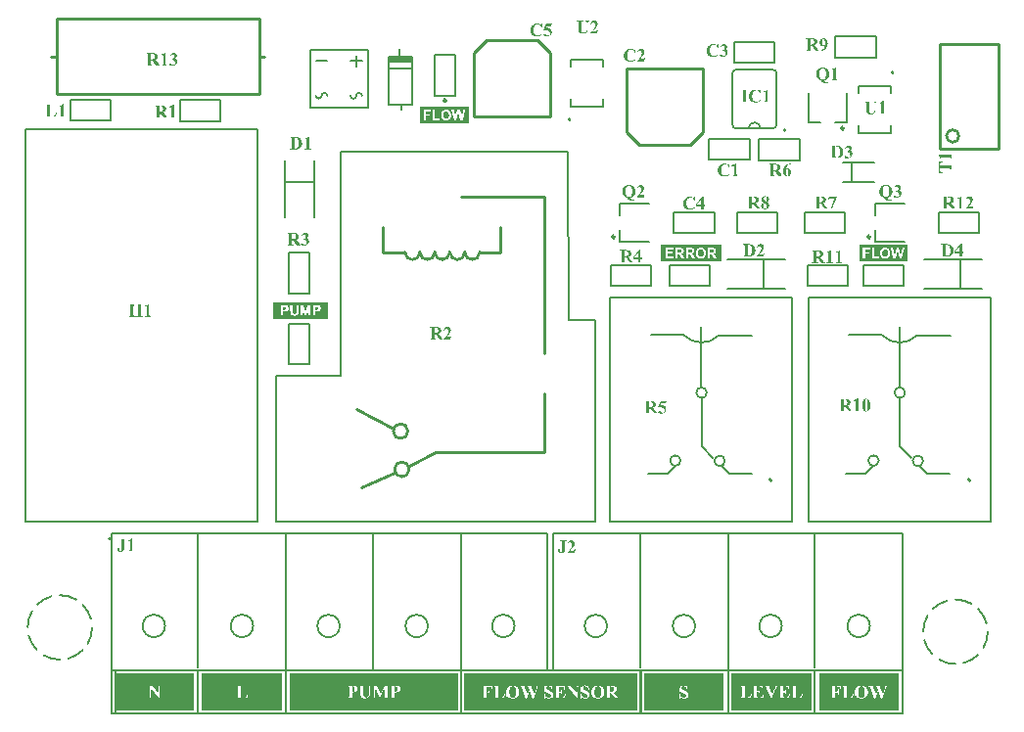
<source format=gbr>
G04*
G04 #@! TF.GenerationSoftware,Altium Limited,Altium Designer,25.0.2 (28)*
G04*
G04 Layer_Color=65535*
%FSTAX25Y25*%
%MOIN*%
G70*
G04*
G04 #@! TF.SameCoordinates,1D9F657F-D979-4B8D-A71A-BEDC461EC683*
G04*
G04*
G04 #@! TF.FilePolarity,Positive*
G04*
G01*
G75*
%ADD10C,0.00800*%
%ADD11C,0.00500*%
%ADD12C,0.00984*%
%ADD13C,0.00787*%
%ADD14C,0.01000*%
%ADD15C,0.00600*%
%ADD16C,0.00700*%
%ADD17C,0.00591*%
%ADD18R,0.08000X0.02000*%
G36*
X0215559Y0017831D02*
Y0005232D01*
X0156559D01*
Y0017831D01*
X0215559D01*
D02*
G37*
G36*
X0110434Y0138656D02*
X0091684D01*
Y0144406D01*
X0110434D01*
Y0138656D01*
D02*
G37*
G36*
X0244988Y0005232D02*
X021813D01*
Y0017831D01*
X0244988D01*
Y0005232D01*
D02*
G37*
G36*
X0094774D02*
X0067344D01*
Y0017831D01*
X0094774D01*
Y0005232D01*
D02*
G37*
G36*
X0244413Y0158157D02*
X0223705D01*
Y0163907D01*
X0244413D01*
Y0158157D01*
D02*
G37*
G36*
X0304546Y0005215D02*
X0277688D01*
Y0017813D01*
X0304546D01*
Y0005215D01*
D02*
G37*
G36*
X0064825Y0005232D02*
X0037966D01*
Y0017831D01*
X0064825D01*
Y0005232D01*
D02*
G37*
G36*
X0274988D02*
X0247559D01*
Y0017831D01*
X0274988D01*
Y0005232D01*
D02*
G37*
G36*
X0154559D02*
X0097471D01*
Y0017831D01*
X0154559D01*
Y0005232D01*
D02*
G37*
G36*
X0158309Y0205156D02*
X0141809D01*
Y0210907D01*
X0158309D01*
Y0205156D01*
D02*
G37*
G36*
X0307809Y0158157D02*
X0291309D01*
Y0163907D01*
X0307809D01*
Y0158157D01*
D02*
G37*
G36*
X0047282Y0143496D02*
X0047112D01*
X0047079Y014349D01*
X0047033D01*
X0046935Y0143463D01*
X0046889Y014345D01*
X0046843Y0143424D01*
X004683Y0143418D01*
X0046797Y0143391D01*
X0046758Y0143345D01*
X0046718Y014328D01*
Y0143273D01*
X0046712Y014326D01*
X0046705Y014324D01*
Y0143201D01*
X0046698Y0143149D01*
X0046692Y0143083D01*
X0046685Y0142991D01*
Y0142886D01*
Y0140092D01*
Y0140085D01*
Y0140078D01*
Y0140039D01*
Y0139987D01*
X0046692Y0139915D01*
Y0139849D01*
X0046698Y0139777D01*
X0046705Y0139718D01*
X0046718Y0139678D01*
Y0139672D01*
X0046725Y0139665D01*
X0046751Y0139632D01*
X004679Y0139586D01*
X0046823Y0139567D01*
X0046856Y0139541D01*
X0046862D01*
X0046876Y0139534D01*
X0046902Y0139521D01*
X0046935Y0139514D01*
X0046974Y0139501D01*
X004702Y0139488D01*
X0047079Y0139481D01*
X0047282D01*
Y013937D01*
X0045072D01*
Y0139481D01*
X0045235D01*
X0045268Y0139488D01*
X0045314D01*
X0045413Y0139508D01*
X0045459Y0139527D01*
X0045505Y0139547D01*
X0045511D01*
X0045518Y0139554D01*
X004555Y013958D01*
X004559Y0139626D01*
X0045629Y0139691D01*
Y0139698D01*
X0045636Y0139711D01*
X0045642Y0139731D01*
X0045649Y013977D01*
X0045655Y0139823D01*
X0045662Y0139895D01*
X0045669Y013998D01*
Y0140092D01*
Y014141D01*
X0044173D01*
Y0140092D01*
Y0140085D01*
Y0140078D01*
Y0140039D01*
Y0139987D01*
X0044179Y0139915D01*
Y0139849D01*
X0044186Y0139777D01*
X0044192Y0139718D01*
X0044206Y0139678D01*
Y0139672D01*
X0044212Y0139665D01*
X0044238Y0139632D01*
X0044278Y0139586D01*
X0044311Y0139567D01*
X0044343Y0139541D01*
X004435D01*
X0044363Y0139534D01*
X0044389Y0139521D01*
X0044416Y0139514D01*
X0044462Y0139501D01*
X0044507Y0139488D01*
X004456Y0139481D01*
X004477D01*
Y013937D01*
X0042559D01*
Y0139481D01*
X004273D01*
X0042762Y0139488D01*
X0042802D01*
X00429Y0139508D01*
X0042946Y0139527D01*
X0042992Y0139547D01*
X0042999D01*
X0043005Y0139554D01*
X0043038Y013958D01*
X0043084Y0139626D01*
X0043117Y0139691D01*
Y0139698D01*
X0043123Y0139711D01*
X004313Y0139731D01*
X0043136Y013977D01*
X0043143Y0139823D01*
X004315Y0139895D01*
X0043156Y013998D01*
Y0140092D01*
Y0142886D01*
Y0142893D01*
Y0142899D01*
Y0142939D01*
Y0142991D01*
X004315Y0143057D01*
Y0143122D01*
X0043143Y0143188D01*
X004313Y0143247D01*
X0043117Y0143286D01*
Y0143293D01*
X004311Y0143299D01*
X004309Y0143339D01*
X0043044Y0143385D01*
X0043018Y0143411D01*
X0042979Y0143431D01*
X0042972D01*
X0042959Y0143444D01*
X0042939Y014345D01*
X0042907Y0143463D01*
X0042867Y0143476D01*
X0042815Y0143483D01*
X0042762Y0143496D01*
X0042559D01*
Y0143608D01*
X004477D01*
Y0143496D01*
X0044593D01*
X004456Y014349D01*
X0044521D01*
X0044422Y0143463D01*
X0044376Y014345D01*
X004433Y0143424D01*
X0044317Y0143418D01*
X0044284Y0143391D01*
X0044245Y0143345D01*
X0044206Y014328D01*
Y0143273D01*
X0044199Y014326D01*
X0044192Y014324D01*
Y0143201D01*
X0044186Y0143149D01*
X0044179Y0143083D01*
X0044173Y0142991D01*
Y0142886D01*
Y0141686D01*
X0045669D01*
Y0142886D01*
Y0142893D01*
Y0142899D01*
Y0142939D01*
Y0142991D01*
X0045662Y0143057D01*
Y0143122D01*
X0045655Y0143188D01*
X0045642Y0143247D01*
X0045629Y0143286D01*
Y0143293D01*
X0045623Y0143299D01*
X0045603Y0143339D01*
X0045557Y0143385D01*
X0045531Y0143411D01*
X0045491Y0143431D01*
X0045485D01*
X0045472Y0143444D01*
X0045445Y014345D01*
X0045419Y0143463D01*
X0045373Y0143476D01*
X0045327Y0143483D01*
X0045268Y0143496D01*
X0045072D01*
Y0143608D01*
X0047282D01*
Y0143496D01*
D02*
G37*
G36*
X0049486Y0140229D02*
Y0140223D01*
Y014021D01*
Y014019D01*
Y0140164D01*
Y0140098D01*
X0049493Y0140019D01*
Y0139934D01*
X0049499Y0139849D01*
X0049506Y0139777D01*
X0049513Y0139751D01*
X0049519Y0139724D01*
Y0139718D01*
X0049526Y0139705D01*
X0049532Y0139685D01*
X0049552Y0139665D01*
X0049591Y0139606D01*
X0049624Y0139573D01*
X0049657Y0139547D01*
X0049663D01*
X0049677Y0139534D01*
X0049703Y0139527D01*
X0049742Y0139514D01*
X0049795Y0139501D01*
X0049854Y0139495D01*
X0049926Y0139481D01*
X005011D01*
Y013937D01*
X0047879D01*
Y0139481D01*
X0048037D01*
X0048083Y0139488D01*
X0048142D01*
X0048266Y0139508D01*
X0048325Y0139521D01*
X0048371Y0139541D01*
X0048378D01*
X0048391Y0139554D01*
X0048437Y0139586D01*
X0048489Y0139639D01*
X0048509Y0139672D01*
X0048529Y0139711D01*
Y0139718D01*
X0048535Y0139737D01*
X0048542Y013977D01*
X0048555Y0139816D01*
X0048561Y0139888D01*
X0048568Y013998D01*
X0048575Y0140092D01*
Y0140157D01*
Y0140229D01*
Y0142427D01*
Y0142434D01*
Y014244D01*
Y0142473D01*
Y0142525D01*
X0048568Y0142584D01*
Y0142643D01*
X0048561Y0142709D01*
X0048555Y0142755D01*
X0048542Y0142794D01*
Y0142801D01*
X0048535Y0142807D01*
X0048522Y014284D01*
X0048489Y014288D01*
X0048437Y0142919D01*
X0048424Y0142926D01*
X0048391Y0142945D01*
X0048332Y0142965D01*
X004826Y0142971D01*
X0048234D01*
X0048201Y0142965D01*
X0048155Y0142958D01*
X0048096Y0142945D01*
X004803Y0142932D01*
X0047958Y0142906D01*
X0047873Y0142873D01*
X004782Y0142984D01*
X0049382Y0143693D01*
X0049486D01*
Y0140229D01*
D02*
G37*
G36*
X0297408Y0212545D02*
X029729D01*
X0297257Y0212539D01*
X0297212D01*
X029712Y0212513D01*
X0297067Y0212499D01*
X0297021Y0212473D01*
X0297015D01*
X0297002Y021246D01*
X0296982Y021244D01*
X0296956Y0212421D01*
X029693Y0212388D01*
X0296897Y0212349D01*
X029687Y0212309D01*
X0296851Y0212257D01*
Y021225D01*
X0296844Y0212237D01*
X0296838Y0212211D01*
X0296831Y0212172D01*
X0296825Y0212126D01*
X0296818Y021206D01*
X0296811Y0211988D01*
Y0211896D01*
Y0210282D01*
Y0210276D01*
Y0210249D01*
Y021021D01*
Y0210158D01*
Y0210099D01*
X0296805Y0210026D01*
Y0209948D01*
X0296798Y0209869D01*
X0296785Y0209692D01*
X0296772Y0209508D01*
X0296746Y0209344D01*
X0296733Y0209265D01*
X0296713Y02092D01*
Y0209193D01*
X0296706Y0209187D01*
X02967Y0209167D01*
X0296693Y0209147D01*
X029666Y0209082D01*
X0296615Y0209003D01*
X0296555Y0208911D01*
X029647Y0208806D01*
X0296365Y0208701D01*
X02963Y0208649D01*
X0296234Y0208596D01*
X0296228D01*
X0296214Y0208583D01*
X0296195Y020857D01*
X0296162Y020855D01*
X0296129Y0208531D01*
X0296077Y0208511D01*
X0296024Y0208485D01*
X0295965Y0208458D01*
X0295893Y0208432D01*
X0295814Y0208406D01*
X0295729Y0208386D01*
X0295637Y0208367D01*
X0295539Y0208347D01*
X0295434Y0208334D01*
X0295316Y0208327D01*
X0295198Y0208321D01*
X0295106D01*
X029506Y0208327D01*
X0295007D01*
X0294883Y0208341D01*
X0294752Y0208354D01*
X0294607Y020838D01*
X0294469Y0208419D01*
X0294351Y0208465D01*
X0294345D01*
X0294332Y0208472D01*
X0294312Y0208485D01*
X0294286Y0208498D01*
X0294214Y0208544D01*
X0294128Y0208603D01*
X029403Y0208675D01*
X0293938Y0208767D01*
X0293846Y0208865D01*
X0293774Y0208977D01*
Y0208983D01*
X0293767Y020899D01*
X0293761Y020901D01*
X0293748Y0209036D01*
X0293735Y0209069D01*
X0293722Y0209101D01*
X0293695Y02092D01*
X0293663Y0209318D01*
X0293636Y0209462D01*
X0293617Y0209633D01*
X029361Y0209817D01*
Y0211896D01*
Y0211902D01*
Y0211909D01*
Y0211929D01*
Y0211955D01*
Y0212014D01*
X0293603Y0212086D01*
X0293597Y0212165D01*
X029359Y0212237D01*
X0293577Y0212303D01*
X0293564Y0212349D01*
Y0212355D01*
X0293558Y0212362D01*
X0293531Y0212401D01*
X0293492Y0212447D01*
X0293426Y0212493D01*
X029342D01*
X0293407Y0212499D01*
X029338Y0212513D01*
X0293341Y0212519D01*
X0293295Y0212532D01*
X029323Y0212539D01*
X0293151Y0212545D01*
X0293059D01*
Y0212657D01*
X0295244D01*
Y0212545D01*
X0295047D01*
X0294994Y0212539D01*
X0294883Y0212526D01*
X029483Y0212513D01*
X0294791Y0212493D01*
X0294784D01*
X0294778Y0212486D01*
X0294738Y0212454D01*
X0294699Y0212408D01*
X029466Y0212349D01*
Y0212342D01*
X0294653Y0212329D01*
X0294647Y0212303D01*
Y0212257D01*
X029464Y0212198D01*
X0294634Y0212119D01*
X0294627Y0212021D01*
Y0211896D01*
Y0209817D01*
Y020981D01*
Y020979D01*
Y0209764D01*
Y0209725D01*
Y0209679D01*
X0294634Y0209626D01*
X029464Y0209515D01*
X0294647Y0209384D01*
X0294666Y0209265D01*
X0294686Y0209154D01*
X0294699Y0209108D01*
X0294712Y0209069D01*
X0294719Y0209062D01*
X0294732Y0209036D01*
X0294752Y0209003D01*
X0294778Y0208964D01*
X0294817Y0208911D01*
X0294863Y0208859D01*
X0294922Y0208813D01*
X0294988Y020876D01*
X0294994Y0208754D01*
X0295021Y0208741D01*
X0295066Y0208721D01*
X0295126Y0208701D01*
X0295198Y0208682D01*
X0295283Y0208662D01*
X0295381Y0208649D01*
X0295486Y0208642D01*
X0295545D01*
X0295604Y0208649D01*
X029569Y0208662D01*
X0295775Y0208682D01*
X0295873Y0208708D01*
X0295972Y0208741D01*
X0296063Y0208793D01*
X0296077Y02088D01*
X0296103Y0208819D01*
X0296149Y0208859D01*
X0296201Y0208905D01*
X029626Y0208964D01*
X0296319Y0209042D01*
X0296378Y0209121D01*
X0296424Y020922D01*
Y0209226D01*
X0296431Y0209233D01*
X0296438Y0209246D01*
X0296444Y0209272D01*
X0296451Y0209305D01*
X0296464Y0209338D01*
X0296477Y0209384D01*
X029649Y0209436D01*
X0296497Y0209502D01*
X029651Y0209567D01*
X0296523Y0209646D01*
X0296529Y0209731D01*
X0296536Y0209823D01*
X0296542Y0209928D01*
X0296549Y0210039D01*
Y0210164D01*
Y0211896D01*
Y0211902D01*
Y0211909D01*
Y0211942D01*
Y0211994D01*
X0296542Y0212053D01*
X0296523Y0212185D01*
X0296503Y0212244D01*
X0296483Y0212296D01*
Y0212303D01*
X029647Y0212316D01*
X0296457Y0212335D01*
X0296444Y0212368D01*
X0296398Y0212421D01*
X0296372Y0212454D01*
X0296339Y0212473D01*
X0296333Y021248D01*
X0296313Y0212486D01*
X029628Y0212499D01*
X0296234Y0212513D01*
X0296182Y0212526D01*
X029611Y0212532D01*
X0296037Y0212545D01*
X0295946D01*
Y0212657D01*
X0297408D01*
Y0212545D01*
D02*
G37*
G36*
X0299612Y0209278D02*
Y0209272D01*
Y0209259D01*
Y0209239D01*
Y0209213D01*
Y0209147D01*
X0299619Y0209069D01*
Y0208983D01*
X0299626Y0208898D01*
X0299632Y0208826D01*
X0299639Y02088D01*
X0299645Y0208773D01*
Y0208767D01*
X0299652Y0208754D01*
X0299658Y0208734D01*
X0299678Y0208714D01*
X0299717Y0208655D01*
X029975Y0208623D01*
X0299783Y0208596D01*
X029979D01*
X0299803Y0208583D01*
X0299829Y0208577D01*
X0299868Y0208563D01*
X0299921Y020855D01*
X029998Y0208544D01*
X0300052Y0208531D01*
X0300236D01*
Y0208419D01*
X0298005D01*
Y0208531D01*
X0298163D01*
X0298209Y0208537D01*
X0298268D01*
X0298392Y0208557D01*
X0298451Y020857D01*
X0298497Y020859D01*
X0298504D01*
X0298517Y0208603D01*
X0298563Y0208636D01*
X0298615Y0208688D01*
X0298635Y0208721D01*
X0298655Y020876D01*
Y0208767D01*
X0298661Y0208787D01*
X0298668Y0208819D01*
X0298681Y0208865D01*
X0298688Y0208937D01*
X0298694Y0209029D01*
X0298701Y0209141D01*
Y0209206D01*
Y0209278D01*
Y0211476D01*
Y0211483D01*
Y0211489D01*
Y0211522D01*
Y0211575D01*
X0298694Y0211634D01*
Y0211693D01*
X0298688Y0211758D01*
X0298681Y0211804D01*
X0298668Y0211843D01*
Y021185D01*
X0298661Y0211857D01*
X0298648Y0211889D01*
X0298615Y0211929D01*
X0298563Y0211968D01*
X029855Y0211975D01*
X0298517Y0211994D01*
X0298458Y0212014D01*
X0298386Y0212021D01*
X0298359D01*
X0298327Y0212014D01*
X0298281Y0212007D01*
X0298222Y0211994D01*
X0298156Y0211981D01*
X0298084Y0211955D01*
X0297999Y0211922D01*
X0297946Y0212034D01*
X0299507Y0212742D01*
X0299612D01*
Y0209278D01*
D02*
G37*
G36*
X027529Y0234144D02*
X0275368D01*
X0275453Y0234137D01*
X0275637Y0234124D01*
X0275827Y0234104D01*
X0275998Y0234078D01*
X0276077Y0234058D01*
X0276149Y0234039D01*
X0276155D01*
X0276162Y0234032D01*
X0276182Y0234026D01*
X0276208Y0234019D01*
X0276273Y0233993D01*
X0276359Y0233954D01*
X0276451Y0233894D01*
X0276549Y0233829D01*
X0276641Y0233744D01*
X0276733Y0233645D01*
X0276746Y0233632D01*
X0276772Y0233593D01*
X0276805Y0233534D01*
X0276851Y0233455D01*
X027689Y0233357D01*
X0276929Y0233245D01*
X0276956Y0233114D01*
X0276962Y0232976D01*
Y023297D01*
Y0232957D01*
Y023293D01*
X0276956Y0232897D01*
X0276949Y0232858D01*
X0276943Y0232812D01*
X0276923Y0232707D01*
X0276877Y0232582D01*
X0276818Y0232451D01*
X0276779Y0232386D01*
X0276733Y0232327D01*
X027668Y0232261D01*
X0276621Y0232202D01*
X0276608Y0232195D01*
X0276582Y0232169D01*
X0276529Y0232137D01*
X0276464Y023209D01*
X0276378Y0232045D01*
X0276273Y0231992D01*
X0276155Y0231946D01*
X0276018Y0231907D01*
X0277034Y0230477D01*
X0277041Y0230464D01*
X0277067Y0230431D01*
X02771Y0230385D01*
X0277146Y0230332D01*
X0277192Y0230273D01*
X0277238Y0230214D01*
X0277277Y0230162D01*
X0277316Y0230129D01*
X0277323Y0230122D01*
X0277343Y0230116D01*
X0277369Y0230103D01*
X0277402Y0230083D01*
X0277448Y0230064D01*
X02775Y023005D01*
X0277559Y0230037D01*
X0277618Y0230031D01*
Y0229913D01*
X027628D01*
X0274916Y0231841D01*
X027464D01*
Y0230647D01*
Y0230641D01*
Y0230634D01*
Y0230595D01*
Y0230536D01*
X0274647Y0230464D01*
Y0230392D01*
X027466Y0230319D01*
X0274666Y023026D01*
X0274679Y0230214D01*
Y0230208D01*
X0274686Y0230201D01*
X0274712Y0230169D01*
X0274758Y0230122D01*
X0274824Y0230077D01*
X027483D01*
X0274843Y023007D01*
X0274876Y0230064D01*
X0274916Y023005D01*
X0274975Y0230044D01*
X027504Y0230031D01*
X0275126Y0230024D01*
X027523D01*
Y0229913D01*
X0273059D01*
Y0230024D01*
X0273158D01*
X0273223Y0230031D01*
X0273354Y0230044D01*
X0273413Y0230057D01*
X0273459Y0230077D01*
X0273466D01*
X0273479Y0230083D01*
X0273518Y0230116D01*
X0273564Y0230155D01*
X0273604Y0230214D01*
Y0230221D01*
X027361Y0230234D01*
X0273617Y023026D01*
X027363Y0230306D01*
X0273636Y0230359D01*
X0273643Y0230437D01*
X027365Y0230529D01*
Y0230647D01*
Y0233416D01*
Y0233422D01*
Y0233429D01*
Y0233468D01*
Y0233527D01*
X0273643Y0233593D01*
X0273636Y0233665D01*
X027363Y0233737D01*
X0273617Y0233796D01*
X0273604Y0233836D01*
Y0233842D01*
X0273597Y0233849D01*
X0273571Y0233888D01*
X0273525Y0233934D01*
X0273492Y023396D01*
X0273453Y023398D01*
X0273446D01*
X0273433Y0233986D01*
X0273407Y0233999D01*
X0273367Y0234013D01*
X0273308Y0234019D01*
X0273243Y0234032D01*
X0273158Y0234039D01*
X0273059D01*
Y023415D01*
X0275217D01*
X027529Y0234144D01*
D02*
G37*
G36*
X0279225Y0234223D02*
X0279317Y0234209D01*
X0279422Y0234183D01*
X027954Y0234144D01*
X0279665Y0234091D01*
X027979Y0234019D01*
X0279796D01*
X0279803Y0234013D01*
X0279842Y023398D01*
X0279908Y0233934D01*
X027998Y0233862D01*
X0280065Y0233776D01*
X0280157Y0233671D01*
X0280242Y0233547D01*
X0280321Y0233402D01*
Y0233396D01*
X0280328Y0233383D01*
X0280341Y0233363D01*
X0280354Y023333D01*
X0280367Y0233291D01*
X0280387Y0233252D01*
X02804Y0233199D01*
X0280419Y023314D01*
X0280459Y0233002D01*
X0280485Y0232845D01*
X0280511Y0232674D01*
X0280518Y0232484D01*
Y0232478D01*
Y0232458D01*
Y0232418D01*
X0280511Y0232373D01*
Y0232314D01*
X0280498Y0232241D01*
X0280491Y0232163D01*
X0280478Y0232077D01*
X0280459Y0231979D01*
X0280439Y0231881D01*
X028038Y0231664D01*
X0280347Y0231553D01*
X0280301Y0231434D01*
X0280255Y0231323D01*
X0280196Y0231205D01*
X028019Y0231198D01*
X0280183Y0231179D01*
X0280164Y0231146D01*
X0280137Y0231106D01*
X0280104Y0231054D01*
X0280059Y0230995D01*
X0280013Y0230929D01*
X0279954Y0230857D01*
X0279895Y0230779D01*
X0279822Y02307D01*
X0279744Y0230614D01*
X0279658Y0230536D01*
X0279567Y0230457D01*
X0279462Y0230378D01*
X0279357Y02303D01*
X0279239Y0230227D01*
X0279232Y0230221D01*
X0279212Y0230214D01*
X0279173Y0230195D01*
X0279127Y0230169D01*
X0279068Y0230142D01*
X0278996Y0230109D01*
X0278911Y0230077D01*
X0278819Y0230037D01*
X0278714Y0230005D01*
X0278596Y0229972D01*
X0278478Y0229932D01*
X0278346Y0229906D01*
X0278209Y022988D01*
X0278058Y0229854D01*
X0277907Y022984D01*
X0277749Y0229827D01*
Y0229913D01*
X0277756D01*
X0277776Y0229919D01*
X0277802Y0229926D01*
X0277835Y0229932D01*
X0277881Y0229945D01*
X0277933Y0229965D01*
X0278051Y0229998D01*
X0278189Y023005D01*
X027834Y0230109D01*
X0278484Y0230182D01*
X0278628Y023026D01*
X0278635D01*
X0278642Y0230273D01*
X0278661Y0230287D01*
X0278688Y02303D01*
X0278753Y0230352D01*
X0278838Y0230418D01*
X0278924Y0230503D01*
X0279022Y0230601D01*
X0279114Y0230706D01*
X0279199Y0230831D01*
Y0230838D01*
X0279206Y0230844D01*
X0279219Y0230864D01*
X0279232Y023089D01*
X0279252Y0230923D01*
X0279271Y0230962D01*
X0279317Y0231061D01*
X0279363Y0231172D01*
X0279416Y023131D01*
X0279455Y0231454D01*
X0279494Y0231618D01*
X0279488Y0231612D01*
X0279462Y0231605D01*
X0279429Y0231585D01*
X0279383Y0231566D01*
X0279278Y023152D01*
X0279166Y0231481D01*
X027916D01*
X027914Y0231474D01*
X0279114Y0231467D01*
X0279081D01*
X0279035Y0231461D01*
X0278989Y0231454D01*
X0278878Y0231448D01*
X0278832D01*
X0278799Y0231454D01*
X027876Y0231461D01*
X0278707Y0231467D01*
X0278596Y0231494D01*
X0278471Y0231533D01*
X027834Y0231592D01*
X0278268Y0231631D01*
X0278202Y0231677D01*
X0278136Y023173D01*
X0278078Y0231789D01*
X0278071Y0231795D01*
X0278064Y0231802D01*
X0278051Y0231828D01*
X0278025Y0231854D01*
X0278005Y0231887D01*
X0277979Y0231933D01*
X0277946Y0231979D01*
X027792Y0232038D01*
X0277887Y0232104D01*
X0277861Y0232176D01*
X0277828Y0232255D01*
X0277808Y023234D01*
X0277769Y0232523D01*
X0277763Y0232628D01*
X0277756Y023274D01*
Y0232747D01*
Y023276D01*
Y0232779D01*
Y0232812D01*
X0277763Y0232845D01*
Y0232891D01*
X0277776Y0232989D01*
X0277795Y0233107D01*
X0277828Y0233239D01*
X0277868Y023337D01*
X0277927Y0233501D01*
Y0233507D01*
X0277933Y0233514D01*
X0277946Y0233534D01*
X0277959Y023356D01*
X0277999Y0233619D01*
X0278051Y0233698D01*
X0278123Y0233783D01*
X0278209Y0233875D01*
X0278307Y023396D01*
X0278419Y0234039D01*
X0278425D01*
X0278432Y0234045D01*
X0278451Y0234058D01*
X0278478Y0234072D01*
X0278537Y0234104D01*
X0278622Y0234137D01*
X027872Y0234177D01*
X0278838Y0234203D01*
X0278957Y0234229D01*
X0279088Y0234236D01*
X0279153D01*
X0279225Y0234223D01*
D02*
G37*
G36*
X0191649Y0063045D02*
X0191478D01*
X0191446Y0063039D01*
X01914D01*
X0191301Y0063013D01*
X0191255Y0062999D01*
X0191209Y0062973D01*
X0191196Y0062967D01*
X0191163Y0062941D01*
X0191124Y0062894D01*
X0191085Y0062829D01*
Y0062822D01*
X0191078Y0062809D01*
X0191071Y006279D01*
Y006275D01*
X0191065Y0062698D01*
X0191058Y0062632D01*
X0191052Y006254D01*
Y0062435D01*
Y0060356D01*
Y0060349D01*
Y006033D01*
Y0060297D01*
Y0060257D01*
X0191045Y0060205D01*
Y0060146D01*
X0191039Y0060015D01*
X0191019Y005987D01*
X0190999Y005972D01*
X0190967Y0059582D01*
X0190947Y0059523D01*
X0190927Y0059464D01*
X0190921Y0059451D01*
X0190901Y0059418D01*
X0190875Y0059365D01*
X0190829Y0059306D01*
X019077Y0059228D01*
X0190691Y0059155D01*
X0190599Y0059077D01*
X0190494Y0059004D01*
X0190488D01*
X0190481Y0058998D01*
X0190462Y0058985D01*
X0190442Y0058978D01*
X0190376Y0058945D01*
X0190284Y0058913D01*
X0190179Y005888D01*
X0190048Y0058847D01*
X0189904Y0058827D01*
X0189746Y0058821D01*
X0189694D01*
X0189661Y0058827D01*
X0189615D01*
X0189563Y0058834D01*
X0189438Y0058854D01*
X01893Y0058886D01*
X0189163Y0058939D01*
X0189018Y0059004D01*
X0188887Y0059096D01*
X0188881Y0059103D01*
X0188874Y0059109D01*
X0188835Y0059149D01*
X0188782Y0059201D01*
X0188723Y005928D01*
X0188664Y0059372D01*
X0188611Y0059483D01*
X0188572Y0059601D01*
X0188566Y0059661D01*
X0188559Y0059726D01*
Y0059733D01*
Y0059765D01*
X0188566Y0059805D01*
X0188579Y0059851D01*
X0188592Y005991D01*
X0188611Y0059969D01*
X0188644Y0060028D01*
X018869Y006008D01*
X0188697Y0060087D01*
X0188716Y00601D01*
X0188743Y0060126D01*
X0188782Y0060153D01*
X0188828Y0060172D01*
X0188887Y0060198D01*
X0188946Y0060211D01*
X0189018Y0060218D01*
X0189051D01*
X0189084Y0060211D01*
X018913Y0060205D01*
X0189182Y0060185D01*
X0189235Y0060166D01*
X0189287Y0060133D01*
X018934Y0060093D01*
X0189346Y0060087D01*
X0189359Y0060074D01*
X0189379Y0060048D01*
X0189405Y0060008D01*
X0189432Y0059962D01*
X0189451Y0059916D01*
X0189464Y0059857D01*
X0189471Y0059792D01*
Y0059785D01*
Y0059778D01*
Y0059739D01*
X0189458Y0059693D01*
X0189445Y0059641D01*
Y0059634D01*
X0189425Y0059608D01*
X0189412Y0059588D01*
X0189399Y0059556D01*
X0189373Y0059523D01*
X0189346Y0059477D01*
Y005947D01*
X0189333Y0059457D01*
X018932Y0059437D01*
X0189307Y0059411D01*
X0189281Y0059352D01*
X0189274Y0059319D01*
X0189268Y00593D01*
Y0059293D01*
Y0059286D01*
X0189281Y0059254D01*
X01893Y0059208D01*
X018932Y0059188D01*
X0189346Y0059162D01*
X0189353Y0059155D01*
X0189366Y0059149D01*
X0189392Y0059136D01*
X0189432Y0059123D01*
X0189471Y0059103D01*
X0189523Y005909D01*
X0189589Y0059083D01*
X0189655Y0059077D01*
X0189674D01*
X01897Y0059083D01*
X0189733D01*
X0189799Y0059103D01*
X0189871Y0059142D01*
X0189878Y0059149D01*
X0189884Y0059155D01*
X0189904Y0059168D01*
X0189924Y0059195D01*
X0189943Y0059221D01*
X0189963Y005926D01*
X0189983Y00593D01*
X0189996Y0059352D01*
Y0059359D01*
X0190002Y0059385D01*
Y0059405D01*
X0190009Y0059437D01*
Y005947D01*
X0190015Y005951D01*
X0190022Y0059562D01*
Y0059614D01*
X0190029Y0059687D01*
Y0059759D01*
Y0059844D01*
X0190035Y0059943D01*
Y0060048D01*
Y0060166D01*
Y0062435D01*
Y0062442D01*
Y0062449D01*
Y0062488D01*
Y006254D01*
X0190029Y0062606D01*
Y0062672D01*
X0190022Y0062737D01*
X0190009Y0062796D01*
X0189996Y0062836D01*
Y0062842D01*
X0189989Y0062849D01*
X018997Y0062888D01*
X0189924Y0062934D01*
X0189897Y006296D01*
X0189858Y006298D01*
X0189851D01*
X0189838Y0062993D01*
X0189819Y0062999D01*
X0189786Y0063013D01*
X0189746Y0063026D01*
X0189694Y0063032D01*
X0189641Y0063045D01*
X0189399D01*
Y0063157D01*
X0191649D01*
Y0063045D01*
D02*
G37*
G36*
X0193341Y0063236D02*
X019342Y0063222D01*
X0193505Y0063203D01*
X0193604Y0063177D01*
X0193709Y0063144D01*
X0193807Y0063091D01*
X019382Y0063085D01*
X0193853Y0063065D01*
X0193899Y0063032D01*
X0193958Y0062986D01*
X019403Y0062927D01*
X0194096Y0062855D01*
X0194168Y006277D01*
X0194227Y0062678D01*
X0194234Y0062665D01*
X0194253Y0062632D01*
X0194273Y0062586D01*
X0194306Y0062521D01*
X0194332Y0062442D01*
X0194351Y0062363D01*
X0194371Y0062278D01*
X0194378Y0062193D01*
Y0062186D01*
Y0062173D01*
Y0062153D01*
X0194371Y006212D01*
Y0062081D01*
X0194365Y0062035D01*
X0194351Y006193D01*
X0194319Y0061799D01*
X0194279Y0061661D01*
X019422Y0061504D01*
X0194142Y0061346D01*
X0194135Y006134D01*
X0194129Y006132D01*
X0194109Y0061287D01*
X0194076Y0061241D01*
X0194037Y0061182D01*
X0193984Y006111D01*
X0193925Y0061025D01*
X0193853Y0060927D01*
X0193768Y0060822D01*
X0193669Y0060703D01*
X0193558Y0060566D01*
X0193427Y0060428D01*
X0193289Y0060271D01*
X0193131Y0060106D01*
X0192954Y0059929D01*
X0192764Y0059739D01*
X0193794D01*
X019386Y0059746D01*
X0193938D01*
X0194004Y0059752D01*
X019407Y0059759D01*
X0194115Y0059765D01*
X0194122D01*
X0194135Y0059772D01*
X0194174Y0059785D01*
X0194234Y0059818D01*
X0194286Y0059857D01*
Y0059864D01*
X0194299Y005987D01*
X0194312Y005989D01*
X0194332Y0059923D01*
X0194358Y0059962D01*
X0194384Y0060008D01*
X0194417Y0060074D01*
X0194457Y0060146D01*
X0194575D01*
X0194332Y0058919D01*
X0191846D01*
Y0058985D01*
X0191852Y0058991D01*
X0191859Y0058998D01*
X0191872Y0059018D01*
X0191898Y0059044D01*
X0191951Y0059116D01*
X0192029Y0059208D01*
X0192121Y0059313D01*
X0192219Y0059444D01*
X0192331Y0059582D01*
X0192449Y0059726D01*
X0192692Y0060034D01*
X0192803Y0060185D01*
X0192915Y0060336D01*
X019302Y0060474D01*
X0193105Y0060605D01*
X0193184Y0060723D01*
X0193236Y0060822D01*
Y0060828D01*
X0193249Y0060841D01*
X0193256Y0060868D01*
X0193276Y00609D01*
X0193295Y0060946D01*
X0193315Y0060992D01*
X0193335Y0061051D01*
X0193361Y0061117D01*
X01934Y0061255D01*
X019344Y0061405D01*
X0193466Y0061569D01*
X0193479Y006174D01*
Y0061747D01*
Y0061753D01*
Y0061792D01*
X0193466Y0061858D01*
X0193453Y006193D01*
X0193427Y0062015D01*
X0193394Y0062107D01*
X0193341Y0062199D01*
X0193276Y0062284D01*
X0193269Y0062291D01*
X0193236Y0062317D01*
X0193197Y0062357D01*
X0193138Y0062396D01*
X0193066Y0062435D01*
X0192981Y0062475D01*
X0192882Y0062501D01*
X0192777Y0062507D01*
X0192731D01*
X0192698Y0062501D01*
X0192659Y0062494D01*
X0192613Y0062481D01*
X0192508Y0062449D01*
X0192449Y0062422D01*
X0192384Y0062389D01*
X0192324Y006235D01*
X0192265Y0062304D01*
X01922Y0062245D01*
X0192141Y0062179D01*
X0192088Y0062107D01*
X0192036Y0062022D01*
X0191918Y0062061D01*
Y0062068D01*
X0191924Y0062088D01*
X0191937Y006212D01*
X0191951Y006216D01*
X019197Y0062212D01*
X019199Y0062265D01*
X0192049Y0062402D01*
X0192121Y0062547D01*
X0192206Y0062691D01*
X0192311Y0062836D01*
X019237Y0062894D01*
X0192429Y0062954D01*
X0192436Y006296D01*
X0192443Y0062967D01*
X0192462Y006298D01*
X0192489Y0062999D01*
X0192521Y0063019D01*
X0192561Y0063045D01*
X0192659Y0063098D01*
X0192771Y006315D01*
X0192908Y0063196D01*
X0193059Y0063229D01*
X0193138Y0063242D01*
X0193276D01*
X0193341Y0063236D01*
D02*
G37*
G36*
X0287785Y0197732D02*
X0287824D01*
X028787Y0197726D01*
X0287968Y0197706D01*
X0288086Y0197673D01*
X0288204Y0197627D01*
X0288329Y0197562D01*
X028844Y019747D01*
X0288447D01*
X0288454Y0197457D01*
X0288486Y0197424D01*
X0288532Y0197365D01*
X0288585Y0197293D01*
X0288637Y0197201D01*
X0288683Y019709D01*
X0288716Y0196971D01*
X0288729Y0196906D01*
Y019684D01*
Y0196827D01*
Y0196801D01*
X0288723Y0196755D01*
X0288709Y0196696D01*
X0288696Y0196624D01*
X028867Y0196552D01*
X0288637Y0196466D01*
X0288591Y0196388D01*
X0288585Y0196381D01*
X0288565Y0196348D01*
X0288532Y0196309D01*
X0288493Y0196256D01*
X0288434Y0196197D01*
X0288362Y0196138D01*
X028827Y0196073D01*
X0288172Y0196007D01*
X0288178D01*
X0288185Y0196001D01*
X0288204Y0195987D01*
X0288231Y0195974D01*
X0288296Y0195935D01*
X0288382Y0195889D01*
X0288467Y0195823D01*
X0288565Y0195745D01*
X028865Y0195659D01*
X0288729Y0195568D01*
X0288736Y0195554D01*
X0288762Y0195522D01*
X0288795Y0195463D01*
X0288827Y019539D01*
X0288867Y0195292D01*
X0288893Y019518D01*
X0288919Y0195056D01*
X0288926Y0194912D01*
Y0194905D01*
Y0194885D01*
Y0194846D01*
X0288919Y01948D01*
X0288913Y0194741D01*
X02889Y0194675D01*
X0288887Y0194603D01*
X0288867Y0194525D01*
X0288841Y0194433D01*
X0288808Y0194347D01*
X0288769Y0194249D01*
X0288723Y0194157D01*
X0288664Y0194059D01*
X0288598Y0193967D01*
X0288526Y0193875D01*
X028844Y0193783D01*
X0288434Y0193777D01*
X0288421Y0193764D01*
X0288388Y0193744D01*
X0288355Y0193711D01*
X0288303Y0193678D01*
X0288244Y0193639D01*
X0288178Y01936D01*
X0288099Y0193554D01*
X0288014Y0193514D01*
X0287916Y0193468D01*
X0287811Y0193429D01*
X0287699Y0193396D01*
X0287575Y0193363D01*
X0287443Y0193344D01*
X0287306Y0193331D01*
X0287155Y0193324D01*
X0287063D01*
X0287023Y0193331D01*
X0286971D01*
X0286853Y0193344D01*
X0286722Y019337D01*
X0286591Y0193396D01*
X0286473Y0193442D01*
X0286414Y0193468D01*
X0286368Y0193501D01*
X0286361Y0193508D01*
X0286341Y0193521D01*
X0286309Y0193554D01*
X0286282Y0193587D01*
X0286249Y0193632D01*
X0286217Y0193691D01*
X0286197Y0193751D01*
X028619Y0193823D01*
Y0193829D01*
Y0193849D01*
X0286197Y0193875D01*
X0286204Y0193908D01*
X0286217Y0193947D01*
X028623Y0193987D01*
X0286256Y0194026D01*
X0286289Y0194065D01*
X0286295Y0194072D01*
X0286309Y0194085D01*
X0286328Y0194098D01*
X0286361Y0194118D01*
X0286433Y0194157D01*
X0286479Y0194164D01*
X0286531Y019417D01*
X0286571D01*
X0286591Y0194164D01*
X0286656Y0194151D01*
X0286722Y0194124D01*
X0286735Y0194118D01*
X0286755Y0194105D01*
X0286787Y0194079D01*
X0286833Y0194046D01*
X0286892Y0194D01*
X0286978Y0193934D01*
X0287076Y0193849D01*
X0287083D01*
X0287089Y0193836D01*
X0287128Y0193809D01*
X0287188Y019377D01*
X0287266Y0193731D01*
X0287351Y0193685D01*
X028745Y0193646D01*
X0287548Y0193619D01*
X0287653Y0193606D01*
X0287693D01*
X0287732Y0193613D01*
X0287791Y0193626D01*
X028785Y0193652D01*
X0287916Y0193678D01*
X0287981Y0193724D01*
X0288047Y0193783D01*
X0288053Y019379D01*
X0288073Y0193816D01*
X0288099Y0193855D01*
X0288132Y0193908D01*
X0288165Y019398D01*
X0288191Y0194059D01*
X0288211Y0194151D01*
X0288217Y0194249D01*
Y0194256D01*
Y0194269D01*
Y0194288D01*
X0288211Y0194321D01*
Y019436D01*
X0288204Y01944D01*
X0288178Y0194505D01*
X0288145Y019463D01*
X0288093Y0194761D01*
X0288014Y0194898D01*
X0287968Y0194971D01*
X0287916Y0195036D01*
X0287909Y0195043D01*
X0287903Y0195049D01*
X0287883Y0195069D01*
X0287857Y0195095D01*
X028783Y0195128D01*
X0287791Y0195161D01*
X0287745Y01952D01*
X0287693Y019524D01*
X0287634Y0195279D01*
X0287568Y0195318D01*
X0287496Y0195364D01*
X0287424Y0195404D01*
X0287247Y0195482D01*
X0287043Y0195541D01*
Y0195653D01*
X028705D01*
X0287056Y0195659D01*
X0287076Y0195666D01*
X0287102Y0195673D01*
X0287161Y0195686D01*
X028724Y0195712D01*
X0287319Y0195738D01*
X0287398Y0195771D01*
X0287476Y0195804D01*
X0287535Y0195836D01*
X0287542Y0195843D01*
X0287561Y0195856D01*
X0287581Y0195876D01*
X0287614Y0195909D01*
X0287653Y0195941D01*
X0287693Y0195994D01*
X0287732Y0196046D01*
X0287771Y0196112D01*
X0287778Y0196119D01*
X0287791Y0196145D01*
X0287804Y0196178D01*
X0287824Y019623D01*
X0287843Y0196283D01*
X0287863Y0196342D01*
X028787Y0196414D01*
X0287876Y0196479D01*
Y0196493D01*
Y0196525D01*
X028787Y0196571D01*
X028785Y0196637D01*
X028783Y0196703D01*
X0287798Y0196781D01*
X0287752Y0196853D01*
X0287686Y0196925D01*
X028768Y0196932D01*
X0287653Y0196958D01*
X0287614Y0196985D01*
X0287555Y0197024D01*
X0287483Y0197057D01*
X0287404Y019709D01*
X0287312Y0197109D01*
X0287207Y0197116D01*
X0287168D01*
X0287135Y0197109D01*
X0287096Y0197103D01*
X028705Y019709D01*
X0286951Y0197057D01*
X0286892Y019703D01*
X0286833Y0197004D01*
X0286774Y0196965D01*
X0286709Y0196919D01*
X028665Y0196867D01*
X0286584Y0196801D01*
X0286525Y0196735D01*
X0286466Y019665D01*
X0286348Y0196696D01*
Y0196703D01*
X0286361Y0196722D01*
X0286374Y0196748D01*
X0286387Y0196781D01*
X0286414Y0196827D01*
X028644Y0196873D01*
X0286505Y0196991D01*
X0286584Y0197116D01*
X0286689Y0197247D01*
X0286801Y0197365D01*
X0286925Y0197476D01*
X0286932D01*
X0286938Y019749D01*
X0286958Y0197503D01*
X0286991Y0197516D01*
X0287023Y0197536D01*
X0287063Y0197562D01*
X0287155Y0197608D01*
X0287273Y0197654D01*
X0287404Y01977D01*
X0287555Y0197726D01*
X0287712Y0197739D01*
X0287758D01*
X0287785Y0197732D01*
D02*
G37*
G36*
X0283639Y0197647D02*
X0283711Y0197641D01*
X0283796Y0197634D01*
X0283888Y0197627D01*
X0284078Y0197601D01*
X0284281Y0197568D01*
X0284485Y0197516D01*
X0284577Y0197483D01*
X0284668Y0197444D01*
X0284675D01*
X0284695Y0197431D01*
X0284721Y0197417D01*
X028476Y0197398D01*
X0284813Y0197372D01*
X0284865Y0197339D01*
X028499Y0197254D01*
X0285128Y0197142D01*
X0285272Y0197011D01*
X028541Y0196853D01*
X0285469Y0196768D01*
X0285528Y0196676D01*
X0285534Y019667D01*
X0285541Y019665D01*
X0285554Y0196624D01*
X0285574Y0196584D01*
X0285594Y0196538D01*
X028562Y0196479D01*
X0285646Y0196414D01*
X0285679Y0196342D01*
X0285705Y0196256D01*
X0285731Y0196171D01*
X0285777Y0195974D01*
X028581Y0195758D01*
X0285823Y019564D01*
Y0195522D01*
Y0195515D01*
Y0195502D01*
Y0195476D01*
Y0195443D01*
X0285817Y0195404D01*
Y0195358D01*
X0285803Y0195246D01*
X028579Y0195122D01*
X0285764Y0194984D01*
X0285725Y0194839D01*
X0285679Y0194695D01*
Y0194688D01*
X0285672Y0194682D01*
X0285666Y0194662D01*
X0285652Y0194636D01*
X028562Y0194564D01*
X028558Y0194479D01*
X0285521Y019438D01*
X0285462Y0194275D01*
X028539Y019417D01*
X0285305Y0194072D01*
X0285292Y0194059D01*
X0285265Y0194033D01*
X028522Y0193987D01*
X0285154Y0193934D01*
X0285075Y0193869D01*
X0284983Y0193803D01*
X0284885Y0193737D01*
X0284773Y0193678D01*
X028476Y0193672D01*
X0284721Y0193652D01*
X0284655Y0193626D01*
X028457Y0193593D01*
X0284465Y019356D01*
X0284347Y0193521D01*
X0284203Y0193482D01*
X0284052Y0193449D01*
X0284045D01*
X0284019Y0193442D01*
X0283973Y0193436D01*
X0283908D01*
X0283822Y0193429D01*
X0283717Y0193422D01*
X0283593Y0193416D01*
X0281559D01*
Y0193527D01*
X0281762D01*
X0281802Y0193534D01*
X0281894Y0193547D01*
X028194Y019356D01*
X0281979Y019358D01*
X0281985D01*
X0281992Y0193593D01*
X0282031Y0193619D01*
X0282084Y0193672D01*
X0282123Y0193737D01*
Y0193744D01*
X028213Y0193751D01*
X0282136Y0193777D01*
X0282143Y0193809D01*
Y0193862D01*
X028215Y0193934D01*
X0282156Y0194026D01*
Y0194138D01*
Y0196932D01*
Y0196939D01*
Y0196945D01*
Y0196985D01*
Y0197037D01*
X028215Y0197103D01*
Y0197168D01*
X0282143Y0197234D01*
X028213Y0197293D01*
X0282117Y0197332D01*
Y0197339D01*
X028211Y0197345D01*
X028209Y0197385D01*
X0282045Y0197431D01*
X0282018Y0197457D01*
X0281979Y0197476D01*
X0281972D01*
X0281959Y019749D01*
X028194Y0197496D01*
X0281907Y0197509D01*
X0281867Y0197522D01*
X0281815Y0197529D01*
X0281762Y0197542D01*
X0281559D01*
Y0197654D01*
X0283573D01*
X0283639Y0197647D01*
D02*
G37*
G36*
X0199408Y0240045D02*
X019929D01*
X0199258Y0240039D01*
X0199212D01*
X019912Y0240013D01*
X0199067Y024D01*
X0199021Y0239973D01*
X0199015D01*
X0199002Y023996D01*
X0198982Y0239941D01*
X0198956Y0239921D01*
X019893Y0239888D01*
X0198897Y0239849D01*
X019887Y0239809D01*
X0198851Y0239757D01*
Y023975D01*
X0198844Y0239737D01*
X0198838Y0239711D01*
X0198831Y0239671D01*
X0198825Y0239626D01*
X0198818Y023956D01*
X0198811Y0239488D01*
Y0239396D01*
Y0237782D01*
Y0237776D01*
Y0237749D01*
Y023771D01*
Y0237658D01*
Y0237598D01*
X0198805Y0237526D01*
Y0237448D01*
X0198798Y0237369D01*
X0198785Y0237192D01*
X0198772Y0237008D01*
X0198746Y0236844D01*
X0198733Y0236765D01*
X0198713Y02367D01*
Y0236693D01*
X0198706Y0236687D01*
X01987Y0236667D01*
X0198693Y0236647D01*
X0198661Y0236582D01*
X0198615Y0236503D01*
X0198556Y0236411D01*
X019847Y0236306D01*
X0198365Y0236201D01*
X01983Y0236149D01*
X0198234Y0236096D01*
X0198228D01*
X0198214Y0236083D01*
X0198195Y023607D01*
X0198162Y023605D01*
X0198129Y0236031D01*
X0198077Y0236011D01*
X0198024Y0235985D01*
X0197965Y0235959D01*
X0197893Y0235932D01*
X0197814Y0235906D01*
X0197729Y0235886D01*
X0197637Y0235867D01*
X0197539Y0235847D01*
X0197434Y0235834D01*
X0197316Y0235827D01*
X0197198Y0235821D01*
X0197106D01*
X019706Y0235827D01*
X0197007D01*
X0196883Y0235841D01*
X0196751Y0235854D01*
X0196607Y023588D01*
X0196469Y0235919D01*
X0196351Y0235965D01*
X0196345D01*
X0196332Y0235972D01*
X0196312Y0235985D01*
X0196286Y0235998D01*
X0196214Y0236044D01*
X0196128Y0236103D01*
X019603Y0236175D01*
X0195938Y0236267D01*
X0195846Y0236365D01*
X0195774Y0236477D01*
Y0236483D01*
X0195767Y023649D01*
X0195761Y023651D01*
X0195748Y0236536D01*
X0195735Y0236569D01*
X0195722Y0236601D01*
X0195695Y02367D01*
X0195663Y0236818D01*
X0195636Y0236962D01*
X0195617Y0237133D01*
X019561Y0237316D01*
Y0239396D01*
Y0239403D01*
Y0239409D01*
Y0239429D01*
Y0239455D01*
Y0239514D01*
X0195604Y0239586D01*
X0195597Y0239665D01*
X019559Y0239737D01*
X0195577Y0239803D01*
X0195564Y0239849D01*
Y0239855D01*
X0195558Y0239862D01*
X0195531Y0239901D01*
X0195492Y0239947D01*
X0195426Y0239993D01*
X019542D01*
X0195407Y024D01*
X019538Y0240013D01*
X0195341Y0240019D01*
X0195295Y0240032D01*
X019523Y0240039D01*
X0195151Y0240045D01*
X0195059D01*
Y0240157D01*
X0197243D01*
Y0240045D01*
X0197047D01*
X0196994Y0240039D01*
X0196883Y0240026D01*
X019683Y0240013D01*
X0196791Y0239993D01*
X0196784D01*
X0196778Y0239986D01*
X0196738Y0239954D01*
X0196699Y0239908D01*
X019666Y0239849D01*
Y0239842D01*
X0196653Y0239829D01*
X0196647Y0239803D01*
Y0239757D01*
X019664Y0239698D01*
X0196634Y0239619D01*
X0196627Y0239521D01*
Y0239396D01*
Y0237316D01*
Y023731D01*
Y023729D01*
Y0237264D01*
Y0237225D01*
Y0237179D01*
X0196634Y0237126D01*
X019664Y0237015D01*
X0196647Y0236883D01*
X0196666Y0236765D01*
X0196686Y0236654D01*
X0196699Y0236608D01*
X0196712Y0236569D01*
X0196719Y0236562D01*
X0196732Y0236536D01*
X0196751Y0236503D01*
X0196778Y0236464D01*
X0196817Y0236411D01*
X0196863Y0236359D01*
X0196922Y0236313D01*
X0196988Y023626D01*
X0196994Y0236254D01*
X019702Y0236241D01*
X0197066Y0236221D01*
X0197125Y0236201D01*
X0197198Y0236182D01*
X0197283Y0236162D01*
X0197381Y0236149D01*
X0197486Y0236142D01*
X0197545D01*
X0197604Y0236149D01*
X019769Y0236162D01*
X0197775Y0236182D01*
X0197873Y0236208D01*
X0197972Y0236241D01*
X0198064Y0236293D01*
X0198077Y02363D01*
X0198103Y0236319D01*
X0198149Y0236359D01*
X0198201Y0236405D01*
X019826Y0236464D01*
X0198319Y0236542D01*
X0198378Y0236621D01*
X0198424Y0236719D01*
Y0236726D01*
X0198431Y0236733D01*
X0198438Y0236746D01*
X0198444Y0236772D01*
X0198451Y0236805D01*
X0198464Y0236838D01*
X0198477Y0236883D01*
X019849Y0236936D01*
X0198496Y0237002D01*
X019851Y0237067D01*
X0198523Y0237146D01*
X0198529Y0237231D01*
X0198536Y0237323D01*
X0198542Y0237428D01*
X0198549Y023754D01*
Y0237664D01*
Y0239396D01*
Y0239403D01*
Y0239409D01*
Y0239442D01*
Y0239494D01*
X0198542Y0239553D01*
X0198523Y0239685D01*
X0198503Y0239744D01*
X0198483Y0239796D01*
Y0239803D01*
X019847Y0239816D01*
X0198457Y0239836D01*
X0198444Y0239868D01*
X0198398Y0239921D01*
X0198372Y0239954D01*
X0198339Y0239973D01*
X0198333Y023998D01*
X0198313Y0239986D01*
X019828Y024D01*
X0198234Y0240013D01*
X0198182Y0240026D01*
X0198109Y0240032D01*
X0198037Y0240045D01*
X0197945D01*
Y0240157D01*
X0199408D01*
Y0240045D01*
D02*
G37*
G36*
X020118Y0240236D02*
X0201258Y0240223D01*
X0201343Y0240203D01*
X0201442Y0240177D01*
X0201547Y0240144D01*
X0201645Y0240091D01*
X0201658Y0240085D01*
X0201691Y0240065D01*
X0201737Y0240032D01*
X0201796Y0239986D01*
X0201868Y0239927D01*
X0201934Y0239855D01*
X0202006Y023977D01*
X0202065Y0239678D01*
X0202072Y0239665D01*
X0202091Y0239632D01*
X0202111Y0239586D01*
X0202144Y0239521D01*
X020217Y0239442D01*
X020219Y0239363D01*
X0202209Y0239278D01*
X0202216Y0239193D01*
Y0239186D01*
Y0239173D01*
Y0239153D01*
X0202209Y0239121D01*
Y0239081D01*
X0202203Y0239035D01*
X020219Y023893D01*
X0202157Y0238799D01*
X0202118Y0238661D01*
X0202059Y0238504D01*
X020198Y0238346D01*
X0201973Y023834D01*
X0201967Y023832D01*
X0201947Y0238287D01*
X0201914Y0238241D01*
X0201875Y0238182D01*
X0201822Y023811D01*
X0201763Y0238025D01*
X0201691Y0237927D01*
X0201606Y0237822D01*
X0201507Y0237703D01*
X0201396Y0237566D01*
X0201265Y0237428D01*
X0201127Y023727D01*
X020097Y0237106D01*
X0200793Y0236929D01*
X0200602Y0236739D01*
X0201632D01*
X0201698Y0236746D01*
X0201777D01*
X0201842Y0236752D01*
X0201908Y0236759D01*
X0201954Y0236765D01*
X020196D01*
X0201973Y0236772D01*
X0202013Y0236785D01*
X0202072Y0236818D01*
X0202124Y0236857D01*
Y0236864D01*
X0202137Y023687D01*
X020215Y023689D01*
X020217Y0236923D01*
X0202196Y0236962D01*
X0202223Y0237008D01*
X0202255Y0237074D01*
X0202295Y0237146D01*
X0202413D01*
X020217Y0235919D01*
X0199684D01*
Y0235985D01*
X019969Y0235991D01*
X0199697Y0235998D01*
X019971Y0236018D01*
X0199736Y0236044D01*
X0199789Y0236116D01*
X0199867Y0236208D01*
X0199959Y0236313D01*
X0200058Y0236444D01*
X0200169Y0236582D01*
X0200287Y0236726D01*
X020053Y0237034D01*
X0200642Y0237185D01*
X0200753Y0237336D01*
X0200858Y0237474D01*
X0200943Y0237605D01*
X0201022Y0237723D01*
X0201075Y0237822D01*
Y0237828D01*
X0201088Y0237841D01*
X0201094Y0237867D01*
X0201114Y02379D01*
X0201134Y0237946D01*
X0201153Y0237992D01*
X0201173Y0238051D01*
X0201199Y0238117D01*
X0201239Y0238254D01*
X0201278Y0238405D01*
X0201304Y0238569D01*
X0201317Y023874D01*
Y0238747D01*
Y0238753D01*
Y0238792D01*
X0201304Y0238858D01*
X0201291Y023893D01*
X0201265Y0239016D01*
X0201232Y0239107D01*
X020118Y0239199D01*
X0201114Y0239284D01*
X0201107Y0239291D01*
X0201075Y0239317D01*
X0201035Y0239357D01*
X0200976Y0239396D01*
X0200904Y0239435D01*
X0200819Y0239475D01*
X020072Y0239501D01*
X0200615Y0239508D01*
X020057D01*
X0200537Y0239501D01*
X0200497Y0239494D01*
X0200451Y0239481D01*
X0200346Y0239448D01*
X0200287Y0239422D01*
X0200222Y0239389D01*
X0200163Y023935D01*
X0200104Y0239304D01*
X0200038Y0239245D01*
X0199979Y0239179D01*
X0199927Y0239107D01*
X0199874Y0239022D01*
X0199756Y0239061D01*
Y0239068D01*
X0199763Y0239088D01*
X0199776Y0239121D01*
X0199789Y023916D01*
X0199809Y0239212D01*
X0199828Y0239265D01*
X0199887Y0239403D01*
X0199959Y0239547D01*
X0200045Y0239691D01*
X020015Y0239836D01*
X0200209Y0239895D01*
X0200268Y0239954D01*
X0200274Y023996D01*
X0200281Y0239967D01*
X0200301Y023998D01*
X0200327Y024D01*
X020036Y0240019D01*
X0200399Y0240045D01*
X0200497Y0240098D01*
X0200609Y024015D01*
X0200747Y0240196D01*
X0200898Y0240229D01*
X0200976Y0240242D01*
X0201114D01*
X020118Y0240236D01*
D02*
G37*
G36*
X0322721Y019287D02*
X0322609D01*
Y0193027D01*
X0322603Y0193073D01*
Y0193132D01*
X0322583Y0193257D01*
X032257Y0193316D01*
X032255Y0193362D01*
Y0193368D01*
X0322537Y0193381D01*
X0322504Y0193427D01*
X0322452Y019348D01*
X0322419Y01935D01*
X0322379Y0193519D01*
X0322373D01*
X0322353Y0193526D01*
X032232Y0193532D01*
X0322274Y0193545D01*
X0322202Y0193552D01*
X0322111Y0193559D01*
X0321999Y0193565D01*
X0321933D01*
X0321861D01*
X0319664D01*
X0319657D01*
X0319651D01*
X0319618D01*
X0319565D01*
X0319506Y0193559D01*
X0319447D01*
X0319381Y0193552D01*
X0319336Y0193545D01*
X0319296Y0193532D01*
X031929D01*
X0319283Y0193526D01*
X031925Y0193513D01*
X0319211Y019348D01*
X0319172Y0193427D01*
X0319165Y0193414D01*
X0319145Y0193381D01*
X0319126Y0193322D01*
X0319119Y019325D01*
Y0193224D01*
X0319126Y0193191D01*
X0319132Y0193145D01*
X0319145Y0193086D01*
X0319159Y0193021D01*
X0319185Y0192948D01*
X0319217Y0192863D01*
X0319106Y0192811D01*
X0318397Y0194372D01*
Y0194477D01*
X0321861D01*
X0321868D01*
X0321881D01*
X0321901D01*
X0321927D01*
X0321992D01*
X0322071Y0194483D01*
X0322156D01*
X0322242Y019449D01*
X0322314Y0194497D01*
X032234Y0194503D01*
X0322366Y019451D01*
X0322373D01*
X0322386Y0194516D01*
X0322406Y0194523D01*
X0322425Y0194543D01*
X0322484Y0194582D01*
X0322517Y0194615D01*
X0322544Y0194648D01*
Y0194654D01*
X0322557Y0194667D01*
X0322563Y0194693D01*
X0322576Y0194733D01*
X0322589Y0194785D01*
X0322596Y0194844D01*
X0322609Y0194916D01*
Y01951D01*
X0322721D01*
Y019287D01*
D02*
G37*
G36*
X0319631Y019205D02*
X0319624D01*
X0319611Y0192043D01*
X0319591Y0192037D01*
X0319565Y019203D01*
X03195Y019201D01*
X0319414Y0191984D01*
X0319322Y0191945D01*
X0319224Y0191912D01*
X0319139Y0191866D01*
X0319067Y019182D01*
X031906Y0191814D01*
X0319034Y01918D01*
X0319008Y0191774D01*
X0318962Y0191735D01*
X0318922Y0191689D01*
X031887Y019163D01*
X0318824Y0191564D01*
X0318785Y0191492D01*
Y0191486D01*
X0318778Y0191472D01*
X0318765Y019144D01*
X0318752Y0191394D01*
X0318745Y0191341D01*
X0318732Y0191269D01*
X0318725Y0191184D01*
Y0190764D01*
X0321999D01*
X0322006D01*
X0322012D01*
X0322052D01*
X0322104D01*
X0322176Y019077D01*
X0322242D01*
X0322314Y0190777D01*
X0322373Y0190784D01*
X0322412Y0190797D01*
X0322419D01*
X0322425Y0190803D01*
X0322458Y019083D01*
X0322504Y0190869D01*
X0322524Y0190902D01*
X032255Y0190935D01*
Y0190941D01*
X0322557Y0190954D01*
X032257Y0190981D01*
X0322576Y0191007D01*
X0322589Y0191053D01*
X0322603Y0191098D01*
X0322609Y0191151D01*
Y0191361D01*
X0322721D01*
Y018915D01*
X0322609D01*
Y0189321D01*
X0322603Y0189354D01*
Y0189393D01*
X0322583Y0189491D01*
X0322563Y0189537D01*
X0322544Y0189583D01*
Y018959D01*
X0322537Y0189596D01*
X0322511Y0189629D01*
X0322465Y0189669D01*
X0322399Y0189708D01*
X0322393D01*
X0322379Y0189714D01*
X032236Y0189721D01*
X032232Y0189727D01*
X0322268Y0189734D01*
X0322196Y0189741D01*
X0322111Y0189747D01*
X0321999D01*
X0318725D01*
Y0189367D01*
X0318732Y0189295D01*
X0318745Y0189196D01*
X0318772Y0189098D01*
X0318804Y0188993D01*
X031885Y0188894D01*
X0318909Y0188816D01*
X0318922Y0188803D01*
X0318955Y018877D01*
X0319014Y0188724D01*
X0319093Y0188671D01*
X0319198Y0188612D01*
X0319322Y0188553D01*
X0319467Y0188507D01*
X0319631Y0188475D01*
Y0188356D01*
X0318483D01*
Y0192161D01*
X0319631D01*
Y019205D01*
D02*
G37*
G36*
X0057946Y0229232D02*
X0057986D01*
X0058032Y0229226D01*
X005813Y0229206D01*
X0058248Y0229173D01*
X0058366Y0229127D01*
X0058491Y0229062D01*
X0058602Y022897D01*
X0058609D01*
X0058615Y0228957D01*
X0058648Y0228924D01*
X0058694Y0228865D01*
X0058747Y0228793D01*
X0058799Y0228701D01*
X0058845Y022859D01*
X0058878Y0228471D01*
X0058891Y0228406D01*
Y022834D01*
Y0228327D01*
Y0228301D01*
X0058885Y0228255D01*
X0058871Y0228196D01*
X0058858Y0228124D01*
X0058832Y0228052D01*
X0058799Y0227966D01*
X0058753Y0227888D01*
X0058747Y0227881D01*
X0058727Y0227848D01*
X0058694Y0227809D01*
X0058655Y0227756D01*
X0058596Y0227697D01*
X0058524Y0227638D01*
X0058432Y0227573D01*
X0058333Y0227507D01*
X005834D01*
X0058347Y0227501D01*
X0058366Y0227487D01*
X0058393Y0227474D01*
X0058458Y0227435D01*
X0058543Y0227389D01*
X0058629Y0227323D01*
X0058727Y0227245D01*
X0058812Y0227159D01*
X0058891Y0227068D01*
X0058898Y0227055D01*
X0058924Y0227022D01*
X0058957Y0226963D01*
X005899Y022689D01*
X0059029Y0226792D01*
X0059055Y022668D01*
X0059081Y0226556D01*
X0059088Y0226412D01*
Y0226405D01*
Y0226385D01*
Y0226346D01*
X0059081Y02263D01*
X0059075Y0226241D01*
X0059062Y0226175D01*
X0059048Y0226103D01*
X0059029Y0226025D01*
X0059003Y0225933D01*
X005897Y0225847D01*
X005893Y0225749D01*
X0058885Y0225657D01*
X0058825Y0225559D01*
X005876Y0225467D01*
X0058688Y0225375D01*
X0058602Y0225283D01*
X0058596Y0225277D01*
X0058583Y0225264D01*
X005855Y0225244D01*
X0058517Y0225211D01*
X0058465Y0225178D01*
X0058406Y0225139D01*
X005834Y02251D01*
X0058261Y0225054D01*
X0058176Y0225014D01*
X0058078Y0224968D01*
X0057973Y0224929D01*
X0057861Y0224896D01*
X0057736Y0224863D01*
X0057605Y0224844D01*
X0057468Y0224831D01*
X0057317Y0224824D01*
X0057225D01*
X0057186Y0224831D01*
X0057133D01*
X0057015Y0224844D01*
X0056884Y022487D01*
X0056753Y0224896D01*
X0056634Y0224942D01*
X0056575Y0224968D01*
X0056529Y0225001D01*
X0056523Y0225008D01*
X0056503Y0225021D01*
X005647Y0225054D01*
X0056444Y0225086D01*
X0056411Y0225132D01*
X0056379Y0225191D01*
X0056359Y0225251D01*
X0056352Y0225323D01*
Y0225329D01*
Y0225349D01*
X0056359Y0225375D01*
X0056366Y0225408D01*
X0056379Y0225447D01*
X0056392Y0225487D01*
X0056418Y0225526D01*
X0056451Y0225565D01*
X0056457Y0225572D01*
X005647Y0225585D01*
X005649Y0225598D01*
X0056523Y0225618D01*
X0056595Y0225657D01*
X0056641Y0225664D01*
X0056694Y022567D01*
X0056733D01*
X0056753Y0225664D01*
X0056818Y0225651D01*
X0056884Y0225624D01*
X0056897Y0225618D01*
X0056916Y0225605D01*
X0056949Y0225578D01*
X0056995Y0225546D01*
X0057054Y02255D01*
X0057139Y0225434D01*
X0057238Y0225349D01*
X0057244D01*
X0057251Y0225336D01*
X005729Y0225309D01*
X0057349Y022527D01*
X0057428Y0225231D01*
X0057513Y0225185D01*
X0057612Y0225146D01*
X005771Y0225119D01*
X0057815Y0225106D01*
X0057855D01*
X0057894Y0225113D01*
X0057953Y0225126D01*
X0058012Y0225152D01*
X0058078Y0225178D01*
X0058143Y0225224D01*
X0058209Y0225283D01*
X0058215Y022529D01*
X0058235Y0225316D01*
X0058261Y0225355D01*
X0058294Y0225408D01*
X0058327Y022548D01*
X0058353Y0225559D01*
X0058373Y0225651D01*
X0058379Y0225749D01*
Y0225756D01*
Y0225769D01*
Y0225788D01*
X0058373Y0225821D01*
Y0225861D01*
X0058366Y02259D01*
X005834Y0226005D01*
X0058307Y022613D01*
X0058255Y0226261D01*
X0058176Y0226398D01*
X005813Y0226471D01*
X0058078Y0226536D01*
X0058071Y0226543D01*
X0058065Y0226549D01*
X0058045Y0226569D01*
X0058019Y0226595D01*
X0057992Y0226628D01*
X0057953Y0226661D01*
X0057907Y02267D01*
X0057855Y022674D01*
X0057796Y0226779D01*
X005773Y0226818D01*
X0057658Y0226864D01*
X0057586Y0226904D01*
X0057408Y0226982D01*
X0057205Y0227041D01*
Y0227153D01*
X0057212D01*
X0057218Y0227159D01*
X0057238Y0227166D01*
X0057264Y0227172D01*
X0057323Y0227186D01*
X0057402Y0227212D01*
X0057481Y0227238D01*
X0057559Y0227271D01*
X0057638Y0227304D01*
X0057697Y0227337D01*
X0057704Y0227343D01*
X0057723Y0227356D01*
X0057743Y0227376D01*
X0057776Y0227409D01*
X0057815Y0227442D01*
X0057855Y0227494D01*
X0057894Y0227547D01*
X0057933Y0227612D01*
X005794Y0227619D01*
X0057953Y0227645D01*
X0057966Y0227678D01*
X0057986Y022773D01*
X0058005Y0227783D01*
X0058025Y0227842D01*
X0058032Y0227914D01*
X0058038Y0227979D01*
Y0227993D01*
Y0228025D01*
X0058032Y0228071D01*
X0058012Y0228137D01*
X0057992Y0228203D01*
X005796Y0228281D01*
X0057914Y0228353D01*
X0057848Y0228426D01*
X0057841Y0228432D01*
X0057815Y0228458D01*
X0057776Y0228485D01*
X0057717Y0228524D01*
X0057645Y0228557D01*
X0057566Y022859D01*
X0057474Y0228609D01*
X0057369Y0228616D01*
X005733D01*
X0057297Y0228609D01*
X0057258Y0228603D01*
X0057212Y022859D01*
X0057113Y0228557D01*
X0057054Y0228531D01*
X0056995Y0228504D01*
X0056936Y0228465D01*
X0056871Y0228419D01*
X0056811Y0228366D01*
X0056746Y0228301D01*
X0056687Y0228235D01*
X0056628Y022815D01*
X005651Y0228196D01*
Y0228203D01*
X0056523Y0228222D01*
X0056536Y0228248D01*
X0056549Y0228281D01*
X0056575Y0228327D01*
X0056602Y0228373D01*
X0056667Y0228491D01*
X0056746Y0228616D01*
X0056851Y0228747D01*
X0056962Y0228865D01*
X0057087Y0228976D01*
X0057094D01*
X00571Y022899D01*
X005712Y0229003D01*
X0057153Y0229016D01*
X0057186Y0229036D01*
X0057225Y0229062D01*
X0057317Y0229108D01*
X0057435Y0229154D01*
X0057566Y02292D01*
X0057717Y0229226D01*
X0057874Y0229239D01*
X005792D01*
X0057946Y0229232D01*
D02*
G37*
G36*
X0055139Y0225775D02*
Y0225769D01*
Y0225756D01*
Y0225736D01*
Y022571D01*
Y0225644D01*
X0055145Y0225565D01*
Y022548D01*
X0055152Y0225395D01*
X0055158Y0225323D01*
X0055165Y0225296D01*
X0055172Y022527D01*
Y0225264D01*
X0055178Y0225251D01*
X0055185Y0225231D01*
X0055204Y0225211D01*
X0055244Y0225152D01*
X0055277Y0225119D01*
X0055309Y0225093D01*
X0055316D01*
X0055329Y022508D01*
X0055355Y0225073D01*
X0055395Y022506D01*
X0055447Y0225047D01*
X0055506Y0225041D01*
X0055578Y0225027D01*
X0055762D01*
Y0224916D01*
X0053531D01*
Y0225027D01*
X0053689D01*
X0053735Y0225034D01*
X0053794D01*
X0053919Y0225054D01*
X0053978Y0225067D01*
X0054023Y0225086D01*
X005403D01*
X0054043Y02251D01*
X0054089Y0225132D01*
X0054142Y0225185D01*
X0054161Y0225218D01*
X0054181Y0225257D01*
Y0225264D01*
X0054188Y0225283D01*
X0054194Y0225316D01*
X0054207Y0225362D01*
X0054214Y0225434D01*
X005422Y0225526D01*
X0054227Y0225638D01*
Y0225703D01*
Y0225775D01*
Y0227973D01*
Y0227979D01*
Y0227986D01*
Y0228019D01*
Y0228071D01*
X005422Y022813D01*
Y0228189D01*
X0054214Y0228255D01*
X0054207Y0228301D01*
X0054194Y022834D01*
Y0228347D01*
X0054188Y0228353D01*
X0054174Y0228386D01*
X0054142Y0228426D01*
X0054089Y0228465D01*
X0054076Y0228471D01*
X0054043Y0228491D01*
X0053984Y0228511D01*
X0053912Y0228517D01*
X0053886D01*
X0053853Y0228511D01*
X0053807Y0228504D01*
X0053748Y0228491D01*
X0053682Y0228478D01*
X005361Y0228452D01*
X0053525Y0228419D01*
X0053473Y0228531D01*
X0055034Y0229239D01*
X0055139D01*
Y0225775D01*
D02*
G37*
G36*
X0050789Y0229147D02*
X0050868D01*
X0050954Y022914D01*
X0051137Y0229127D01*
X0051327Y0229108D01*
X0051498Y0229082D01*
X0051577Y0229062D01*
X0051649Y0229042D01*
X0051655D01*
X0051662Y0229036D01*
X0051682Y0229029D01*
X0051708Y0229023D01*
X0051774Y0228996D01*
X0051859Y0228957D01*
X0051951Y0228898D01*
X0052049Y0228832D01*
X0052141Y0228747D01*
X0052233Y0228648D01*
X0052246Y0228635D01*
X0052272Y0228596D01*
X0052305Y0228537D01*
X0052351Y0228458D01*
X005239Y022836D01*
X0052429Y0228248D01*
X0052456Y0228117D01*
X0052462Y0227979D01*
Y0227973D01*
Y022796D01*
Y0227934D01*
X0052456Y0227901D01*
X0052449Y0227861D01*
X0052443Y0227815D01*
X0052423Y0227711D01*
X0052377Y0227586D01*
X0052318Y0227455D01*
X0052279Y0227389D01*
X0052233Y022733D01*
X005218Y0227264D01*
X0052121Y0227205D01*
X0052108Y0227199D01*
X0052082Y0227172D01*
X0052029Y022714D01*
X0051964Y0227094D01*
X0051878Y0227048D01*
X0051774Y0226995D01*
X0051655Y022695D01*
X0051518Y022691D01*
X0052534Y022548D01*
X0052541Y0225467D01*
X0052567Y0225434D01*
X00526Y0225388D01*
X0052646Y0225336D01*
X0052692Y0225277D01*
X0052738Y0225218D01*
X0052777Y0225165D01*
X0052816Y0225132D01*
X0052823Y0225126D01*
X0052843Y0225119D01*
X0052869Y0225106D01*
X0052902Y0225086D01*
X0052948Y0225067D01*
X0053Y0225054D01*
X0053059Y0225041D01*
X0053118Y0225034D01*
Y0224916D01*
X005178D01*
X0050415Y0226845D01*
X005014D01*
Y0225651D01*
Y0225644D01*
Y0225638D01*
Y0225598D01*
Y0225539D01*
X0050147Y0225467D01*
Y0225395D01*
X005016Y0225323D01*
X0050166Y0225264D01*
X0050179Y0225218D01*
Y0225211D01*
X0050186Y0225204D01*
X0050212Y0225172D01*
X0050258Y0225126D01*
X0050324Y022508D01*
X005033D01*
X0050343Y0225073D01*
X0050376Y0225067D01*
X0050415Y0225054D01*
X0050475Y0225047D01*
X005054Y0225034D01*
X0050625Y0225027D01*
X005073D01*
Y0224916D01*
X0048559D01*
Y0225027D01*
X0048658D01*
X0048723Y0225034D01*
X0048854Y0225047D01*
X0048913Y022506D01*
X0048959Y022508D01*
X0048966D01*
X0048979Y0225086D01*
X0049018Y0225119D01*
X0049064Y0225159D01*
X0049104Y0225218D01*
Y0225224D01*
X004911Y0225237D01*
X0049117Y0225264D01*
X004913Y0225309D01*
X0049136Y0225362D01*
X0049143Y0225441D01*
X004915Y0225533D01*
Y0225651D01*
Y0228419D01*
Y0228426D01*
Y0228432D01*
Y0228471D01*
Y0228531D01*
X0049143Y0228596D01*
X0049136Y0228668D01*
X004913Y022874D01*
X0049117Y0228799D01*
X0049104Y0228839D01*
Y0228845D01*
X0049097Y0228852D01*
X0049071Y0228891D01*
X0049025Y0228937D01*
X0048992Y0228963D01*
X0048953Y0228983D01*
X0048946D01*
X0048933Y022899D01*
X0048907Y0229003D01*
X0048867Y0229016D01*
X0048808Y0229023D01*
X0048743Y0229036D01*
X0048658Y0229042D01*
X0048559D01*
Y0229154D01*
X0050717D01*
X0050789Y0229147D01*
D02*
G37*
G36*
X0328906Y0180393D02*
X0328985Y018038D01*
X032907Y018036D01*
X0329169Y0180334D01*
X0329274Y0180301D01*
X0329372Y0180248D01*
X0329385Y0180242D01*
X0329418Y0180222D01*
X0329464Y0180189D01*
X0329523Y0180143D01*
X0329595Y0180084D01*
X0329661Y0180012D01*
X0329733Y0179927D01*
X0329792Y0179835D01*
X0329799Y0179822D01*
X0329818Y0179789D01*
X0329838Y0179743D01*
X0329871Y0179678D01*
X0329897Y0179599D01*
X0329917Y017952D01*
X0329936Y0179435D01*
X0329943Y017935D01*
Y0179343D01*
Y017933D01*
Y017931D01*
X0329936Y0179278D01*
Y0179238D01*
X032993Y0179192D01*
X0329917Y0179087D01*
X0329884Y0178956D01*
X0329844Y0178818D01*
X0329785Y0178661D01*
X0329707Y0178504D01*
X03297Y0178497D01*
X0329694Y0178477D01*
X0329674Y0178444D01*
X0329641Y0178399D01*
X0329602Y017834D01*
X0329549Y0178267D01*
X032949Y0178182D01*
X0329418Y0178084D01*
X0329333Y0177979D01*
X0329234Y0177861D01*
X0329123Y0177723D01*
X0328992Y0177585D01*
X0328854Y0177428D01*
X0328696Y0177264D01*
X0328519Y0177086D01*
X0328329Y0176896D01*
X0329359D01*
X0329425Y0176903D01*
X0329503D01*
X0329569Y0176909D01*
X0329634Y0176916D01*
X032968Y0176923D01*
X0329687D01*
X03297Y0176929D01*
X0329739Y0176942D01*
X0329799Y0176975D01*
X0329851Y0177014D01*
Y0177021D01*
X0329864Y0177027D01*
X0329877Y0177047D01*
X0329897Y017708D01*
X0329923Y0177119D01*
X0329949Y0177165D01*
X0329982Y0177231D01*
X0330022Y0177303D01*
X033014D01*
X0329897Y0176076D01*
X0327411D01*
Y0176142D01*
X0327417Y0176148D01*
X0327424Y0176155D01*
X0327437Y0176175D01*
X0327463Y0176201D01*
X0327516Y0176273D01*
X0327594Y0176365D01*
X0327686Y017647D01*
X0327784Y0176601D01*
X0327896Y0176739D01*
X0328014Y0176883D01*
X0328257Y0177191D01*
X0328368Y0177342D01*
X032848Y0177493D01*
X0328585Y0177631D01*
X032867Y0177762D01*
X0328749Y017788D01*
X0328801Y0177979D01*
Y0177985D01*
X0328814Y0177998D01*
X0328821Y0178025D01*
X0328841Y0178057D01*
X032886Y0178103D01*
X032888Y0178149D01*
X03289Y0178208D01*
X0328926Y0178274D01*
X0328965Y0178412D01*
X0329005Y0178562D01*
X0329031Y0178726D01*
X0329044Y0178897D01*
Y0178904D01*
Y017891D01*
Y017895D01*
X0329031Y0179015D01*
X0329018Y0179087D01*
X0328992Y0179173D01*
X0328959Y0179264D01*
X0328906Y0179356D01*
X0328841Y0179442D01*
X0328834Y0179448D01*
X0328801Y0179474D01*
X0328762Y0179514D01*
X0328703Y0179553D01*
X0328631Y0179592D01*
X0328545Y0179632D01*
X0328447Y0179658D01*
X0328342Y0179665D01*
X0328296D01*
X0328263Y0179658D01*
X0328224Y0179651D01*
X0328178Y0179638D01*
X0328073Y0179606D01*
X0328014Y0179579D01*
X0327948Y0179546D01*
X0327889Y0179507D01*
X0327831Y0179461D01*
X0327765Y0179402D01*
X0327706Y0179337D01*
X0327653Y0179264D01*
X0327601Y0179179D01*
X0327483Y0179218D01*
Y0179225D01*
X0327489Y0179245D01*
X0327502Y0179278D01*
X0327516Y0179317D01*
X0327535Y0179369D01*
X0327555Y0179422D01*
X0327614Y017956D01*
X0327686Y0179704D01*
X0327771Y0179848D01*
X0327876Y0179993D01*
X0327935Y0180052D01*
X0327994Y0180111D01*
X0328001Y0180117D01*
X0328008Y0180124D01*
X0328027Y0180137D01*
X0328053Y0180157D01*
X0328086Y0180176D01*
X0328126Y0180202D01*
X0328224Y0180255D01*
X0328336Y0180307D01*
X0328473Y0180353D01*
X0328624Y0180386D01*
X0328703Y0180399D01*
X0328841D01*
X0328906Y0180393D01*
D02*
G37*
G36*
X0326138Y0176936D02*
Y0176929D01*
Y0176916D01*
Y0176896D01*
Y017687D01*
Y0176804D01*
X0326145Y0176726D01*
Y017664D01*
X0326151Y0176555D01*
X0326158Y0176483D01*
X0326164Y0176457D01*
X0326171Y017643D01*
Y0176424D01*
X0326177Y0176411D01*
X0326184Y0176391D01*
X0326204Y0176372D01*
X0326243Y0176312D01*
X0326276Y017628D01*
X0326308Y0176253D01*
X0326315D01*
X0326328Y017624D01*
X0326354Y0176234D01*
X0326394Y0176221D01*
X0326446Y0176207D01*
X0326505Y0176201D01*
X0326577Y0176188D01*
X0326761D01*
Y0176076D01*
X0324531D01*
Y0176188D01*
X0324688D01*
X0324734Y0176194D01*
X0324793D01*
X0324918Y0176214D01*
X0324977Y0176227D01*
X0325023Y0176247D01*
X0325029D01*
X0325043Y017626D01*
X0325088Y0176293D01*
X0325141Y0176345D01*
X0325161Y0176378D01*
X032518Y0176417D01*
Y0176424D01*
X0325187Y0176444D01*
X0325193Y0176476D01*
X0325206Y0176522D01*
X0325213Y0176594D01*
X032522Y0176686D01*
X0325226Y0176798D01*
Y0176864D01*
Y0176936D01*
Y0179133D01*
Y017914D01*
Y0179146D01*
Y0179179D01*
Y0179232D01*
X032522Y0179291D01*
Y017935D01*
X0325213Y0179415D01*
X0325206Y0179461D01*
X0325193Y0179501D01*
Y0179507D01*
X0325187Y0179514D01*
X0325174Y0179546D01*
X0325141Y0179586D01*
X0325088Y0179625D01*
X0325075Y0179632D01*
X0325043Y0179651D01*
X0324983Y0179671D01*
X0324911Y0179678D01*
X0324885D01*
X0324852Y0179671D01*
X0324806Y0179665D01*
X0324747Y0179651D01*
X0324682Y0179638D01*
X0324609Y0179612D01*
X0324524Y0179579D01*
X0324472Y0179691D01*
X0326033Y0180399D01*
X0326138D01*
Y0176936D01*
D02*
G37*
G36*
X0321789Y0180307D02*
X0321867D01*
X0321953Y0180301D01*
X0322136Y0180288D01*
X0322327Y0180268D01*
X0322497Y0180242D01*
X0322576Y0180222D01*
X0322648Y0180202D01*
X0322655D01*
X0322661Y0180196D01*
X0322681Y0180189D01*
X0322707Y0180183D01*
X0322773Y0180157D01*
X0322858Y0180117D01*
X032295Y0180058D01*
X0323048Y0179993D01*
X032314Y0179907D01*
X0323232Y0179809D01*
X0323245Y0179796D01*
X0323271Y0179756D01*
X0323304Y0179697D01*
X032335Y0179619D01*
X0323389Y017952D01*
X0323429Y0179409D01*
X0323455Y0179278D01*
X0323462Y017914D01*
Y0179133D01*
Y017912D01*
Y0179094D01*
X0323455Y0179061D01*
X0323448Y0179022D01*
X0323442Y0178976D01*
X0323422Y0178871D01*
X0323376Y0178746D01*
X0323317Y0178615D01*
X0323278Y0178549D01*
X0323232Y017849D01*
X0323179Y0178425D01*
X032312Y0178366D01*
X0323107Y0178359D01*
X0323081Y0178333D01*
X0323028Y01783D01*
X0322963Y0178254D01*
X0322878Y0178208D01*
X0322773Y0178156D01*
X0322655Y017811D01*
X0322517Y017807D01*
X0323534Y017664D01*
X032354Y0176627D01*
X0323566Y0176594D01*
X0323599Y0176549D01*
X0323645Y0176496D01*
X0323691Y0176437D01*
X0323737Y0176378D01*
X0323776Y0176326D01*
X0323816Y0176293D01*
X0323822Y0176286D01*
X0323842Y017628D01*
X0323868Y0176267D01*
X0323901Y0176247D01*
X0323947Y0176227D01*
X0323999Y0176214D01*
X0324058Y0176201D01*
X0324117Y0176194D01*
Y0176076D01*
X0322779D01*
X0321415Y0178005D01*
X0321139D01*
Y0176811D01*
Y0176804D01*
Y0176798D01*
Y0176759D01*
Y0176699D01*
X0321146Y0176627D01*
Y0176555D01*
X0321159Y0176483D01*
X0321165Y0176424D01*
X0321179Y0176378D01*
Y0176372D01*
X0321185Y0176365D01*
X0321211Y0176332D01*
X0321257Y0176286D01*
X0321323Y017624D01*
X0321329D01*
X0321343Y0176234D01*
X0321375Y0176227D01*
X0321415Y0176214D01*
X0321474Y0176207D01*
X0321539Y0176194D01*
X0321625Y0176188D01*
X032173D01*
Y0176076D01*
X0319558D01*
Y0176188D01*
X0319657D01*
X0319722Y0176194D01*
X0319853Y0176207D01*
X0319913Y0176221D01*
X0319958Y017624D01*
X0319965D01*
X0319978Y0176247D01*
X0320018Y017628D01*
X0320063Y0176319D01*
X0320103Y0176378D01*
Y0176385D01*
X0320109Y0176398D01*
X0320116Y0176424D01*
X0320129Y017647D01*
X0320136Y0176522D01*
X0320142Y0176601D01*
X0320149Y0176693D01*
Y0176811D01*
Y0179579D01*
Y0179586D01*
Y0179592D01*
Y0179632D01*
Y0179691D01*
X0320142Y0179756D01*
X0320136Y0179829D01*
X0320129Y0179901D01*
X0320116Y017996D01*
X0320103Y0179999D01*
Y0180006D01*
X0320096Y0180012D01*
X032007Y0180052D01*
X0320024Y0180098D01*
X0319991Y0180124D01*
X0319952Y0180143D01*
X0319945D01*
X0319932Y018015D01*
X0319906Y0180163D01*
X0319867Y0180176D01*
X0319808Y0180183D01*
X0319742Y0180196D01*
X0319657Y0180202D01*
X0319558D01*
Y0180314D01*
X0321716D01*
X0321789Y0180307D01*
D02*
G37*
G36*
X028481Y0158528D02*
Y0158521D01*
Y0158508D01*
Y0158488D01*
Y0158462D01*
Y0158397D01*
X0284817Y0158318D01*
Y0158233D01*
X0284823Y0158147D01*
X028483Y0158075D01*
X0284836Y0158049D01*
X0284843Y0158023D01*
Y0158016D01*
X0284849Y0158003D01*
X0284856Y0157983D01*
X0284875Y0157964D01*
X0284915Y0157905D01*
X0284948Y0157872D01*
X0284981Y0157845D01*
X0284987D01*
X0285Y0157832D01*
X0285026Y0157826D01*
X0285066Y0157813D01*
X0285118Y01578D01*
X0285177Y0157793D01*
X0285249Y015778D01*
X0285433D01*
Y0157668D01*
X0283203D01*
Y015778D01*
X028336D01*
X0283406Y0157787D01*
X0283465D01*
X028359Y0157806D01*
X0283649Y0157819D01*
X0283695Y0157839D01*
X0283701D01*
X0283714Y0157852D01*
X028376Y0157885D01*
X0283813Y0157937D01*
X0283833Y015797D01*
X0283852Y015801D01*
Y0158016D01*
X0283859Y0158036D01*
X0283865Y0158069D01*
X0283878Y0158115D01*
X0283885Y0158187D01*
X0283892Y0158279D01*
X0283898Y015839D01*
Y0158456D01*
Y0158528D01*
Y0160725D01*
Y0160732D01*
Y0160739D01*
Y0160771D01*
Y0160824D01*
X0283892Y0160883D01*
Y0160942D01*
X0283885Y0161007D01*
X0283878Y0161053D01*
X0283865Y0161093D01*
Y0161099D01*
X0283859Y0161106D01*
X0283846Y0161139D01*
X0283813Y0161178D01*
X028376Y0161217D01*
X0283747Y0161224D01*
X0283714Y0161244D01*
X0283655Y0161263D01*
X0283583Y016127D01*
X0283557D01*
X0283524Y0161263D01*
X0283478Y0161257D01*
X0283419Y0161244D01*
X0283354Y0161231D01*
X0283281Y0161204D01*
X0283196Y0161171D01*
X0283144Y0161283D01*
X0284705Y0161991D01*
X028481D01*
Y0158528D01*
D02*
G37*
G36*
X0281609D02*
Y0158521D01*
Y0158508D01*
Y0158488D01*
Y0158462D01*
Y0158397D01*
X0281615Y0158318D01*
Y0158233D01*
X0281622Y0158147D01*
X0281628Y0158075D01*
X0281635Y0158049D01*
X0281642Y0158023D01*
Y0158016D01*
X0281648Y0158003D01*
X0281655Y0157983D01*
X0281674Y0157964D01*
X0281714Y0157905D01*
X0281746Y0157872D01*
X0281779Y0157845D01*
X0281786D01*
X0281799Y0157832D01*
X0281825Y0157826D01*
X0281865Y0157813D01*
X0281917Y01578D01*
X0281976Y0157793D01*
X0282048Y015778D01*
X0282232D01*
Y0157668D01*
X0280001D01*
Y015778D01*
X0280159D01*
X0280205Y0157787D01*
X0280264D01*
X0280388Y0157806D01*
X0280448Y0157819D01*
X0280493Y0157839D01*
X02805D01*
X0280513Y0157852D01*
X0280559Y0157885D01*
X0280611Y0157937D01*
X0280631Y015797D01*
X0280651Y015801D01*
Y0158016D01*
X0280658Y0158036D01*
X0280664Y0158069D01*
X0280677Y0158115D01*
X0280684Y0158187D01*
X028069Y0158279D01*
X0280697Y015839D01*
Y0158456D01*
Y0158528D01*
Y0160725D01*
Y0160732D01*
Y0160739D01*
Y0160771D01*
Y0160824D01*
X028069Y0160883D01*
Y0160942D01*
X0280684Y0161007D01*
X0280677Y0161053D01*
X0280664Y0161093D01*
Y0161099D01*
X0280658Y0161106D01*
X0280644Y0161139D01*
X0280611Y0161178D01*
X0280559Y0161217D01*
X0280546Y0161224D01*
X0280513Y0161244D01*
X0280454Y0161263D01*
X0280382Y016127D01*
X0280356D01*
X0280323Y0161263D01*
X0280277Y0161257D01*
X0280218Y0161244D01*
X0280152Y0161231D01*
X028008Y0161204D01*
X0279995Y0161171D01*
X0279942Y0161283D01*
X0281504Y0161991D01*
X0281609D01*
Y0158528D01*
D02*
G37*
G36*
X0277259Y01619D02*
X0277338D01*
X0277423Y0161893D01*
X0277607Y016188D01*
X0277797Y016186D01*
X0277968Y0161834D01*
X0278047Y0161814D01*
X0278119Y0161795D01*
X0278125D01*
X0278132Y0161788D01*
X0278151Y0161782D01*
X0278178Y0161775D01*
X0278243Y0161749D01*
X0278329Y0161709D01*
X027842Y016165D01*
X0278519Y0161585D01*
X0278611Y0161499D01*
X0278703Y0161401D01*
X0278716Y0161388D01*
X0278742Y0161349D01*
X0278775Y016129D01*
X0278821Y0161211D01*
X027886Y0161112D01*
X0278899Y0161001D01*
X0278926Y016087D01*
X0278932Y0160732D01*
Y0160725D01*
Y0160712D01*
Y0160686D01*
X0278926Y0160653D01*
X0278919Y0160614D01*
X0278912Y0160568D01*
X0278893Y0160463D01*
X0278847Y0160338D01*
X0278788Y0160207D01*
X0278748Y0160142D01*
X0278703Y0160082D01*
X027865Y0160017D01*
X0278591Y0159958D01*
X0278578Y0159951D01*
X0278552Y0159925D01*
X0278499Y0159892D01*
X0278434Y0159846D01*
X0278348Y01598D01*
X0278243Y0159748D01*
X0278125Y0159702D01*
X0277988Y0159663D01*
X0279004Y0158233D01*
X0279011Y0158219D01*
X0279037Y0158187D01*
X027907Y0158141D01*
X0279116Y0158088D01*
X0279162Y0158029D01*
X0279208Y015797D01*
X0279247Y0157918D01*
X0279286Y0157885D01*
X0279293Y0157878D01*
X0279313Y0157872D01*
X0279339Y0157859D01*
X0279372Y0157839D01*
X0279418Y0157819D01*
X027947Y0157806D01*
X0279529Y0157793D01*
X0279588Y0157787D01*
Y0157668D01*
X027825D01*
X0276886Y0159597D01*
X027661D01*
Y0158403D01*
Y0158397D01*
Y015839D01*
Y0158351D01*
Y0158292D01*
X0276617Y0158219D01*
Y0158147D01*
X027663Y0158075D01*
X0276636Y0158016D01*
X0276649Y015797D01*
Y0157964D01*
X0276656Y0157957D01*
X0276682Y0157924D01*
X0276728Y0157878D01*
X0276794Y0157832D01*
X02768D01*
X0276813Y0157826D01*
X0276846Y0157819D01*
X0276886Y0157806D01*
X0276944Y01578D01*
X027701Y0157787D01*
X0277095Y015778D01*
X02772D01*
Y0157668D01*
X0275029D01*
Y015778D01*
X0275127D01*
X0275193Y0157787D01*
X0275324Y01578D01*
X0275383Y0157813D01*
X0275429Y0157832D01*
X0275436D01*
X0275449Y0157839D01*
X0275488Y0157872D01*
X0275534Y0157911D01*
X0275573Y015797D01*
Y0157977D01*
X027558Y015799D01*
X0275587Y0158016D01*
X02756Y0158062D01*
X0275606Y0158115D01*
X0275613Y0158193D01*
X0275619Y0158285D01*
Y0158403D01*
Y0161171D01*
Y0161178D01*
Y0161185D01*
Y0161224D01*
Y0161283D01*
X0275613Y0161349D01*
X0275606Y0161421D01*
X02756Y0161493D01*
X0275587Y0161552D01*
X0275573Y0161591D01*
Y0161598D01*
X0275567Y0161604D01*
X0275541Y0161644D01*
X0275495Y016169D01*
X0275462Y0161716D01*
X0275423Y0161736D01*
X0275416D01*
X0275403Y0161742D01*
X0275377Y0161755D01*
X0275337Y0161768D01*
X0275278Y0161775D01*
X0275213Y0161788D01*
X0275127Y0161795D01*
X0275029D01*
Y0161906D01*
X0277187D01*
X0277259Y01619D01*
D02*
G37*
G36*
X0290908Y0108D02*
Y0107993D01*
Y010798D01*
Y010796D01*
Y0107934D01*
Y0107868D01*
X0290914Y010779D01*
Y0107704D01*
X0290921Y0107619D01*
X0290928Y0107547D01*
X0290934Y0107521D01*
X0290941Y0107494D01*
Y0107488D01*
X0290947Y0107475D01*
X0290954Y0107455D01*
X0290973Y0107435D01*
X0291013Y0107376D01*
X0291045Y0107343D01*
X0291078Y0107317D01*
X0291085D01*
X0291098Y0107304D01*
X0291124Y0107298D01*
X0291164Y0107284D01*
X0291216Y0107271D01*
X0291275Y0107265D01*
X0291347Y0107252D01*
X0291531D01*
Y010714D01*
X0289301D01*
Y0107252D01*
X0289458D01*
X0289504Y0107258D01*
X0289563D01*
X0289688Y0107278D01*
X0289747Y0107291D01*
X0289793Y0107311D01*
X0289799D01*
X0289812Y0107324D01*
X0289858Y0107357D01*
X0289911Y0107409D01*
X028993Y0107442D01*
X028995Y0107481D01*
Y0107488D01*
X0289957Y0107508D01*
X0289963Y010754D01*
X0289976Y0107586D01*
X0289983Y0107658D01*
X0289989Y010775D01*
X0289996Y0107862D01*
Y0107927D01*
Y0108D01*
Y0110197D01*
Y0110204D01*
Y011021D01*
Y0110243D01*
Y0110295D01*
X0289989Y0110355D01*
Y0110414D01*
X0289983Y0110479D01*
X0289976Y0110525D01*
X0289963Y0110564D01*
Y0110571D01*
X0289957Y0110578D01*
X0289944Y011061D01*
X0289911Y011065D01*
X0289858Y0110689D01*
X0289845Y0110696D01*
X0289812Y0110715D01*
X0289753Y0110735D01*
X0289681Y0110742D01*
X0289655D01*
X0289622Y0110735D01*
X0289576Y0110729D01*
X0289517Y0110715D01*
X0289452Y0110702D01*
X0289379Y0110676D01*
X0289294Y0110643D01*
X0289242Y0110755D01*
X0290803Y0111463D01*
X0290908D01*
Y0108D01*
D02*
G37*
G36*
X0286559Y0111371D02*
X0286637D01*
X0286722Y0111365D01*
X0286906Y0111352D01*
X0287096Y0111332D01*
X0287267Y0111306D01*
X0287346Y0111286D01*
X0287418Y0111266D01*
X0287424D01*
X0287431Y011126D01*
X0287451Y0111253D01*
X0287477Y0111247D01*
X0287543Y0111221D01*
X0287628Y0111181D01*
X028772Y0111122D01*
X0287818Y0111056D01*
X028791Y0110971D01*
X0288002Y0110873D01*
X0288015Y011086D01*
X0288041Y011082D01*
X0288074Y0110761D01*
X028812Y0110683D01*
X0288159Y0110584D01*
X0288198Y0110473D01*
X0288225Y0110342D01*
X0288231Y0110204D01*
Y0110197D01*
Y0110184D01*
Y0110158D01*
X0288225Y0110125D01*
X0288218Y0110086D01*
X0288212Y011004D01*
X0288192Y0109935D01*
X0288146Y010981D01*
X0288087Y0109679D01*
X0288048Y0109613D01*
X0288002Y0109554D01*
X0287949Y0109489D01*
X028789Y010943D01*
X0287877Y0109423D01*
X0287851Y0109397D01*
X0287798Y0109364D01*
X0287733Y0109318D01*
X0287648Y0109272D01*
X0287543Y010922D01*
X0287424Y0109174D01*
X0287287Y0109134D01*
X0288303Y0107704D01*
X028831Y0107691D01*
X0288336Y0107658D01*
X0288369Y0107613D01*
X0288415Y010756D01*
X0288461Y0107501D01*
X0288507Y0107442D01*
X0288546Y0107389D01*
X0288585Y0107357D01*
X0288592Y010735D01*
X0288612Y0107343D01*
X0288638Y010733D01*
X0288671Y0107311D01*
X0288717Y0107291D01*
X0288769Y0107278D01*
X0288828Y0107265D01*
X0288887Y0107258D01*
Y010714D01*
X0287549D01*
X0286185Y0109069D01*
X0285909D01*
Y0107875D01*
Y0107868D01*
Y0107862D01*
Y0107822D01*
Y0107763D01*
X0285916Y0107691D01*
Y0107619D01*
X0285929Y0107547D01*
X0285935Y0107488D01*
X0285948Y0107442D01*
Y0107435D01*
X0285955Y0107429D01*
X0285981Y0107396D01*
X0286027Y010735D01*
X0286093Y0107304D01*
X0286099D01*
X0286112Y0107298D01*
X0286145Y0107291D01*
X0286185Y0107278D01*
X0286244Y0107271D01*
X0286309Y0107258D01*
X0286395Y0107252D01*
X02865D01*
Y010714D01*
X0284328D01*
Y0107252D01*
X0284426D01*
X0284492Y0107258D01*
X0284623Y0107271D01*
X0284682Y0107284D01*
X0284728Y0107304D01*
X0284735D01*
X0284748Y0107311D01*
X0284787Y0107343D01*
X0284833Y0107383D01*
X0284873Y0107442D01*
Y0107448D01*
X0284879Y0107462D01*
X0284886Y0107488D01*
X0284899Y0107534D01*
X0284905Y0107586D01*
X0284912Y0107665D01*
X0284918Y0107757D01*
Y0107875D01*
Y0110643D01*
Y011065D01*
Y0110656D01*
Y0110696D01*
Y0110755D01*
X0284912Y011082D01*
X0284905Y0110892D01*
X0284899Y0110965D01*
X0284886Y0111024D01*
X0284873Y0111063D01*
Y011107D01*
X0284866Y0111076D01*
X028484Y0111116D01*
X0284794Y0111161D01*
X0284761Y0111188D01*
X0284722Y0111207D01*
X0284715D01*
X0284702Y0111214D01*
X0284676Y0111227D01*
X0284636Y011124D01*
X0284577Y0111247D01*
X0284512Y011126D01*
X0284426Y0111266D01*
X0284328D01*
Y0111378D01*
X0286486D01*
X0286559Y0111371D01*
D02*
G37*
G36*
X0293683Y0111457D02*
X0293748Y011145D01*
X029384Y011143D01*
X0293945Y0111404D01*
X0294063Y0111358D01*
X0294181Y0111293D01*
X0294306Y0111207D01*
X0294312D01*
X0294319Y0111194D01*
X0294358Y0111161D01*
X0294417Y0111109D01*
X0294483Y011103D01*
X0294562Y0110932D01*
X029464Y011082D01*
X0294713Y0110683D01*
X0294778Y0110532D01*
Y0110525D01*
X0294785Y0110505D01*
X0294798Y0110473D01*
X0294811Y0110427D01*
X0294824Y0110374D01*
X0294844Y0110309D01*
X0294864Y0110237D01*
X0294883Y0110151D01*
X0294903Y0110066D01*
X0294922Y0109968D01*
X0294942Y0109863D01*
X0294955Y0109751D01*
X0294982Y0109515D01*
X0294988Y0109259D01*
Y0109253D01*
Y0109233D01*
Y01092D01*
Y0109154D01*
X0294982Y0109095D01*
Y0109029D01*
X0294975Y0108957D01*
X0294968Y0108872D01*
X0294942Y0108688D01*
X0294909Y0108492D01*
X0294864Y0108282D01*
X0294804Y0108072D01*
Y0108065D01*
X0294798Y0108059D01*
X0294785Y0108019D01*
X0294759Y0107954D01*
X0294732Y0107875D01*
X0294686Y010779D01*
X029464Y0107698D01*
X0294581Y0107606D01*
X0294516Y0107521D01*
X0294509Y0107514D01*
X0294483Y0107488D01*
X029445Y0107448D01*
X0294398Y0107396D01*
X0294339Y0107343D01*
X0294267Y0107284D01*
X0294194Y0107232D01*
X0294109Y0107179D01*
X0294096Y0107173D01*
X029407Y010716D01*
X0294024Y010714D01*
X0293965Y0107121D01*
X0293893Y0107094D01*
X0293807Y0107075D01*
X0293716Y0107062D01*
X0293617Y0107055D01*
X0293565D01*
X0293506Y0107062D01*
X0293433Y0107075D01*
X0293348Y0107094D01*
X029325Y0107121D01*
X0293158Y0107153D01*
X0293059Y0107206D01*
X0293046Y0107212D01*
X029302Y0107232D01*
X0292974Y0107271D01*
X0292915Y0107324D01*
X0292849Y0107383D01*
X0292777Y0107462D01*
X0292699Y0107547D01*
X0292627Y0107652D01*
X029262Y0107665D01*
X0292607Y0107691D01*
X0292581Y0107737D01*
X0292548Y0107803D01*
X0292508Y0107888D01*
X0292469Y0107986D01*
X0292423Y0108098D01*
X0292384Y0108223D01*
Y0108229D01*
X0292377Y0108242D01*
X0292371Y0108268D01*
X0292364Y0108308D01*
X0292351Y0108347D01*
X0292344Y01084D01*
X0292331Y0108459D01*
X0292318Y0108524D01*
X0292292Y0108669D01*
X0292272Y0108839D01*
X0292259Y0109016D01*
X0292253Y0109207D01*
Y0109213D01*
Y0109239D01*
Y0109272D01*
Y0109325D01*
X0292259Y0109384D01*
X0292266Y0109456D01*
Y0109535D01*
X0292279Y0109626D01*
X0292285Y0109718D01*
X0292299Y0109817D01*
X0292331Y0110033D01*
X0292377Y011025D01*
X0292443Y0110473D01*
Y0110479D01*
X0292449Y0110492D01*
X0292462Y0110519D01*
X0292476Y0110551D01*
X0292489Y0110591D01*
X0292508Y0110637D01*
X0292561Y0110742D01*
X0292627Y011086D01*
X0292712Y0110984D01*
X029281Y0111102D01*
X0292922Y0111207D01*
X0292928D01*
X0292935Y0111221D01*
X0292954Y0111234D01*
X0292981Y0111247D01*
X0293046Y0111286D01*
X0293132Y0111339D01*
X0293237Y0111384D01*
X0293355Y0111424D01*
X0293479Y011145D01*
X0293617Y0111463D01*
X0293656D01*
X0293683Y0111457D01*
D02*
G37*
G36*
X0255344Y0180357D02*
X0255422D01*
X0255508Y018035D01*
X0255691Y0180337D01*
X0255882Y0180317D01*
X0256052Y0180291D01*
X0256131Y0180271D01*
X0256203Y0180252D01*
X0256209D01*
X0256216Y0180245D01*
X0256236Y0180239D01*
X0256262Y0180232D01*
X0256328Y0180206D01*
X0256413Y0180166D01*
X0256505Y0180107D01*
X0256603Y0180042D01*
X0256695Y0179956D01*
X0256787Y0179858D01*
X02568Y0179845D01*
X0256826Y0179806D01*
X0256859Y0179747D01*
X0256905Y0179668D01*
X0256944Y0179569D01*
X0256984Y0179458D01*
X025701Y0179327D01*
X0257016Y0179189D01*
Y0179182D01*
Y0179169D01*
Y0179143D01*
X025701Y017911D01*
X0257003Y0179071D01*
X0256997Y0179025D01*
X0256977Y017892D01*
X0256931Y0178795D01*
X0256872Y0178664D01*
X0256833Y0178599D01*
X0256787Y017854D01*
X0256734Y0178474D01*
X0256675Y0178415D01*
X0256662Y0178408D01*
X0256636Y0178382D01*
X0256583Y0178349D01*
X0256518Y0178303D01*
X0256433Y0178258D01*
X0256328Y0178205D01*
X0256209Y0178159D01*
X0256072Y017812D01*
X0257089Y017669D01*
X0257095Y0176676D01*
X0257121Y0176644D01*
X0257154Y0176598D01*
X02572Y0176545D01*
X0257246Y0176486D01*
X0257292Y0176427D01*
X0257331Y0176375D01*
X0257371Y0176342D01*
X0257377Y0176335D01*
X0257397Y0176329D01*
X0257423Y0176316D01*
X0257456Y0176296D01*
X0257502Y0176276D01*
X0257554Y0176263D01*
X0257613Y017625D01*
X0257672Y0176244D01*
Y0176126D01*
X0256334D01*
X025497Y0178054D01*
X0254694D01*
Y017686D01*
Y0176854D01*
Y0176847D01*
Y0176808D01*
Y0176749D01*
X0254701Y0176676D01*
Y0176604D01*
X0254714Y0176532D01*
X025472Y0176473D01*
X0254733Y0176427D01*
Y0176421D01*
X025474Y0176414D01*
X0254766Y0176381D01*
X0254812Y0176335D01*
X0254878Y0176289D01*
X0254884D01*
X0254897Y0176283D01*
X025493Y0176276D01*
X025497Y0176263D01*
X0255029Y0176257D01*
X0255094Y0176244D01*
X025518Y0176237D01*
X0255285D01*
Y0176126D01*
X0253113D01*
Y0176237D01*
X0253212D01*
X0253277Y0176244D01*
X0253408Y0176257D01*
X0253467Y017627D01*
X0253513Y0176289D01*
X025352D01*
X0253533Y0176296D01*
X0253572Y0176329D01*
X0253618Y0176368D01*
X0253658Y0176427D01*
Y0176434D01*
X0253664Y0176447D01*
X0253671Y0176473D01*
X0253684Y0176519D01*
X0253691Y0176572D01*
X0253697Y017665D01*
X0253704Y0176742D01*
Y017686D01*
Y0179629D01*
Y0179635D01*
Y0179642D01*
Y0179681D01*
Y017974D01*
X0253697Y0179806D01*
X0253691Y0179878D01*
X0253684Y017995D01*
X0253671Y0180009D01*
X0253658Y0180048D01*
Y0180055D01*
X0253651Y0180061D01*
X0253625Y0180101D01*
X0253579Y0180147D01*
X0253546Y0180173D01*
X0253507Y0180193D01*
X02535D01*
X0253487Y0180199D01*
X0253461Y0180212D01*
X0253421Y0180226D01*
X0253362Y0180232D01*
X0253297Y0180245D01*
X0253212Y0180252D01*
X0253113D01*
Y0180363D01*
X0255272D01*
X0255344Y0180357D01*
D02*
G37*
G36*
X0259345Y0180429D02*
X0259398D01*
X0259457Y0180422D01*
X0259594Y0180403D01*
X0259745Y0180363D01*
X0259903Y0180311D01*
X0260054Y0180245D01*
X0260119Y0180199D01*
X0260185Y0180147D01*
X0260191D01*
X0260198Y0180134D01*
X0260237Y0180094D01*
X026029Y0180035D01*
X0260349Y017995D01*
X0260408Y0179852D01*
X026046Y0179734D01*
X02605Y0179602D01*
X0260506Y017953D01*
X0260513Y0179458D01*
Y0179445D01*
Y0179405D01*
X0260506Y0179353D01*
X0260493Y0179281D01*
X0260467Y0179202D01*
X0260441Y017911D01*
X0260395Y0179025D01*
X0260336Y0178933D01*
X0260329Y017892D01*
X0260303Y0178894D01*
X0260257Y0178848D01*
X0260198Y0178795D01*
X0260126Y017873D01*
X0260028Y0178664D01*
X0259916Y0178592D01*
X0259785Y017852D01*
X0259791Y0178513D01*
X0259804Y0178507D01*
X0259824Y0178487D01*
X0259857Y0178467D01*
X0259936Y0178402D01*
X0260028Y0178323D01*
X0260132Y0178225D01*
X0260237Y017812D01*
X0260329Y0178015D01*
X0260408Y0177903D01*
X0260415Y017789D01*
X0260434Y0177851D01*
X0260467Y0177798D01*
X02605Y017772D01*
X0260526Y0177621D01*
X0260559Y0177516D01*
X0260578Y0177392D01*
X0260585Y017726D01*
Y0177254D01*
Y0177241D01*
Y0177208D01*
X0260578Y0177175D01*
X0260572Y0177129D01*
X0260565Y0177083D01*
X0260539Y0176959D01*
X0260493Y0176827D01*
X026046Y0176755D01*
X0260421Y0176676D01*
X0260375Y0176604D01*
X0260329Y0176532D01*
X0260264Y017646D01*
X0260198Y0176394D01*
X0260191Y0176388D01*
X0260178Y0176381D01*
X0260159Y0176362D01*
X0260126Y0176342D01*
X0260086Y0176316D01*
X0260041Y0176283D01*
X0259981Y017625D01*
X0259923Y0176217D01*
X025985Y0176184D01*
X0259772Y0176152D01*
X0259686Y0176126D01*
X0259588Y0176093D01*
X0259489Y0176073D01*
X0259378Y0176053D01*
X0259266Y0176047D01*
X0259142Y017604D01*
X0259083D01*
X0259037Y0176047D01*
X0258984D01*
X0258925Y017606D01*
X025886Y0176066D01*
X0258788Y017608D01*
X025863Y0176119D01*
X0258473Y0176171D01*
X0258315Y017625D01*
X0258237Y0176296D01*
X0258171Y0176348D01*
X0258164Y0176355D01*
X0258158Y0176362D01*
X0258138Y0176381D01*
X0258119Y0176401D01*
X0258066Y0176467D01*
X0258Y0176558D01*
X0257935Y017667D01*
X0257882Y0176795D01*
X0257843Y0176945D01*
X0257836Y0177024D01*
X025783Y0177103D01*
Y017711D01*
Y0177116D01*
Y0177136D01*
X0257836Y0177162D01*
X0257843Y0177228D01*
X0257856Y0177306D01*
X0257876Y0177398D01*
X0257915Y0177497D01*
X0257961Y0177602D01*
X0258027Y01777D01*
X0258033Y0177713D01*
X0258066Y0177746D01*
X0258112Y0177792D01*
X0258184Y0177857D01*
X0258276Y0177929D01*
X0258387Y0178008D01*
X0258525Y0178087D01*
X0258689Y0178172D01*
X0258683Y0178179D01*
X0258669Y0178192D01*
X0258643Y0178212D01*
X0258611Y0178238D01*
X0258571Y0178271D01*
X0258525Y0178303D01*
X025842Y0178395D01*
X0258309Y0178494D01*
X0258204Y0178599D01*
X0258112Y0178697D01*
X0258073Y017875D01*
X025804Y0178795D01*
X0258033Y0178808D01*
X025802Y0178841D01*
X0257994Y0178887D01*
X0257974Y0178959D01*
X0257948Y0179038D01*
X0257922Y0179137D01*
X0257909Y0179242D01*
X0257902Y017936D01*
Y0179366D01*
Y0179379D01*
Y0179399D01*
X0257909Y0179432D01*
X0257915Y0179471D01*
X0257922Y017951D01*
X0257948Y0179615D01*
X0257987Y0179727D01*
X0258053Y0179858D01*
X0258099Y0179917D01*
X0258145Y0179983D01*
X0258197Y0180048D01*
X0258263Y0180107D01*
X0258269Y0180114D01*
X0258282Y0180121D01*
X0258302Y018014D01*
X0258328Y018016D01*
X0258368Y0180186D01*
X0258407Y0180212D01*
X025846Y0180239D01*
X0258519Y0180271D01*
X0258591Y0180304D01*
X0258663Y018033D01*
X0258742Y0180357D01*
X0258834Y0180383D01*
X0258925Y0180403D01*
X0259024Y0180422D01*
X0259135Y0180429D01*
X0259247Y0180435D01*
X0259306D01*
X0259345Y0180429D01*
D02*
G37*
G36*
X0278229Y0180393D02*
X0278308D01*
X0278393Y0180386D01*
X0278576Y0180373D01*
X0278767Y0180353D01*
X0278937Y0180327D01*
X0279016Y0180307D01*
X0279088Y0180288D01*
X0279095D01*
X0279101Y0180281D01*
X0279121Y0180275D01*
X0279147Y0180268D01*
X0279213Y0180242D01*
X0279298Y0180202D01*
X027939Y0180143D01*
X0279488Y0180078D01*
X027958Y0179993D01*
X0279672Y0179894D01*
X0279685Y0179881D01*
X0279711Y0179842D01*
X0279744Y0179783D01*
X027979Y0179704D01*
X027983Y0179606D01*
X0279869Y0179494D01*
X0279895Y0179363D01*
X0279902Y0179225D01*
Y0179218D01*
Y0179205D01*
Y0179179D01*
X0279895Y0179146D01*
X0279889Y0179107D01*
X0279882Y0179061D01*
X0279862Y0178956D01*
X0279816Y0178832D01*
X0279757Y01787D01*
X0279718Y0178635D01*
X0279672Y0178576D01*
X027962Y017851D01*
X027956Y0178451D01*
X0279547Y0178444D01*
X0279521Y0178418D01*
X0279469Y0178385D01*
X0279403Y017834D01*
X0279318Y0178294D01*
X0279213Y0178241D01*
X0279095Y0178195D01*
X0278957Y0178156D01*
X0279974Y0176726D01*
X027998Y0176713D01*
X0280007Y017668D01*
X0280039Y0176634D01*
X0280085Y0176581D01*
X0280131Y0176522D01*
X0280177Y0176463D01*
X0280217Y0176411D01*
X0280256Y0176378D01*
X0280262Y0176372D01*
X0280282Y0176365D01*
X0280308Y0176352D01*
X0280341Y0176332D01*
X0280387Y0176312D01*
X0280439Y0176299D01*
X0280499Y0176286D01*
X0280558Y017628D01*
Y0176162D01*
X0279219D01*
X0277855Y017809D01*
X0277579D01*
Y0176896D01*
Y017689D01*
Y0176883D01*
Y0176844D01*
Y0176785D01*
X0277586Y0176713D01*
Y017664D01*
X0277599Y0176568D01*
X0277606Y0176509D01*
X0277619Y0176463D01*
Y0176457D01*
X0277625Y017645D01*
X0277652Y0176417D01*
X0277697Y0176372D01*
X0277763Y0176326D01*
X027777D01*
X0277783Y0176319D01*
X0277816Y0176312D01*
X0277855Y0176299D01*
X0277914Y0176293D01*
X0277979Y017628D01*
X0278065Y0176273D01*
X027817D01*
Y0176162D01*
X0275998D01*
Y0176273D01*
X0276097D01*
X0276162Y017628D01*
X0276294Y0176293D01*
X0276353Y0176306D01*
X0276399Y0176326D01*
X0276405D01*
X0276418Y0176332D01*
X0276458Y0176365D01*
X0276503Y0176404D01*
X0276543Y0176463D01*
Y017647D01*
X027655Y0176483D01*
X0276556Y0176509D01*
X0276569Y0176555D01*
X0276576Y0176608D01*
X0276582Y0176686D01*
X0276589Y0176778D01*
Y0176896D01*
Y0179665D01*
Y0179671D01*
Y0179678D01*
Y0179717D01*
Y0179776D01*
X0276582Y0179842D01*
X0276576Y0179914D01*
X0276569Y0179986D01*
X0276556Y0180045D01*
X0276543Y0180084D01*
Y0180091D01*
X0276536Y0180098D01*
X027651Y0180137D01*
X0276464Y0180183D01*
X0276431Y0180209D01*
X0276392Y0180229D01*
X0276385D01*
X0276372Y0180235D01*
X0276346Y0180248D01*
X0276307Y0180262D01*
X0276248Y0180268D01*
X0276182Y0180281D01*
X0276097Y0180288D01*
X0275998D01*
Y0180399D01*
X0278157D01*
X0278229Y0180393D01*
D02*
G37*
G36*
X0282112Y0176076D02*
X0281627D01*
X0282782Y0179573D01*
X0281817D01*
X0281771Y0179566D01*
X0281725D01*
X0281614Y0179553D01*
X0281483Y017954D01*
X0281358Y0179514D01*
X0281233Y0179481D01*
X0281122Y0179435D01*
X0281115Y0179428D01*
X0281096Y0179415D01*
X0281063Y0179396D01*
X0281017Y0179356D01*
X0280971Y017931D01*
X0280925Y0179251D01*
X0280873Y0179179D01*
X0280827Y0179087D01*
X0280709D01*
X028101Y0180399D01*
X0283542D01*
X0282112Y0176076D01*
D02*
G37*
G36*
X026279Y0191444D02*
X0262868D01*
X0262953Y0191437D01*
X0263137Y0191424D01*
X0263327Y0191404D01*
X0263498Y0191378D01*
X0263577Y0191358D01*
X0263649Y0191339D01*
X0263655D01*
X0263662Y0191332D01*
X0263682Y0191325D01*
X0263708Y0191319D01*
X0263773Y0191293D01*
X0263859Y0191253D01*
X0263951Y0191194D01*
X0264049Y0191129D01*
X0264141Y0191043D01*
X0264233Y0190945D01*
X0264246Y0190932D01*
X0264272Y0190893D01*
X0264305Y0190833D01*
X0264351Y0190755D01*
X026439Y0190656D01*
X0264429Y0190545D01*
X0264456Y0190414D01*
X0264462Y0190276D01*
Y0190269D01*
Y0190256D01*
Y019023D01*
X0264456Y0190197D01*
X0264449Y0190158D01*
X0264443Y0190112D01*
X0264423Y0190007D01*
X0264377Y0189882D01*
X0264318Y0189751D01*
X0264279Y0189685D01*
X0264233Y0189626D01*
X026418Y0189561D01*
X0264121Y0189502D01*
X0264108Y0189495D01*
X0264082Y0189469D01*
X0264029Y0189436D01*
X0263964Y018939D01*
X0263878Y0189344D01*
X0263773Y0189292D01*
X0263655Y0189246D01*
X0263518Y0189207D01*
X0264534Y0187777D01*
X0264541Y0187763D01*
X0264567Y0187731D01*
X02646Y0187685D01*
X0264646Y0187632D01*
X0264692Y0187573D01*
X0264738Y0187514D01*
X0264777Y0187462D01*
X0264816Y0187429D01*
X0264823Y0187422D01*
X0264843Y0187416D01*
X0264869Y0187403D01*
X0264902Y0187383D01*
X0264948Y0187363D01*
X0265Y018735D01*
X0265059Y0187337D01*
X0265118Y018733D01*
Y0187212D01*
X026378D01*
X0262416Y0189141D01*
X026214D01*
Y0187947D01*
Y0187941D01*
Y0187934D01*
Y0187895D01*
Y0187836D01*
X0262147Y0187763D01*
Y0187691D01*
X026216Y0187619D01*
X0262166Y018756D01*
X0262179Y0187514D01*
Y0187507D01*
X0262186Y0187501D01*
X0262212Y0187468D01*
X0262258Y0187422D01*
X0262324Y0187376D01*
X026233D01*
X0262343Y018737D01*
X0262376Y0187363D01*
X0262416Y018735D01*
X0262475Y0187344D01*
X026254Y018733D01*
X0262626Y0187324D01*
X026273D01*
Y0187212D01*
X0260559D01*
Y0187324D01*
X0260658D01*
X0260723Y018733D01*
X0260854Y0187344D01*
X0260913Y0187357D01*
X0260959Y0187376D01*
X0260966D01*
X0260979Y0187383D01*
X0261018Y0187416D01*
X0261064Y0187455D01*
X0261104Y0187514D01*
Y0187521D01*
X026111Y0187534D01*
X0261117Y018756D01*
X026113Y0187606D01*
X0261136Y0187658D01*
X0261143Y0187737D01*
X026115Y0187829D01*
Y0187947D01*
Y0190715D01*
Y0190722D01*
Y0190728D01*
Y0190768D01*
Y0190827D01*
X0261143Y0190893D01*
X0261136Y0190965D01*
X026113Y0191037D01*
X0261117Y0191096D01*
X0261104Y0191135D01*
Y0191142D01*
X0261097Y0191148D01*
X0261071Y0191188D01*
X0261025Y0191234D01*
X0260992Y019126D01*
X0260953Y0191279D01*
X0260946D01*
X0260933Y0191286D01*
X0260907Y0191299D01*
X0260867Y0191312D01*
X0260808Y0191319D01*
X0260743Y0191332D01*
X0260658Y0191339D01*
X0260559D01*
Y019145D01*
X0262717D01*
X026279Y0191444D01*
D02*
G37*
G36*
X0268057Y019145D02*
X0268051D01*
X0268031Y0191444D01*
X0268005Y0191437D01*
X0267965Y0191424D01*
X0267913Y0191411D01*
X026786Y0191391D01*
X0267729Y0191352D01*
X0267585Y0191293D01*
X0267434Y0191234D01*
X0267283Y0191162D01*
X0267145Y0191076D01*
X0267139D01*
X0267132Y0191063D01*
X0267112Y0191057D01*
X0267086Y0191037D01*
X0267027Y0190991D01*
X0266949Y0190925D01*
X0266863Y0190847D01*
X0266771Y0190748D01*
X026668Y0190643D01*
X0266601Y0190525D01*
Y0190519D01*
X0266594Y0190512D01*
X0266581Y0190492D01*
X0266568Y0190466D01*
X0266555Y0190433D01*
X0266535Y0190401D01*
X0266489Y0190302D01*
X0266443Y0190191D01*
X0266391Y0190053D01*
X0266345Y0189895D01*
X0266299Y0189725D01*
X0266306Y0189731D01*
X0266325Y0189738D01*
X0266345Y0189758D01*
X0266378Y0189777D01*
X0266457Y0189817D01*
X0266496Y0189836D01*
X0266529Y0189849D01*
X0266535D01*
X0266562Y0189863D01*
X0266601Y0189869D01*
X0266653Y0189882D01*
X0266719Y0189895D01*
X0266785Y0189902D01*
X0266935Y0189915D01*
X0266981D01*
X0267014Y0189909D01*
X0267054Y0189902D01*
X0267106Y0189895D01*
X0267217Y0189869D01*
X0267342Y018983D01*
X0267473Y0189771D01*
X0267539Y0189731D01*
X0267604Y0189685D01*
X026767Y0189626D01*
X0267729Y0189567D01*
X0267736Y0189561D01*
X0267742Y0189554D01*
X0267762Y0189535D01*
X0267782Y0189502D01*
X0267801Y0189469D01*
X0267834Y0189423D01*
X026786Y0189377D01*
X0267893Y0189318D01*
X0267919Y0189252D01*
X0267952Y0189187D01*
X0267978Y0189108D01*
X0267998Y0189023D01*
X0268038Y0188833D01*
X0268044Y0188734D01*
X0268051Y0188623D01*
Y0188616D01*
Y0188603D01*
Y0188583D01*
Y0188551D01*
X0268044Y0188518D01*
Y0188472D01*
X0268031Y0188367D01*
X0268005Y0188249D01*
X0267978Y0188124D01*
X0267933Y0187986D01*
X0267874Y0187855D01*
Y0187849D01*
X0267867Y0187842D01*
X0267854Y0187822D01*
X0267841Y0187796D01*
X0267801Y0187737D01*
X0267749Y0187658D01*
X0267683Y0187573D01*
X0267598Y0187481D01*
X0267499Y0187396D01*
X0267388Y0187317D01*
X0267382D01*
X0267375Y0187311D01*
X0267355Y0187298D01*
X0267336Y0187291D01*
X026727Y0187258D01*
X0267185Y0187225D01*
X0267086Y0187186D01*
X0266968Y018716D01*
X0266844Y0187134D01*
X0266712Y0187127D01*
X0266673D01*
X0266647Y0187134D01*
X0266614D01*
X0266568Y018714D01*
X0266476Y0187153D01*
X0266365Y018718D01*
X026624Y0187219D01*
X0266109Y0187265D01*
X0265984Y0187337D01*
X0265978D01*
X0265971Y018735D01*
X0265932Y0187376D01*
X0265873Y0187429D01*
X02658Y0187494D01*
X0265715Y0187586D01*
X026563Y0187691D01*
X0265545Y0187816D01*
X0265473Y018796D01*
Y0187967D01*
X0265466Y018798D01*
X0265453Y0187999D01*
X0265446Y0188032D01*
X0265433Y0188072D01*
X0265413Y0188118D01*
X02654Y018817D01*
X0265381Y0188229D01*
X0265348Y018836D01*
X0265315Y0188511D01*
X0265295Y0188682D01*
X0265289Y0188859D01*
Y0188865D01*
Y0188892D01*
Y0188931D01*
X0265295Y0188984D01*
X0265302Y0189043D01*
X0265308Y0189115D01*
X0265315Y01892D01*
X0265335Y0189292D01*
X0265348Y018939D01*
X0265374Y0189495D01*
X0265433Y0189718D01*
X0265473Y0189836D01*
X0265518Y0189954D01*
X0265571Y0190066D01*
X026563Y0190184D01*
X0265636Y0190191D01*
X0265643Y019021D01*
X0265663Y0190243D01*
X0265696Y0190289D01*
X0265728Y0190341D01*
X0265774Y0190401D01*
X026582Y0190466D01*
X0265879Y0190538D01*
X0265945Y0190617D01*
X0266017Y0190696D01*
X0266096Y0190774D01*
X0266181Y019086D01*
X0266279Y0190938D01*
X0266378Y0191017D01*
X0266489Y0191089D01*
X0266601Y0191162D01*
X0266607Y0191168D01*
X0266627Y0191175D01*
X0266666Y0191194D01*
X0266712Y019122D01*
X0266771Y0191247D01*
X0266844Y0191279D01*
X0266929Y0191312D01*
X0267021Y0191345D01*
X0267119Y0191378D01*
X0267231Y0191417D01*
X0267355Y0191444D01*
X026748Y0191476D01*
X0267618Y0191496D01*
X0267755Y0191516D01*
X0267906Y0191529D01*
X0268057Y0191535D01*
Y019145D01*
D02*
G37*
G36*
X0225214Y0109886D02*
X0223542D01*
X0223391Y0109466D01*
X0223437D01*
X0223496Y010946D01*
X0223568Y0109453D01*
X022366Y010944D01*
X0223758Y0109427D01*
X0223876Y0109407D01*
X0224001Y0109381D01*
X0224132Y0109355D01*
X0224263Y0109315D01*
X0224401Y0109269D01*
X0224539Y0109217D01*
X0224676Y0109158D01*
X0224808Y0109092D01*
X0224932Y0109014D01*
X0225044Y0108928D01*
X022505Y0108922D01*
X0225063Y0108909D01*
X022509Y0108889D01*
X0225116Y0108856D01*
X0225155Y0108817D01*
X0225195Y0108764D01*
X0225241Y0108712D01*
X0225287Y0108646D01*
X0225326Y0108574D01*
X0225372Y0108495D01*
X0225451Y0108325D01*
X0225477Y0108227D01*
X0225503Y0108122D01*
X0225516Y0108017D01*
X0225523Y0107905D01*
Y0107898D01*
Y0107885D01*
Y0107866D01*
Y0107839D01*
X0225516Y0107807D01*
X022551Y0107761D01*
X0225497Y0107662D01*
X022547Y0107551D01*
X0225431Y010742D01*
X0225372Y0107282D01*
X02253Y0107144D01*
Y0107138D01*
X0225287Y0107131D01*
X0225273Y0107111D01*
X022526Y0107085D01*
X0225208Y0107013D01*
X0225136Y0106934D01*
X022505Y0106836D01*
X0224939Y0106744D01*
X0224814Y0106652D01*
X022467Y0106567D01*
X0224663D01*
X022465Y010656D01*
X0224631Y0106547D01*
X0224598Y0106534D01*
X0224565Y0106521D01*
X0224519Y0106508D01*
X0224408Y0106468D01*
X0224283Y0106436D01*
X0224132Y0106403D01*
X0223968Y0106377D01*
X0223791Y010637D01*
X0223706D01*
X022366Y0106377D01*
X0223614Y0106383D01*
X0223496Y0106396D01*
X0223371Y0106416D01*
X0223233Y0106449D01*
X0223109Y0106495D01*
X0222991Y010656D01*
X0222984Y0106567D01*
X0222964Y0106587D01*
X0222932Y0106613D01*
X0222899Y0106652D01*
X0222859Y0106698D01*
X0222833Y0106751D01*
X0222807Y0106809D01*
X02228Y0106875D01*
Y0106882D01*
Y0106895D01*
X0222807Y0106921D01*
X0222814Y0106954D01*
X0222827Y0106993D01*
X022284Y0107033D01*
X0222866Y0107072D01*
X0222899Y0107111D01*
X0222905Y0107118D01*
X0222918Y0107131D01*
X0222938Y0107144D01*
X0222971Y0107164D01*
X0223043Y0107203D01*
X0223089Y010721D01*
X0223135Y0107216D01*
X0223181D01*
X0223214Y010721D01*
X0223292Y0107197D01*
X0223384Y0107164D01*
X0223391D01*
X022341Y0107151D01*
X0223437Y0107138D01*
X0223483Y0107111D01*
X0223542Y0107079D01*
X0223614Y0107033D01*
X0223706Y0106974D01*
X0223811Y0106901D01*
X0223817Y0106895D01*
X0223843Y0106882D01*
X0223876Y0106855D01*
X0223922Y0106829D01*
X0224027Y010677D01*
X0224086Y0106744D01*
X0224139Y0106718D01*
X0224145D01*
X0224158Y0106711D01*
X0224178Y0106704D01*
X0224204D01*
X0224276Y0106691D01*
X0224362Y0106685D01*
X0224408D01*
X0224453Y0106698D01*
X0224513Y0106711D01*
X0224578Y0106731D01*
X022465Y0106764D01*
X0224722Y0106809D01*
X0224795Y0106869D01*
X0224801Y0106875D01*
X0224821Y0106901D01*
X0224854Y0106941D01*
X0224886Y0107D01*
X0224919Y0107065D01*
X0224952Y0107138D01*
X0224972Y0107229D01*
X0224978Y0107321D01*
Y0107328D01*
Y0107347D01*
X0224972Y0107374D01*
Y0107413D01*
X0224959Y0107459D01*
X0224952Y0107511D01*
X0224913Y0107636D01*
X022488Y0107708D01*
X0224847Y0107774D01*
X0224801Y0107852D01*
X0224749Y0107925D01*
X0224683Y0107997D01*
X0224611Y0108069D01*
X0224526Y0108141D01*
X0224427Y0108207D01*
X0224421Y0108213D01*
X0224401Y010822D01*
X0224368Y010824D01*
X0224329Y0108259D01*
X0224276Y0108285D01*
X0224211Y0108318D01*
X0224132Y0108351D01*
X0224047Y0108384D01*
X0223948Y010841D01*
X0223843Y0108443D01*
X0223732Y0108476D01*
X0223607Y0108502D01*
X0223476Y0108522D01*
X0223338Y0108541D01*
X0223194Y0108548D01*
X0223037Y0108554D01*
X0222787D01*
X0223548Y0110693D01*
X0225529D01*
X0225214Y0109886D01*
D02*
G37*
G36*
X0220307Y0110687D02*
X0220386D01*
X0220472Y011068D01*
X0220655Y0110667D01*
X0220846Y0110647D01*
X0221016Y0110621D01*
X0221095Y0110601D01*
X0221167Y0110582D01*
X0221174D01*
X022118Y0110575D01*
X02212Y0110568D01*
X0221226Y0110562D01*
X0221291Y0110536D01*
X0221377Y0110496D01*
X0221469Y0110437D01*
X0221567Y0110372D01*
X0221659Y0110286D01*
X0221751Y0110188D01*
X0221764Y0110175D01*
X022179Y0110135D01*
X0221823Y0110076D01*
X0221869Y0109998D01*
X0221908Y0109899D01*
X0221948Y0109788D01*
X0221974Y0109657D01*
X022198Y0109519D01*
Y0109512D01*
Y0109499D01*
Y0109473D01*
X0221974Y010944D01*
X0221967Y0109401D01*
X0221961Y0109355D01*
X0221941Y010925D01*
X0221895Y0109125D01*
X0221836Y0108994D01*
X0221797Y0108928D01*
X0221751Y0108869D01*
X0221698Y0108804D01*
X0221639Y0108745D01*
X0221626Y0108738D01*
X02216Y0108712D01*
X0221547Y0108679D01*
X0221482Y0108633D01*
X0221396Y0108587D01*
X0221291Y0108535D01*
X0221174Y0108489D01*
X0221036Y0108449D01*
X0222053Y0107019D01*
X0222059Y0107006D01*
X0222085Y0106974D01*
X0222118Y0106928D01*
X0222164Y0106875D01*
X022221Y0106816D01*
X0222256Y0106757D01*
X0222295Y0106704D01*
X0222335Y0106672D01*
X0222341Y0106665D01*
X0222361Y0106659D01*
X0222387Y0106646D01*
X022242Y0106626D01*
X0222466Y0106606D01*
X0222518Y0106593D01*
X0222577Y010658D01*
X0222636Y0106573D01*
Y0106455D01*
X0221298D01*
X0219934Y0108384D01*
X0219658D01*
Y010719D01*
Y0107183D01*
Y0107177D01*
Y0107138D01*
Y0107079D01*
X0219665Y0107006D01*
Y0106934D01*
X0219678Y0106862D01*
X0219684Y0106803D01*
X0219697Y0106757D01*
Y0106751D01*
X0219704Y0106744D01*
X021973Y0106711D01*
X0219776Y0106665D01*
X0219842Y0106619D01*
X0219848D01*
X0219862Y0106613D01*
X0219894Y0106606D01*
X0219934Y0106593D01*
X0219993Y0106587D01*
X0220058Y0106573D01*
X0220144Y0106567D01*
X0220249D01*
Y0106455D01*
X0218077D01*
Y0106567D01*
X0218176D01*
X0218241Y0106573D01*
X0218372Y0106587D01*
X0218431Y01066D01*
X0218477Y0106619D01*
X0218484D01*
X0218497Y0106626D01*
X0218536Y0106659D01*
X0218582Y0106698D01*
X0218622Y0106757D01*
Y0106764D01*
X0218628Y0106777D01*
X0218635Y0106803D01*
X0218648Y0106849D01*
X0218654Y0106901D01*
X0218661Y010698D01*
X0218668Y0107072D01*
Y010719D01*
Y0109958D01*
Y0109965D01*
Y0109971D01*
Y0110011D01*
Y011007D01*
X0218661Y0110135D01*
X0218654Y0110208D01*
X0218648Y011028D01*
X0218635Y0110339D01*
X0218622Y0110378D01*
Y0110385D01*
X0218615Y0110391D01*
X0218589Y0110431D01*
X0218543Y0110477D01*
X021851Y0110503D01*
X0218471Y0110522D01*
X0218464D01*
X0218451Y0110529D01*
X0218425Y0110542D01*
X0218386Y0110555D01*
X0218326Y0110562D01*
X0218261Y0110575D01*
X0218176Y0110582D01*
X0218077D01*
Y0110693D01*
X0220235D01*
X0220307Y0110687D01*
D02*
G37*
G36*
X0216805Y0159439D02*
X0217192D01*
Y0158789D01*
X0216805D01*
Y0157838D01*
X0215945D01*
Y0158789D01*
X021441D01*
Y0159439D01*
X0216418Y0162161D01*
X0216805D01*
Y0159439D01*
D02*
G37*
G36*
X0211989Y0162069D02*
X0212068D01*
X0212154Y0162063D01*
X0212337Y016205D01*
X0212527Y016203D01*
X0212698Y0162004D01*
X0212777Y0161984D01*
X0212849Y0161964D01*
X0212855D01*
X0212862Y0161958D01*
X0212882Y0161951D01*
X0212908Y0161945D01*
X0212973Y0161918D01*
X0213059Y0161879D01*
X0213151Y016182D01*
X0213249Y0161755D01*
X0213341Y0161669D01*
X0213433Y0161571D01*
X0213446Y0161558D01*
X0213472Y0161518D01*
X0213505Y0161459D01*
X0213551Y0161381D01*
X021359Y0161282D01*
X021363Y0161171D01*
X0213656Y0161039D01*
X0213662Y0160902D01*
Y0160895D01*
Y0160882D01*
Y0160856D01*
X0213656Y0160823D01*
X0213649Y0160784D01*
X0213643Y0160738D01*
X0213623Y0160633D01*
X0213577Y0160508D01*
X0213518Y0160377D01*
X0213479Y0160311D01*
X0213433Y0160252D01*
X021338Y0160187D01*
X0213321Y0160128D01*
X0213308Y0160121D01*
X0213282Y0160095D01*
X0213229Y0160062D01*
X0213164Y0160016D01*
X0213078Y015997D01*
X0212973Y0159918D01*
X0212855Y0159872D01*
X0212718Y0159832D01*
X0213734Y0158402D01*
X0213741Y0158389D01*
X0213767Y0158356D01*
X02138Y015831D01*
X0213846Y0158258D01*
X0213892Y0158199D01*
X0213938Y015814D01*
X0213977Y0158087D01*
X0214017Y0158055D01*
X0214023Y0158048D01*
X0214043Y0158042D01*
X0214069Y0158028D01*
X0214102Y0158009D01*
X0214148Y0157989D01*
X02142Y0157976D01*
X0214259Y0157963D01*
X0214318Y0157956D01*
Y0157838D01*
X021298D01*
X0211615Y0159767D01*
X021134D01*
Y0158573D01*
Y0158566D01*
Y015856D01*
Y015852D01*
Y0158461D01*
X0211347Y0158389D01*
Y0158317D01*
X021136Y0158245D01*
X0211366Y0158186D01*
X0211379Y015814D01*
Y0158133D01*
X0211386Y0158127D01*
X0211412Y0158094D01*
X0211458Y0158048D01*
X0211524Y0158002D01*
X021153D01*
X0211543Y0157996D01*
X0211576Y0157989D01*
X0211615Y0157976D01*
X0211675Y0157969D01*
X021174Y0157956D01*
X0211825Y015795D01*
X021193D01*
Y0157838D01*
X0209759D01*
Y015795D01*
X0209858D01*
X0209923Y0157956D01*
X0210054Y0157969D01*
X0210113Y0157983D01*
X0210159Y0158002D01*
X0210166D01*
X0210179Y0158009D01*
X0210218Y0158042D01*
X0210264Y0158081D01*
X0210303Y015814D01*
Y0158147D01*
X021031Y015816D01*
X0210317Y0158186D01*
X021033Y0158232D01*
X0210336Y0158284D01*
X0210343Y0158363D01*
X0210349Y0158455D01*
Y0158573D01*
Y0161341D01*
Y0161348D01*
Y0161354D01*
Y0161394D01*
Y0161453D01*
X0210343Y0161518D01*
X0210336Y0161591D01*
X021033Y0161663D01*
X0210317Y0161722D01*
X0210303Y0161761D01*
Y0161768D01*
X0210297Y0161774D01*
X0210271Y0161813D01*
X0210225Y0161859D01*
X0210192Y0161886D01*
X0210153Y0161905D01*
X0210146D01*
X0210133Y0161912D01*
X0210107Y0161925D01*
X0210067Y0161938D01*
X0210008Y0161945D01*
X0209943Y0161958D01*
X0209858Y0161964D01*
X0209759D01*
Y0162076D01*
X0211917D01*
X0211989Y0162069D01*
D02*
G37*
G36*
X0102745Y0167948D02*
X0102785D01*
X010283Y0167941D01*
X0102929Y0167922D01*
X0103047Y0167889D01*
X0103165Y0167843D01*
X010329Y0167777D01*
X0103401Y0167686D01*
X0103408D01*
X0103414Y0167673D01*
X0103447Y016764D01*
X0103493Y0167581D01*
X0103545Y0167508D01*
X0103598Y0167417D01*
X0103644Y0167305D01*
X0103677Y0167187D01*
X010369Y0167121D01*
Y0167056D01*
Y0167043D01*
Y0167016D01*
X0103683Y0166971D01*
X010367Y0166911D01*
X0103657Y0166839D01*
X0103631Y0166767D01*
X0103598Y0166682D01*
X0103552Y0166603D01*
X0103545Y0166597D01*
X0103526Y0166564D01*
X0103493Y0166525D01*
X0103454Y0166472D01*
X0103395Y0166413D01*
X0103322Y0166354D01*
X0103231Y0166288D01*
X0103132Y0166223D01*
X0103139D01*
X0103145Y0166216D01*
X0103165Y0166203D01*
X0103191Y016619D01*
X0103257Y016615D01*
X0103342Y0166105D01*
X0103427Y0166039D01*
X0103526Y016596D01*
X0103611Y0165875D01*
X010369Y0165783D01*
X0103696Y016577D01*
X0103723Y0165737D01*
X0103755Y0165678D01*
X0103788Y0165606D01*
X0103828Y0165508D01*
X0103854Y0165396D01*
X010388Y0165271D01*
X0103887Y0165127D01*
Y0165121D01*
Y0165101D01*
Y0165062D01*
X010388Y0165016D01*
X0103874Y0164957D01*
X010386Y0164891D01*
X0103847Y0164819D01*
X0103828Y016474D01*
X0103801Y0164648D01*
X0103769Y0164563D01*
X0103729Y0164465D01*
X0103683Y0164373D01*
X0103624Y0164274D01*
X0103559Y0164182D01*
X0103486Y0164091D01*
X0103401Y0163999D01*
X0103395Y0163992D01*
X0103382Y0163979D01*
X0103349Y016396D01*
X0103316Y0163927D01*
X0103263Y0163894D01*
X0103204Y0163855D01*
X0103139Y0163815D01*
X010306Y0163769D01*
X0102975Y016373D01*
X0102876Y0163684D01*
X0102771Y0163645D01*
X010266Y0163612D01*
X0102535Y0163579D01*
X0102404Y0163559D01*
X0102266Y0163546D01*
X0102115Y016354D01*
X0102023D01*
X0101984Y0163546D01*
X0101932D01*
X0101814Y0163559D01*
X0101682Y0163586D01*
X0101551Y0163612D01*
X0101433Y0163658D01*
X0101374Y0163684D01*
X0101328Y0163717D01*
X0101322Y0163723D01*
X0101302Y0163736D01*
X0101269Y0163769D01*
X0101243Y0163802D01*
X010121Y0163848D01*
X0101177Y0163907D01*
X0101158Y0163966D01*
X0101151Y0164038D01*
Y0164045D01*
Y0164065D01*
X0101158Y0164091D01*
X0101164Y0164123D01*
X0101177Y0164163D01*
X010119Y0164202D01*
X0101217Y0164242D01*
X010125Y0164281D01*
X0101256Y0164287D01*
X0101269Y0164301D01*
X0101289Y0164314D01*
X0101322Y0164333D01*
X0101394Y0164373D01*
X010144Y0164379D01*
X0101492Y0164386D01*
X0101532D01*
X0101551Y0164379D01*
X0101617Y0164366D01*
X0101682Y016434D01*
X0101696Y0164333D01*
X0101715Y016432D01*
X0101748Y0164294D01*
X0101794Y0164261D01*
X0101853Y0164215D01*
X0101938Y016415D01*
X0102037Y0164065D01*
X0102043D01*
X010205Y0164051D01*
X0102089Y0164025D01*
X0102148Y0163986D01*
X0102227Y0163946D01*
X0102312Y01639D01*
X0102411Y0163861D01*
X0102509Y0163835D01*
X0102614Y0163822D01*
X0102653D01*
X0102693Y0163828D01*
X0102752Y0163841D01*
X0102811Y0163868D01*
X0102876Y0163894D01*
X0102942Y016394D01*
X0103007Y0163999D01*
X0103014Y0164005D01*
X0103034Y0164032D01*
X010306Y0164071D01*
X0103093Y0164123D01*
X0103126Y0164196D01*
X0103152Y0164274D01*
X0103172Y0164366D01*
X0103178Y0164465D01*
Y0164471D01*
Y0164484D01*
Y0164504D01*
X0103172Y0164537D01*
Y0164576D01*
X0103165Y0164615D01*
X0103139Y016472D01*
X0103106Y0164845D01*
X0103053Y0164976D01*
X0102975Y0165114D01*
X0102929Y0165186D01*
X0102876Y0165252D01*
X010287Y0165258D01*
X0102863Y0165265D01*
X0102843Y0165285D01*
X0102817Y0165311D01*
X0102791Y0165344D01*
X0102752Y0165376D01*
X0102706Y0165416D01*
X0102653Y0165455D01*
X0102594Y0165495D01*
X0102529Y0165534D01*
X0102456Y016558D01*
X0102384Y0165619D01*
X0102207Y0165698D01*
X0102004Y0165757D01*
Y0165868D01*
X010201D01*
X0102017Y0165875D01*
X0102037Y0165882D01*
X0102063Y0165888D01*
X0102122Y0165901D01*
X0102201Y0165928D01*
X0102279Y0165954D01*
X0102358Y0165987D01*
X0102437Y0166019D01*
X0102496Y0166052D01*
X0102502Y0166059D01*
X0102522Y0166072D01*
X0102542Y0166092D01*
X0102575Y0166124D01*
X0102614Y0166157D01*
X0102653Y016621D01*
X0102693Y0166262D01*
X0102732Y0166328D01*
X0102739Y0166334D01*
X0102752Y016636D01*
X0102765Y0166393D01*
X0102785Y0166446D01*
X0102804Y0166498D01*
X0102824Y0166557D01*
X010283Y0166629D01*
X0102837Y0166695D01*
Y0166708D01*
Y0166741D01*
X010283Y0166787D01*
X0102811Y0166852D01*
X0102791Y0166918D01*
X0102758Y0166997D01*
X0102712Y0167069D01*
X0102647Y0167141D01*
X010264Y0167148D01*
X0102614Y0167174D01*
X0102575Y01672D01*
X0102515Y0167239D01*
X0102443Y0167272D01*
X0102365Y0167305D01*
X0102273Y0167325D01*
X0102168Y0167331D01*
X0102129D01*
X0102096Y0167325D01*
X0102056Y0167318D01*
X010201Y0167305D01*
X0101912Y0167272D01*
X0101853Y0167246D01*
X0101794Y016722D01*
X0101735Y0167181D01*
X0101669Y0167134D01*
X010161Y0167082D01*
X0101545Y0167016D01*
X0101486Y0166951D01*
X0101427Y0166866D01*
X0101309Y0166911D01*
Y0166918D01*
X0101322Y0166938D01*
X0101335Y0166964D01*
X0101348Y0166997D01*
X0101374Y0167043D01*
X01014Y0167089D01*
X0101466Y0167207D01*
X0101545Y0167331D01*
X010165Y0167463D01*
X0101761Y0167581D01*
X0101886Y0167692D01*
X0101892D01*
X0101899Y0167705D01*
X0101919Y0167718D01*
X0101951Y0167731D01*
X0101984Y0167751D01*
X0102023Y0167777D01*
X0102115Y0167823D01*
X0102234Y0167869D01*
X0102365Y0167915D01*
X0102515Y0167941D01*
X0102673Y0167955D01*
X0102719D01*
X0102745Y0167948D01*
D02*
G37*
G36*
X009879Y0167863D02*
X0098868D01*
X0098953Y0167856D01*
X0099137Y0167843D01*
X0099327Y0167823D01*
X0099498Y0167797D01*
X0099577Y0167777D01*
X0099649Y0167758D01*
X0099655D01*
X0099662Y0167751D01*
X0099682Y0167745D01*
X0099708Y0167738D01*
X0099774Y0167712D01*
X0099859Y0167673D01*
X0099951Y0167613D01*
X0100049Y0167548D01*
X0100141Y0167463D01*
X0100233Y0167364D01*
X0100246Y0167351D01*
X0100272Y0167312D01*
X0100305Y0167253D01*
X0100351Y0167174D01*
X010039Y0167076D01*
X0100429Y0166964D01*
X0100456Y0166833D01*
X0100462Y0166695D01*
Y0166689D01*
Y0166675D01*
Y0166649D01*
X0100456Y0166616D01*
X0100449Y0166577D01*
X0100443Y0166531D01*
X0100423Y0166426D01*
X0100377Y0166301D01*
X0100318Y016617D01*
X0100279Y0166105D01*
X0100233Y0166046D01*
X010018Y016598D01*
X0100121Y0165921D01*
X0100108Y0165914D01*
X0100082Y0165888D01*
X0100029Y0165855D01*
X0099964Y0165809D01*
X0099878Y0165763D01*
X0099774Y0165711D01*
X0099655Y0165665D01*
X0099518Y0165626D01*
X0100534Y0164196D01*
X0100541Y0164182D01*
X0100567Y016415D01*
X01006Y0164104D01*
X0100646Y0164051D01*
X0100692Y0163992D01*
X0100738Y0163933D01*
X0100777Y0163881D01*
X0100817Y0163848D01*
X0100823Y0163841D01*
X0100843Y0163835D01*
X0100869Y0163822D01*
X0100902Y0163802D01*
X0100948Y0163782D01*
X0101Y0163769D01*
X0101059Y0163756D01*
X0101118Y016375D01*
Y0163631D01*
X009978D01*
X0098415Y016556D01*
X009814D01*
Y0164366D01*
Y016436D01*
Y0164353D01*
Y0164314D01*
Y0164255D01*
X0098147Y0164182D01*
Y016411D01*
X009816Y0164038D01*
X0098166Y0163979D01*
X0098179Y0163933D01*
Y0163927D01*
X0098186Y016392D01*
X0098212Y0163887D01*
X0098258Y0163841D01*
X0098324Y0163795D01*
X009833D01*
X0098343Y0163789D01*
X0098376Y0163782D01*
X0098415Y0163769D01*
X0098475Y0163763D01*
X009854Y016375D01*
X0098625Y0163743D01*
X009873D01*
Y0163631D01*
X0096559D01*
Y0163743D01*
X0096658D01*
X0096723Y016375D01*
X0096854Y0163763D01*
X0096913Y0163776D01*
X0096959Y0163795D01*
X0096966D01*
X0096979Y0163802D01*
X0097018Y0163835D01*
X0097064Y0163874D01*
X0097104Y0163933D01*
Y016394D01*
X009711Y0163953D01*
X0097117Y0163979D01*
X009713Y0164025D01*
X0097136Y0164078D01*
X0097143Y0164156D01*
X0097149Y0164248D01*
Y0164366D01*
Y0167134D01*
Y0167141D01*
Y0167148D01*
Y0167187D01*
Y0167246D01*
X0097143Y0167312D01*
X0097136Y0167384D01*
X009713Y0167456D01*
X0097117Y0167515D01*
X0097104Y0167554D01*
Y0167561D01*
X0097097Y0167568D01*
X0097071Y0167607D01*
X0097025Y0167653D01*
X0096992Y0167679D01*
X0096953Y0167699D01*
X0096946D01*
X0096933Y0167705D01*
X0096907Y0167718D01*
X0096867Y0167731D01*
X0096808Y0167738D01*
X0096743Y0167751D01*
X0096658Y0167758D01*
X0096559D01*
Y0167869D01*
X0098717D01*
X009879Y0167863D01*
D02*
G37*
G36*
X0151168Y0135923D02*
X0151247Y013591D01*
X0151332Y013589D01*
X015143Y0135864D01*
X0151535Y0135831D01*
X0151634Y0135778D01*
X0151647Y0135772D01*
X015168Y0135752D01*
X0151726Y0135719D01*
X0151785Y0135673D01*
X0151857Y0135614D01*
X0151923Y0135542D01*
X0151995Y0135457D01*
X0152054Y0135365D01*
X015206Y0135352D01*
X015208Y0135319D01*
X01521Y0135273D01*
X0152132Y0135208D01*
X0152159Y0135129D01*
X0152178Y013505D01*
X0152198Y0134965D01*
X0152205Y013488D01*
Y0134873D01*
Y013486D01*
Y013484D01*
X0152198Y0134808D01*
Y0134768D01*
X0152191Y0134722D01*
X0152178Y0134617D01*
X0152146Y0134486D01*
X0152106Y0134348D01*
X0152047Y0134191D01*
X0151968Y0134033D01*
X0151962Y0134027D01*
X0151955Y0134007D01*
X0151936Y0133974D01*
X0151903Y0133928D01*
X0151863Y0133869D01*
X0151811Y0133797D01*
X0151752Y0133712D01*
X015168Y0133614D01*
X0151594Y0133509D01*
X0151496Y013339D01*
X0151385Y0133253D01*
X0151253Y0133115D01*
X0151116Y0132958D01*
X0150958Y0132794D01*
X0150781Y0132616D01*
X0150591Y0132426D01*
X0151621D01*
X0151686Y0132433D01*
X0151765D01*
X0151831Y0132439D01*
X0151896Y0132446D01*
X0151942Y0132452D01*
X0151949D01*
X0151962Y0132459D01*
X0152001Y0132472D01*
X015206Y0132505D01*
X0152113Y0132544D01*
Y0132551D01*
X0152126Y0132557D01*
X0152139Y0132577D01*
X0152159Y013261D01*
X0152185Y0132649D01*
X0152211Y0132695D01*
X0152244Y0132761D01*
X0152283Y0132833D01*
X0152401D01*
X0152159Y0131606D01*
X0149672D01*
Y0131672D01*
X0149679Y0131678D01*
X0149686Y0131685D01*
X0149699Y0131705D01*
X0149725Y0131731D01*
X0149777Y0131803D01*
X0149856Y0131895D01*
X0149948Y0132D01*
X0150046Y0132131D01*
X0150158Y0132269D01*
X0150276Y0132413D01*
X0150519Y0132721D01*
X015063Y0132872D01*
X0150742Y0133023D01*
X0150847Y0133161D01*
X0150932Y0133292D01*
X0151011Y013341D01*
X0151063Y0133509D01*
Y0133515D01*
X0151076Y0133528D01*
X0151083Y0133554D01*
X0151102Y0133587D01*
X0151122Y0133633D01*
X0151142Y0133679D01*
X0151162Y0133738D01*
X0151188Y0133804D01*
X0151227Y0133942D01*
X0151267Y0134092D01*
X0151293Y0134256D01*
X0151306Y0134427D01*
Y0134434D01*
Y013444D01*
Y0134479D01*
X0151293Y0134545D01*
X015128Y0134617D01*
X0151253Y0134703D01*
X0151221Y0134794D01*
X0151168Y0134886D01*
X0151102Y0134971D01*
X0151096Y0134978D01*
X0151063Y0135004D01*
X0151024Y0135044D01*
X0150965Y0135083D01*
X0150893Y0135122D01*
X0150807Y0135162D01*
X0150709Y0135188D01*
X0150604Y0135195D01*
X0150558D01*
X0150525Y0135188D01*
X0150486Y0135181D01*
X015044Y0135168D01*
X0150335Y0135135D01*
X0150276Y0135109D01*
X015021Y0135076D01*
X0150151Y0135037D01*
X0150092Y0134991D01*
X0150027Y0134932D01*
X0149968Y0134866D01*
X0149915Y0134794D01*
X0149863Y0134709D01*
X0149745Y0134748D01*
Y0134755D01*
X0149751Y0134775D01*
X0149764Y0134808D01*
X0149777Y0134847D01*
X0149797Y0134899D01*
X0149817Y0134952D01*
X0149876Y013509D01*
X0149948Y0135234D01*
X0150033Y0135378D01*
X0150138Y0135522D01*
X0150197Y0135582D01*
X0150256Y0135641D01*
X0150263Y0135647D01*
X0150269Y0135654D01*
X0150289Y0135667D01*
X0150315Y0135687D01*
X0150348Y0135706D01*
X0150387Y0135732D01*
X0150486Y0135785D01*
X0150597Y0135837D01*
X0150735Y0135883D01*
X0150886Y0135916D01*
X0150965Y0135929D01*
X0151102D01*
X0151168Y0135923D01*
D02*
G37*
G36*
X0147252Y0135837D02*
X014733D01*
X0147416Y0135831D01*
X0147599Y0135818D01*
X014779Y0135798D01*
X014796Y0135772D01*
X0148039Y0135752D01*
X0148111Y0135732D01*
X0148118D01*
X0148124Y0135726D01*
X0148144Y0135719D01*
X014817Y0135713D01*
X0148236Y0135687D01*
X0148321Y0135647D01*
X0148413Y0135588D01*
X0148511Y0135522D01*
X0148603Y0135437D01*
X0148695Y0135339D01*
X0148708Y0135326D01*
X0148734Y0135286D01*
X0148767Y0135227D01*
X0148813Y0135149D01*
X0148852Y013505D01*
X0148892Y0134939D01*
X0148918Y0134808D01*
X0148925Y013467D01*
Y0134663D01*
Y013465D01*
Y0134624D01*
X0148918Y0134591D01*
X0148911Y0134552D01*
X0148905Y0134506D01*
X0148885Y0134401D01*
X0148839Y0134276D01*
X014878Y0134145D01*
X0148741Y0134079D01*
X0148695Y013402D01*
X0148643Y0133955D01*
X0148583Y0133896D01*
X014857Y0133889D01*
X0148544Y0133863D01*
X0148492Y013383D01*
X0148426Y0133784D01*
X0148341Y0133738D01*
X0148236Y0133686D01*
X0148118Y013364D01*
X014798Y01336D01*
X0148997Y013217D01*
X0149003Y0132157D01*
X014903Y0132124D01*
X0149062Y0132079D01*
X0149108Y0132026D01*
X0149154Y0131967D01*
X01492Y0131908D01*
X0149239Y0131855D01*
X0149279Y0131823D01*
X0149285Y0131816D01*
X0149305Y013181D01*
X0149331Y0131796D01*
X0149364Y0131777D01*
X014941Y0131757D01*
X0149462Y0131744D01*
X0149522Y0131731D01*
X0149581Y0131724D01*
Y0131606D01*
X0148242D01*
X0146878Y0133535D01*
X0146602D01*
Y0132341D01*
Y0132334D01*
Y0132328D01*
Y0132288D01*
Y0132229D01*
X0146609Y0132157D01*
Y0132085D01*
X0146622Y0132013D01*
X0146629Y0131954D01*
X0146642Y0131908D01*
Y0131901D01*
X0146648Y0131895D01*
X0146675Y0131862D01*
X014672Y0131816D01*
X0146786Y013177D01*
X0146793D01*
X0146806Y0131764D01*
X0146838Y0131757D01*
X0146878Y0131744D01*
X0146937Y0131737D01*
X0147002Y0131724D01*
X0147088Y0131718D01*
X0147193D01*
Y0131606D01*
X0145021D01*
Y0131718D01*
X014512D01*
X0145185Y0131724D01*
X0145317Y0131737D01*
X0145376Y0131751D01*
X0145422Y013177D01*
X0145428D01*
X0145441Y0131777D01*
X0145481Y013181D01*
X0145527Y0131849D01*
X0145566Y0131908D01*
Y0131914D01*
X0145572Y0131928D01*
X0145579Y0131954D01*
X0145592Y0132D01*
X0145599Y0132052D01*
X0145605Y0132131D01*
X0145612Y0132223D01*
Y0132341D01*
Y0135109D01*
Y0135116D01*
Y0135122D01*
Y0135162D01*
Y0135221D01*
X0145605Y0135286D01*
X0145599Y0135359D01*
X0145592Y0135431D01*
X0145579Y013549D01*
X0145566Y0135529D01*
Y0135536D01*
X0145559Y0135542D01*
X0145533Y0135582D01*
X0145487Y0135627D01*
X0145454Y0135654D01*
X0145415Y0135673D01*
X0145408D01*
X0145395Y013568D01*
X0145369Y0135693D01*
X014533Y0135706D01*
X0145271Y0135713D01*
X0145205Y0135726D01*
X014512Y0135732D01*
X0145021D01*
Y0135844D01*
X014718D01*
X0147252Y0135837D01*
D02*
G37*
G36*
X0057896Y020799D02*
Y0207983D01*
Y020797D01*
Y0207951D01*
Y0207924D01*
Y0207859D01*
X0057903Y020778D01*
Y0207695D01*
X0057909Y020761D01*
X0057916Y0207537D01*
X0057923Y0207511D01*
X0057929Y0207485D01*
Y0207478D01*
X0057936Y0207465D01*
X0057942Y0207446D01*
X0057962Y0207426D01*
X0058001Y0207367D01*
X0058034Y0207334D01*
X0058067Y0207308D01*
X0058073D01*
X0058087Y0207295D01*
X0058113Y0207288D01*
X0058152Y0207275D01*
X0058205Y0207262D01*
X0058264Y0207255D01*
X0058336Y0207242D01*
X0058519D01*
Y0207131D01*
X0056289D01*
Y0207242D01*
X0056446D01*
X0056492Y0207249D01*
X0056551D01*
X0056676Y0207268D01*
X0056735Y0207281D01*
X0056781Y0207301D01*
X0056788D01*
X0056801Y0207314D01*
X0056847Y0207347D01*
X0056899Y02074D01*
X0056919Y0207432D01*
X0056938Y0207472D01*
Y0207478D01*
X0056945Y0207498D01*
X0056952Y0207531D01*
X0056965Y0207577D01*
X0056971Y0207649D01*
X0056978Y0207741D01*
X0056984Y0207852D01*
Y0207918D01*
Y020799D01*
Y0210188D01*
Y0210194D01*
Y0210201D01*
Y0210233D01*
Y0210286D01*
X0056978Y0210345D01*
Y0210404D01*
X0056971Y021047D01*
X0056965Y0210516D01*
X0056952Y0210555D01*
Y0210561D01*
X0056945Y0210568D01*
X0056932Y0210601D01*
X0056899Y021064D01*
X0056847Y021068D01*
X0056833Y0210686D01*
X0056801Y0210706D01*
X0056742Y0210725D01*
X0056669Y0210732D01*
X0056643D01*
X0056611Y0210725D01*
X0056564Y0210719D01*
X0056506Y0210706D01*
X005644Y0210693D01*
X0056368Y0210666D01*
X0056283Y0210634D01*
X005623Y0210745D01*
X0057791Y0211454D01*
X0057896D01*
Y020799D01*
D02*
G37*
G36*
X0053547Y0211362D02*
X0053626D01*
X0053711Y0211355D01*
X0053895Y0211342D01*
X0054085Y0211322D01*
X0054255Y0211296D01*
X0054334Y0211277D01*
X0054406Y0211257D01*
X0054413D01*
X0054419Y021125D01*
X0054439Y0211244D01*
X0054465Y0211237D01*
X0054531Y0211211D01*
X0054616Y0211172D01*
X0054708Y0211112D01*
X0054807Y0211047D01*
X0054898Y0210962D01*
X005499Y0210863D01*
X0055003Y021085D01*
X0055029Y0210811D01*
X0055062Y0210752D01*
X0055108Y0210673D01*
X0055148Y0210575D01*
X0055187Y0210463D01*
X0055213Y0210332D01*
X005522Y0210194D01*
Y0210188D01*
Y0210174D01*
Y0210148D01*
X0055213Y0210115D01*
X0055207Y0210076D01*
X00552Y021003D01*
X005518Y0209925D01*
X0055134Y0209801D01*
X0055075Y0209669D01*
X0055036Y0209604D01*
X005499Y0209545D01*
X0054938Y0209479D01*
X0054879Y020942D01*
X0054865Y0209414D01*
X0054839Y0209387D01*
X0054787Y0209354D01*
X0054721Y0209309D01*
X0054636Y0209263D01*
X0054531Y020921D01*
X0054413Y0209164D01*
X0054275Y0209125D01*
X0055292Y0207695D01*
X0055299Y0207682D01*
X0055325Y0207649D01*
X0055357Y0207603D01*
X0055403Y0207551D01*
X0055449Y0207491D01*
X0055495Y0207432D01*
X0055535Y020738D01*
X0055574Y0207347D01*
X0055581Y0207341D01*
X00556Y0207334D01*
X0055626Y0207321D01*
X0055659Y0207301D01*
X0055705Y0207281D01*
X0055758Y0207268D01*
X0055817Y0207255D01*
X0055876Y0207249D01*
Y0207131D01*
X0054537D01*
X0053173Y0209059D01*
X0052898D01*
Y0207865D01*
Y0207859D01*
Y0207852D01*
Y0207813D01*
Y0207754D01*
X0052904Y0207682D01*
Y020761D01*
X0052917Y0207537D01*
X0052924Y0207478D01*
X0052937Y0207432D01*
Y0207426D01*
X0052943Y0207419D01*
X005297Y0207386D01*
X0053016Y0207341D01*
X0053081Y0207295D01*
X0053088D01*
X0053101Y0207288D01*
X0053134Y0207281D01*
X0053173Y0207268D01*
X0053232Y0207262D01*
X0053298Y0207249D01*
X0053383Y0207242D01*
X0053488D01*
Y0207131D01*
X0051316D01*
Y0207242D01*
X0051415D01*
X0051481Y0207249D01*
X0051612Y0207262D01*
X0051671Y0207275D01*
X0051717Y0207295D01*
X0051723D01*
X0051736Y0207301D01*
X0051776Y0207334D01*
X0051822Y0207373D01*
X0051861Y0207432D01*
Y0207439D01*
X0051868Y0207452D01*
X0051874Y0207478D01*
X0051887Y0207524D01*
X0051894Y0207577D01*
X00519Y0207655D01*
X0051907Y0207747D01*
Y0207865D01*
Y0210634D01*
Y021064D01*
Y0210647D01*
Y0210686D01*
Y0210745D01*
X00519Y0210811D01*
X0051894Y0210883D01*
X0051887Y0210955D01*
X0051874Y0211014D01*
X0051861Y0211053D01*
Y021106D01*
X0051854Y0211067D01*
X0051828Y0211106D01*
X0051782Y0211152D01*
X0051749Y0211178D01*
X005171Y0211198D01*
X0051704D01*
X0051691Y0211204D01*
X0051664Y0211217D01*
X0051625Y0211231D01*
X0051566Y0211237D01*
X00515Y021125D01*
X0051415Y0211257D01*
X0051316D01*
Y0211368D01*
X0053475D01*
X0053547Y0211362D01*
D02*
G37*
G36*
X0304475Y018426D02*
X0304514D01*
X030456Y0184254D01*
X0304658Y0184234D01*
X0304777Y0184201D01*
X0304895Y0184155D01*
X0305019Y018409D01*
X0305131Y0183998D01*
X0305137D01*
X0305144Y0183985D01*
X0305177Y0183952D01*
X0305223Y0183893D01*
X0305275Y0183821D01*
X0305328Y0183729D01*
X0305374Y0183618D01*
X0305406Y01835D01*
X0305419Y0183434D01*
Y0183368D01*
Y0183355D01*
Y0183329D01*
X0305413Y0183283D01*
X03054Y0183224D01*
X0305387Y0183152D01*
X030536Y018308D01*
X0305328Y0182994D01*
X0305282Y0182916D01*
X0305275Y0182909D01*
X0305255Y0182876D01*
X0305223Y0182837D01*
X0305183Y0182784D01*
X0305124Y0182725D01*
X0305052Y0182666D01*
X030496Y0182601D01*
X0304862Y0182535D01*
X0304868D01*
X0304875Y0182529D01*
X0304895Y0182516D01*
X0304921Y0182502D01*
X0304986Y0182463D01*
X0305072Y0182417D01*
X0305157Y0182352D01*
X0305255Y0182273D01*
X0305341Y0182187D01*
X0305419Y0182096D01*
X0305426Y0182082D01*
X0305452Y018205D01*
X0305485Y0181991D01*
X0305518Y0181919D01*
X0305557Y018182D01*
X0305583Y0181709D01*
X030561Y0181584D01*
X0305616Y018144D01*
Y0181433D01*
Y0181413D01*
Y0181374D01*
X030561Y0181328D01*
X0305603Y0181269D01*
X030559Y0181203D01*
X0305577Y0181131D01*
X0305557Y0181053D01*
X0305531Y0180961D01*
X0305498Y0180876D01*
X0305459Y0180777D01*
X0305413Y0180685D01*
X0305354Y0180587D01*
X0305288Y0180495D01*
X0305216Y0180403D01*
X0305131Y0180311D01*
X0305124Y0180305D01*
X0305111Y0180292D01*
X0305078Y0180272D01*
X0305046Y0180239D01*
X0304993Y0180206D01*
X0304934Y0180167D01*
X0304868Y0180128D01*
X030479Y0180082D01*
X0304704Y0180042D01*
X0304606Y0179997D01*
X0304501Y0179957D01*
X030439Y0179924D01*
X0304265Y0179892D01*
X0304134Y0179872D01*
X0303996Y0179859D01*
X0303845Y0179852D01*
X0303753D01*
X0303714Y0179859D01*
X0303661D01*
X0303543Y0179872D01*
X0303412Y0179898D01*
X0303281Y0179924D01*
X0303163Y017997D01*
X0303104Y0179997D01*
X0303058Y0180029D01*
X0303051Y0180036D01*
X0303031Y0180049D01*
X0302999Y0180082D01*
X0302973Y0180114D01*
X030294Y018016D01*
X0302907Y0180219D01*
X0302887Y0180279D01*
X0302881Y0180351D01*
Y0180357D01*
Y0180377D01*
X0302887Y0180403D01*
X0302894Y0180436D01*
X0302907Y0180475D01*
X030292Y0180515D01*
X0302946Y0180554D01*
X0302979Y0180593D01*
X0302986Y01806D01*
X0302999Y0180613D01*
X0303018Y0180626D01*
X0303051Y0180646D01*
X0303123Y0180685D01*
X0303169Y0180692D01*
X0303222Y0180698D01*
X0303261D01*
X0303281Y0180692D01*
X0303346Y0180679D01*
X0303412Y0180652D01*
X0303425Y0180646D01*
X0303445Y0180633D01*
X0303478Y0180606D01*
X0303523Y0180574D01*
X0303583Y0180528D01*
X0303668Y0180462D01*
X0303766Y0180377D01*
X0303773D01*
X0303779Y0180364D01*
X0303819Y0180338D01*
X0303878Y0180298D01*
X0303957Y0180259D01*
X0304042Y0180213D01*
X030414Y0180174D01*
X0304239Y0180147D01*
X0304344Y0180134D01*
X0304383D01*
X0304422Y0180141D01*
X0304481Y0180154D01*
X030454Y018018D01*
X0304606Y0180206D01*
X0304672Y0180252D01*
X0304737Y0180311D01*
X0304744Y0180318D01*
X0304763Y0180344D01*
X030479Y0180384D01*
X0304822Y0180436D01*
X0304855Y0180508D01*
X0304882Y0180587D01*
X0304901Y0180679D01*
X0304908Y0180777D01*
Y0180784D01*
Y0180797D01*
Y0180816D01*
X0304901Y0180849D01*
Y0180889D01*
X0304895Y0180928D01*
X0304868Y0181033D01*
X0304836Y0181158D01*
X0304783Y0181289D01*
X0304704Y0181427D01*
X0304658Y0181499D01*
X0304606Y0181564D01*
X0304599Y0181571D01*
X0304593Y0181577D01*
X0304573Y0181597D01*
X0304547Y0181623D01*
X0304521Y0181656D01*
X0304481Y0181689D01*
X0304435Y0181728D01*
X0304383Y0181768D01*
X0304324Y0181807D01*
X0304258Y0181846D01*
X0304186Y0181892D01*
X0304114Y0181932D01*
X0303937Y018201D01*
X0303733Y0182069D01*
Y0182181D01*
X030374D01*
X0303747Y0182187D01*
X0303766Y0182194D01*
X0303793Y0182201D01*
X0303852Y0182214D01*
X030393Y018224D01*
X0304009Y0182266D01*
X0304088Y0182299D01*
X0304166Y0182332D01*
X0304225Y0182365D01*
X0304232Y0182371D01*
X0304252Y0182384D01*
X0304271Y0182404D01*
X0304304Y0182437D01*
X0304344Y018247D01*
X0304383Y0182522D01*
X0304422Y0182574D01*
X0304462Y018264D01*
X0304468Y0182647D01*
X0304481Y0182673D01*
X0304494Y0182706D01*
X0304514Y0182758D01*
X0304534Y0182811D01*
X0304554Y018287D01*
X030456Y0182942D01*
X0304567Y0183008D01*
Y0183021D01*
Y0183053D01*
X030456Y0183099D01*
X030454Y0183165D01*
X0304521Y018323D01*
X0304488Y0183309D01*
X0304442Y0183381D01*
X0304376Y0183454D01*
X030437Y018346D01*
X0304344Y0183486D01*
X0304304Y0183513D01*
X0304245Y0183552D01*
X0304173Y0183585D01*
X0304094Y0183618D01*
X0304002Y0183637D01*
X0303898Y0183644D01*
X0303858D01*
X0303825Y0183637D01*
X0303786Y0183631D01*
X030374Y0183618D01*
X0303642Y0183585D01*
X0303583Y0183558D01*
X0303523Y0183532D01*
X0303465Y0183493D01*
X0303399Y0183447D01*
X030334Y0183395D01*
X0303274Y0183329D01*
X0303215Y0183263D01*
X0303156Y0183178D01*
X0303038Y0183224D01*
Y018323D01*
X0303051Y018325D01*
X0303064Y0183276D01*
X0303078Y0183309D01*
X0303104Y0183355D01*
X030313Y0183401D01*
X0303196Y0183519D01*
X0303274Y0183644D01*
X0303379Y0183775D01*
X0303491Y0183893D01*
X0303615Y0184005D01*
X0303622D01*
X0303628Y0184018D01*
X0303648Y0184031D01*
X0303681Y0184044D01*
X0303714Y0184064D01*
X0303753Y018409D01*
X0303845Y0184136D01*
X0303963Y0184182D01*
X0304094Y0184228D01*
X0304245Y0184254D01*
X0304403Y0184267D01*
X0304449D01*
X0304475Y018426D01*
D02*
G37*
G36*
X0300401Y0184274D02*
X0300473D01*
X0300558Y018426D01*
X030065Y0184247D01*
X0300762Y0184228D01*
X030088Y0184201D01*
X0301005Y0184169D01*
X0301136Y0184123D01*
X0301267Y0184077D01*
X0301405Y0184011D01*
X0301536Y0183939D01*
X0301674Y0183854D01*
X0301798Y0183755D01*
X0301923Y0183644D01*
X0301929Y0183637D01*
X0301949Y0183618D01*
X0301982Y0183578D01*
X0302021Y0183532D01*
X0302074Y0183467D01*
X0302126Y0183395D01*
X0302179Y0183309D01*
X0302244Y0183211D01*
X0302303Y0183099D01*
X0302356Y0182981D01*
X0302415Y018285D01*
X0302461Y0182712D01*
X03025Y0182561D01*
X0302533Y0182404D01*
X0302553Y018224D01*
X0302559Y0182063D01*
Y0182056D01*
Y0182024D01*
Y0181984D01*
X0302553Y0181925D01*
X0302546Y0181853D01*
X0302533Y0181774D01*
X030252Y0181676D01*
X03025Y0181577D01*
X0302474Y0181466D01*
X0302435Y0181354D01*
X0302395Y0181236D01*
X0302349Y0181112D01*
X030229Y0180994D01*
X0302225Y0180869D01*
X0302146Y0180751D01*
X0302061Y0180633D01*
X0302054Y0180626D01*
X0302041Y0180606D01*
X0302008Y0180574D01*
X0301969Y0180534D01*
X0301923Y0180489D01*
X0301864Y0180436D01*
X0301798Y0180377D01*
X0301726Y0180311D01*
X0301641Y0180252D01*
X0301549Y0180187D01*
X0301451Y0180128D01*
X0301346Y0180069D01*
X0301234Y0180016D01*
X0301116Y017997D01*
X0300991Y0179931D01*
X030086Y0179905D01*
Y0179898D01*
X0300867Y0179885D01*
X0300873Y0179865D01*
X0300886Y0179839D01*
X0300919Y017976D01*
X0300972Y0179675D01*
X0301031Y017957D01*
X030111Y0179465D01*
X0301201Y0179367D01*
X0301306Y0179281D01*
X0301313D01*
X0301319Y0179275D01*
X0301339Y0179262D01*
X0301359Y0179249D01*
X0301424Y0179216D01*
X0301516Y0179176D01*
X0301628Y0179137D01*
X0301752Y0179104D01*
X0301903Y0179078D01*
X0302067Y0179071D01*
X0302113D01*
X0302146Y0179078D01*
X0302185D01*
X0302231Y0179085D01*
X0302336Y0179098D01*
Y0178908D01*
X030233D01*
X0302316Y0178901D01*
X030229Y0178894D01*
X0302257Y0178888D01*
X0302218Y0178881D01*
X0302166Y0178868D01*
X0302054Y0178849D01*
X0301923Y0178822D01*
X0301779Y0178803D01*
X0301634Y0178789D01*
X030149Y0178783D01*
X0301431D01*
X0301392Y0178789D01*
X0301339D01*
X030128Y0178796D01*
X0301214Y0178809D01*
X0301142Y0178822D01*
X0300985Y0178855D01*
X0300808Y0178908D01*
X0300631Y017898D01*
X0300539Y0179019D01*
X0300453Y0179071D01*
X0300447Y0179078D01*
X0300434Y0179085D01*
X0300408Y0179104D01*
X0300381Y0179124D01*
X0300342Y0179157D01*
X0300296Y017919D01*
X0300198Y0179281D01*
X0300086Y01794D01*
X0299968Y0179544D01*
X0299863Y0179708D01*
X0299765Y0179905D01*
X0299758D01*
X0299732Y0179911D01*
X0299693Y0179924D01*
X029964Y0179937D01*
X0299574Y0179957D01*
X0299496Y0179983D01*
X029941Y0180016D01*
X0299325Y0180055D01*
X0299227Y0180101D01*
X0299122Y0180154D01*
X0299023Y0180219D01*
X0298918Y0180285D01*
X0298814Y0180364D01*
X0298715Y0180449D01*
X0298617Y0180547D01*
X0298525Y0180652D01*
X0298518Y0180659D01*
X0298505Y0180679D01*
X0298479Y0180711D01*
X0298453Y0180757D01*
X029842Y0180816D01*
X029838Y0180882D01*
X0298335Y0180961D01*
X0298295Y0181053D01*
X0298249Y0181151D01*
X0298203Y0181263D01*
X0298164Y0181374D01*
X0298131Y0181499D01*
X0298105Y018163D01*
X0298079Y0181768D01*
X0298066Y0181912D01*
X0298059Y0182063D01*
Y0182076D01*
Y0182102D01*
X0298066Y0182155D01*
X0298072Y018222D01*
X0298079Y0182306D01*
X0298092Y0182397D01*
X0298112Y0182502D01*
X0298138Y0182621D01*
X0298171Y0182738D01*
X0298217Y018287D01*
X0298269Y0183001D01*
X0298328Y0183132D01*
X02984Y0183263D01*
X0298485Y0183395D01*
X0298584Y0183526D01*
X0298695Y0183644D01*
X0298702Y018365D01*
X0298722Y018367D01*
X0298761Y0183703D01*
X0298814Y0183742D01*
X0298872Y0183795D01*
X0298951Y0183847D01*
X0299037Y01839D01*
X0299135Y0183965D01*
X0299246Y0184024D01*
X0299371Y0184077D01*
X0299502Y0184136D01*
X0299647Y0184182D01*
X0299798Y0184221D01*
X0299961Y0184254D01*
X0300132Y0184274D01*
X0300309Y018428D01*
X0300355D01*
X0300401Y0184274D01*
D02*
G37*
G36*
X0216937Y018426D02*
X0217016Y0184247D01*
X0217101Y0184228D01*
X0217199Y0184201D01*
X0217304Y0184169D01*
X0217403Y0184116D01*
X0217416Y018411D01*
X0217449Y018409D01*
X0217495Y0184057D01*
X0217554Y0184011D01*
X0217626Y0183952D01*
X0217691Y018388D01*
X0217764Y0183795D01*
X0217823Y0183703D01*
X0217829Y018369D01*
X0217849Y0183657D01*
X0217869Y0183611D01*
X0217901Y0183545D01*
X0217928Y0183467D01*
X0217947Y0183388D01*
X0217967Y0183303D01*
X0217973Y0183217D01*
Y0183211D01*
Y0183198D01*
Y0183178D01*
X0217967Y0183145D01*
Y0183106D01*
X021796Y018306D01*
X0217947Y0182955D01*
X0217915Y0182824D01*
X0217875Y0182686D01*
X0217816Y0182529D01*
X0217737Y0182371D01*
X0217731Y0182365D01*
X0217724Y0182345D01*
X0217705Y0182312D01*
X0217672Y0182266D01*
X0217632Y0182207D01*
X021758Y0182135D01*
X0217521Y018205D01*
X0217449Y0181951D01*
X0217364Y0181846D01*
X0217265Y0181728D01*
X0217154Y018159D01*
X0217022Y0181453D01*
X0216885Y0181295D01*
X0216727Y0181131D01*
X021655Y0180954D01*
X021636Y0180764D01*
X021739D01*
X0217455Y0180771D01*
X0217534D01*
X02176Y0180777D01*
X0217665Y0180784D01*
X0217711Y018079D01*
X0217718D01*
X0217731Y0180797D01*
X021777Y018081D01*
X0217829Y0180843D01*
X0217882Y0180882D01*
Y0180889D01*
X0217895Y0180895D01*
X0217908Y0180915D01*
X0217928Y0180948D01*
X0217954Y0180987D01*
X021798Y0181033D01*
X0218013Y0181098D01*
X0218052Y0181171D01*
X021817D01*
X0217928Y0179944D01*
X0215441D01*
Y018001D01*
X0215448Y0180016D01*
X0215455Y0180023D01*
X0215468Y0180042D01*
X0215494Y0180069D01*
X0215546Y0180141D01*
X0215625Y0180233D01*
X0215717Y0180338D01*
X0215815Y0180469D01*
X0215927Y0180606D01*
X0216045Y0180751D01*
X0216288Y0181059D01*
X0216399Y018121D01*
X0216511Y0181361D01*
X0216616Y0181499D01*
X0216701Y018163D01*
X021678Y0181748D01*
X0216832Y0181846D01*
Y0181853D01*
X0216845Y0181866D01*
X0216852Y0181892D01*
X0216872Y0181925D01*
X0216891Y0181971D01*
X0216911Y0182017D01*
X0216931Y0182076D01*
X0216957Y0182142D01*
X0216996Y0182279D01*
X0217036Y018243D01*
X0217062Y0182594D01*
X0217075Y0182765D01*
Y0182771D01*
Y0182778D01*
Y0182817D01*
X0217062Y0182883D01*
X0217049Y0182955D01*
X0217022Y018304D01*
X0216989Y0183132D01*
X0216937Y0183224D01*
X0216872Y0183309D01*
X0216865Y0183316D01*
X0216832Y0183342D01*
X0216793Y0183381D01*
X0216734Y0183421D01*
X0216662Y018346D01*
X0216576Y01835D01*
X0216478Y0183526D01*
X0216373Y0183532D01*
X0216327D01*
X0216294Y0183526D01*
X0216255Y0183519D01*
X0216209Y0183506D01*
X0216104Y0183473D01*
X0216045Y0183447D01*
X0215979Y0183414D01*
X021592Y0183375D01*
X0215861Y0183329D01*
X0215796Y018327D01*
X0215737Y0183204D01*
X0215684Y0183132D01*
X0215632Y0183047D01*
X0215513Y0183086D01*
Y0183093D01*
X021552Y0183113D01*
X0215533Y0183145D01*
X0215546Y0183185D01*
X0215566Y0183237D01*
X0215586Y018329D01*
X0215645Y0183427D01*
X0215717Y0183572D01*
X0215802Y0183716D01*
X0215907Y018386D01*
X0215966Y0183919D01*
X0216025Y0183978D01*
X0216032Y0183985D01*
X0216038Y0183992D01*
X0216058Y0184005D01*
X0216084Y0184024D01*
X0216117Y0184044D01*
X0216156Y018407D01*
X0216255Y0184123D01*
X0216366Y0184175D01*
X0216504Y0184221D01*
X0216655Y0184254D01*
X0216734Y0184267D01*
X0216872D01*
X0216937Y018426D01*
D02*
G37*
G36*
X0212903Y0184274D02*
X0212975D01*
X021306Y018426D01*
X0213152Y0184247D01*
X0213264Y0184228D01*
X0213382Y0184201D01*
X0213506Y0184169D01*
X0213637Y0184123D01*
X0213769Y0184077D01*
X0213906Y0184011D01*
X0214037Y0183939D01*
X0214175Y0183854D01*
X02143Y0183755D01*
X0214425Y0183644D01*
X0214431Y0183637D01*
X0214451Y0183618D01*
X0214484Y0183578D01*
X0214523Y0183532D01*
X0214576Y0183467D01*
X0214628Y0183395D01*
X021468Y0183309D01*
X0214746Y0183211D01*
X0214805Y0183099D01*
X0214858Y0182981D01*
X0214917Y018285D01*
X0214963Y0182712D01*
X0215002Y0182561D01*
X0215035Y0182404D01*
X0215054Y018224D01*
X0215061Y0182063D01*
Y0182056D01*
Y0182024D01*
Y0181984D01*
X0215054Y0181925D01*
X0215048Y0181853D01*
X0215035Y0181774D01*
X0215021Y0181676D01*
X0215002Y0181577D01*
X0214976Y0181466D01*
X0214936Y0181354D01*
X0214897Y0181236D01*
X0214851Y0181112D01*
X0214792Y0180994D01*
X0214726Y0180869D01*
X0214648Y0180751D01*
X0214562Y0180633D01*
X0214556Y0180626D01*
X0214543Y0180606D01*
X021451Y0180574D01*
X0214471Y0180534D01*
X0214425Y0180489D01*
X0214366Y0180436D01*
X02143Y0180377D01*
X0214228Y0180311D01*
X0214142Y0180252D01*
X0214051Y0180187D01*
X0213952Y0180128D01*
X0213847Y0180069D01*
X0213736Y0180016D01*
X0213618Y017997D01*
X0213493Y0179931D01*
X0213362Y0179905D01*
Y0179898D01*
X0213368Y0179885D01*
X0213375Y0179865D01*
X0213388Y0179839D01*
X0213421Y017976D01*
X0213473Y0179675D01*
X0213532Y017957D01*
X0213611Y0179465D01*
X0213703Y0179367D01*
X0213808Y0179281D01*
X0213814D01*
X0213821Y0179275D01*
X0213841Y0179262D01*
X021386Y0179249D01*
X0213926Y0179216D01*
X0214018Y0179176D01*
X0214129Y0179137D01*
X0214254Y0179104D01*
X0214405Y0179078D01*
X0214569Y0179071D01*
X0214615D01*
X0214648Y0179078D01*
X0214687D01*
X0214733Y0179085D01*
X0214838Y0179098D01*
Y0178908D01*
X0214831D01*
X0214818Y0178901D01*
X0214792Y0178894D01*
X0214759Y0178888D01*
X021472Y0178881D01*
X0214667Y0178868D01*
X0214556Y0178849D01*
X0214425Y0178822D01*
X021428Y0178803D01*
X0214136Y0178789D01*
X0213992Y0178783D01*
X0213933D01*
X0213893Y0178789D01*
X0213841D01*
X0213782Y0178796D01*
X0213716Y0178809D01*
X0213644Y0178822D01*
X0213487Y0178855D01*
X0213309Y0178908D01*
X0213132Y017898D01*
X021304Y0179019D01*
X0212955Y0179071D01*
X0212949Y0179078D01*
X0212935Y0179085D01*
X0212909Y0179104D01*
X0212883Y0179124D01*
X0212844Y0179157D01*
X0212798Y017919D01*
X0212699Y0179281D01*
X0212588Y01794D01*
X021247Y0179544D01*
X0212365Y0179708D01*
X0212266Y0179905D01*
X021226D01*
X0212233Y0179911D01*
X0212194Y0179924D01*
X0212142Y0179937D01*
X0212076Y0179957D01*
X0211997Y0179983D01*
X0211912Y0180016D01*
X0211827Y0180055D01*
X0211728Y0180101D01*
X0211624Y0180154D01*
X0211525Y0180219D01*
X021142Y0180285D01*
X0211315Y0180364D01*
X0211217Y0180449D01*
X0211118Y0180547D01*
X0211027Y0180652D01*
X021102Y0180659D01*
X0211007Y0180679D01*
X0210981Y0180711D01*
X0210954Y0180757D01*
X0210922Y0180816D01*
X0210882Y0180882D01*
X0210836Y0180961D01*
X0210797Y0181053D01*
X0210751Y0181151D01*
X0210705Y0181263D01*
X0210666Y0181374D01*
X0210633Y0181499D01*
X0210607Y018163D01*
X021058Y0181768D01*
X0210567Y0181912D01*
X0210561Y0182063D01*
Y0182076D01*
Y0182102D01*
X0210567Y0182155D01*
X0210574Y018222D01*
X021058Y0182306D01*
X0210594Y0182397D01*
X0210613Y0182502D01*
X021064Y0182621D01*
X0210672Y0182738D01*
X0210718Y018287D01*
X0210771Y0183001D01*
X021083Y0183132D01*
X0210902Y0183263D01*
X0210987Y0183395D01*
X0211086Y0183526D01*
X0211197Y0183644D01*
X0211204Y018365D01*
X0211223Y018367D01*
X0211263Y0183703D01*
X0211315Y0183742D01*
X0211374Y0183795D01*
X0211453Y0183847D01*
X0211538Y01839D01*
X0211637Y0183965D01*
X0211748Y0184024D01*
X0211873Y0184077D01*
X0212004Y0184136D01*
X0212148Y0184182D01*
X0212299Y0184221D01*
X0212463Y0184254D01*
X0212634Y0184274D01*
X0212811Y018428D01*
X0212857D01*
X0212903Y0184274D01*
D02*
G37*
G36*
X0283368Y0220803D02*
Y0220797D01*
Y0220784D01*
Y0220764D01*
Y0220738D01*
Y0220672D01*
X0283375Y0220593D01*
Y0220508D01*
X0283382Y0220423D01*
X0283388Y0220351D01*
X0283395Y0220324D01*
X0283401Y0220298D01*
Y0220292D01*
X0283408Y0220279D01*
X0283414Y0220259D01*
X0283434Y0220239D01*
X0283473Y022018D01*
X0283506Y0220147D01*
X0283539Y0220121D01*
X0283545D01*
X0283559Y0220108D01*
X0283585Y0220101D01*
X0283624Y0220088D01*
X0283677Y0220075D01*
X0283736Y0220069D01*
X0283808Y0220056D01*
X0283992D01*
Y0219944D01*
X0281761D01*
Y0220056D01*
X0281919D01*
X0281964Y0220062D01*
X0282024D01*
X0282148Y0220082D01*
X0282207Y0220095D01*
X0282253Y0220114D01*
X028226D01*
X0282273Y0220128D01*
X0282319Y0220161D01*
X0282371Y0220213D01*
X0282391Y0220246D01*
X0282411Y0220285D01*
Y0220292D01*
X0282417Y0220311D01*
X0282424Y0220344D01*
X0282437Y022039D01*
X0282443Y0220462D01*
X028245Y0220554D01*
X0282456Y0220666D01*
Y0220731D01*
Y0220803D01*
Y0223001D01*
Y0223007D01*
Y0223014D01*
Y0223047D01*
Y0223099D01*
X028245Y0223158D01*
Y0223217D01*
X0282443Y0223283D01*
X0282437Y0223329D01*
X0282424Y0223368D01*
Y0223375D01*
X0282417Y0223381D01*
X0282404Y0223414D01*
X0282371Y0223454D01*
X0282319Y0223493D01*
X0282306Y0223499D01*
X0282273Y0223519D01*
X0282214Y0223539D01*
X0282142Y0223545D01*
X0282115D01*
X0282083Y0223539D01*
X0282037Y0223532D01*
X0281978Y0223519D01*
X0281912Y0223506D01*
X028184Y022348D01*
X0281755Y0223447D01*
X0281702Y0223558D01*
X0283263Y0224267D01*
X0283368D01*
Y0220803D01*
D02*
G37*
G36*
X0278901Y0224274D02*
X0278973D01*
X0279058Y022426D01*
X027915Y0224247D01*
X0279262Y0224228D01*
X027938Y0224201D01*
X0279504Y0224169D01*
X0279636Y0224123D01*
X0279767Y0224077D01*
X0279905Y0224011D01*
X0280036Y0223939D01*
X0280174Y0223854D01*
X0280298Y0223755D01*
X0280423Y0223644D01*
X028043Y0223637D01*
X0280449Y0223618D01*
X0280482Y0223578D01*
X0280521Y0223532D01*
X0280574Y0223467D01*
X0280626Y0223394D01*
X0280679Y0223309D01*
X0280744Y0223211D01*
X0280803Y0223099D01*
X0280856Y0222981D01*
X0280915Y022285D01*
X0280961Y0222712D01*
X0281Y0222561D01*
X0281033Y0222404D01*
X0281053Y022224D01*
X0281059Y0222063D01*
Y0222056D01*
Y0222024D01*
Y0221984D01*
X0281053Y0221925D01*
X0281046Y0221853D01*
X0281033Y0221774D01*
X028102Y0221676D01*
X0281Y0221577D01*
X0280974Y0221466D01*
X0280935Y0221354D01*
X0280895Y0221236D01*
X0280849Y0221112D01*
X028079Y0220994D01*
X0280725Y0220869D01*
X0280646Y0220751D01*
X0280561Y0220633D01*
X0280554Y0220626D01*
X0280541Y0220606D01*
X0280508Y0220574D01*
X0280469Y0220534D01*
X0280423Y0220489D01*
X0280364Y0220436D01*
X0280298Y0220377D01*
X0280226Y0220311D01*
X0280141Y0220252D01*
X0280049Y0220187D01*
X0279951Y0220128D01*
X0279846Y0220069D01*
X0279734Y0220016D01*
X0279616Y021997D01*
X0279491Y0219931D01*
X027936Y0219905D01*
Y0219898D01*
X0279367Y0219885D01*
X0279373Y0219865D01*
X0279386Y0219839D01*
X0279419Y021976D01*
X0279472Y0219675D01*
X0279531Y021957D01*
X0279609Y0219465D01*
X0279701Y0219367D01*
X0279806Y0219281D01*
X0279813D01*
X0279819Y0219275D01*
X0279839Y0219262D01*
X0279859Y0219249D01*
X0279924Y0219216D01*
X0280016Y0219177D01*
X0280128Y0219137D01*
X0280252Y0219104D01*
X0280403Y0219078D01*
X0280567Y0219072D01*
X0280613D01*
X0280646Y0219078D01*
X0280685D01*
X0280731Y0219085D01*
X0280836Y0219098D01*
Y0218907D01*
X028083D01*
X0280817Y0218901D01*
X028079Y0218894D01*
X0280757Y0218888D01*
X0280718Y0218881D01*
X0280666Y0218868D01*
X0280554Y0218848D01*
X0280423Y0218822D01*
X0280279Y0218802D01*
X0280134Y0218789D01*
X027999Y0218783D01*
X0279931D01*
X0279891Y0218789D01*
X0279839D01*
X027978Y0218796D01*
X0279714Y0218809D01*
X0279642Y0218822D01*
X0279485Y0218855D01*
X0279308Y0218907D01*
X0279131Y021898D01*
X0279039Y0219019D01*
X0278954Y0219072D01*
X0278947Y0219078D01*
X0278934Y0219085D01*
X0278907Y0219104D01*
X0278881Y0219124D01*
X0278842Y0219157D01*
X0278796Y021919D01*
X0278698Y0219281D01*
X0278586Y0219399D01*
X0278468Y0219544D01*
X0278363Y0219708D01*
X0278265Y0219905D01*
X0278258D01*
X0278232Y0219911D01*
X0278192Y0219924D01*
X027814Y0219937D01*
X0278074Y0219957D01*
X0277996Y0219983D01*
X027791Y0220016D01*
X0277825Y0220056D01*
X0277727Y0220101D01*
X0277622Y0220154D01*
X0277523Y0220219D01*
X0277418Y0220285D01*
X0277313Y0220364D01*
X0277215Y0220449D01*
X0277117Y0220548D01*
X0277025Y0220653D01*
X0277018Y0220659D01*
X0277005Y0220679D01*
X0276979Y0220711D01*
X0276953Y0220757D01*
X027692Y0220816D01*
X0276881Y0220882D01*
X0276835Y0220961D01*
X0276795Y0221053D01*
X0276749Y0221151D01*
X0276703Y0221263D01*
X0276664Y0221374D01*
X0276631Y0221499D01*
X0276605Y022163D01*
X0276579Y0221768D01*
X0276566Y0221912D01*
X0276559Y0222063D01*
Y0222076D01*
Y0222102D01*
X0276566Y0222155D01*
X0276572Y022222D01*
X0276579Y0222306D01*
X0276592Y0222397D01*
X0276611Y0222502D01*
X0276638Y0222621D01*
X0276671Y0222739D01*
X0276716Y022287D01*
X0276769Y0223001D01*
X0276828Y0223132D01*
X02769Y0223263D01*
X0276986Y0223394D01*
X0277084Y0223526D01*
X0277195Y0223644D01*
X0277202Y022365D01*
X0277222Y022367D01*
X0277261Y0223703D01*
X0277313Y0223742D01*
X0277373Y0223795D01*
X0277451Y0223847D01*
X0277537Y02239D01*
X0277635Y0223965D01*
X0277746Y0224024D01*
X0277871Y0224077D01*
X0278002Y0224136D01*
X0278147Y0224182D01*
X0278297Y0224221D01*
X0278462Y0224254D01*
X0278632Y0224274D01*
X0278809Y022428D01*
X0278855D01*
X0278901Y0224274D01*
D02*
G37*
G36*
X0020285Y0208303D02*
Y0208297D01*
Y0208284D01*
Y0208264D01*
Y0208238D01*
Y0208172D01*
X0020291Y0208093D01*
Y0208008D01*
X0020298Y0207923D01*
X0020304Y0207851D01*
X0020311Y0207824D01*
X0020317Y0207798D01*
Y0207792D01*
X0020324Y0207779D01*
X002033Y0207759D01*
X002035Y0207739D01*
X002039Y020768D01*
X0020422Y0207647D01*
X0020455Y0207621D01*
X0020462D01*
X0020475Y0207608D01*
X0020501Y0207601D01*
X002054Y0207588D01*
X0020593Y0207575D01*
X0020652Y0207569D01*
X0020724Y0207556D01*
X0020908D01*
Y0207444D01*
X0018677D01*
Y0207556D01*
X0018835D01*
X0018881Y0207562D01*
X001894D01*
X0019064Y0207582D01*
X0019123Y0207595D01*
X0019169Y0207615D01*
X0019176D01*
X0019189Y0207628D01*
X0019235Y0207661D01*
X0019287Y0207713D01*
X0019307Y0207746D01*
X0019327Y0207785D01*
Y0207792D01*
X0019333Y0207811D01*
X001934Y0207844D01*
X0019353Y020789D01*
X001936Y0207962D01*
X0019366Y0208054D01*
X0019373Y0208166D01*
Y0208231D01*
Y0208303D01*
Y0210501D01*
Y0210507D01*
Y0210514D01*
Y0210547D01*
Y0210599D01*
X0019366Y0210658D01*
Y0210717D01*
X001936Y0210783D01*
X0019353Y0210829D01*
X001934Y0210868D01*
Y0210875D01*
X0019333Y0210881D01*
X001932Y0210914D01*
X0019287Y0210954D01*
X0019235Y0210993D01*
X0019222Y0210999D01*
X0019189Y0211019D01*
X001913Y0211039D01*
X0019058Y0211045D01*
X0019031D01*
X0018999Y0211039D01*
X0018953Y0211032D01*
X0018894Y0211019D01*
X0018828Y0211006D01*
X0018756Y021098D01*
X0018671Y0210947D01*
X0018618Y0211059D01*
X0020179Y0211767D01*
X0020285D01*
Y0208303D01*
D02*
G37*
G36*
X0016316Y021157D02*
X0016093D01*
X001606Y0211564D01*
X0016021D01*
X0015922Y0211537D01*
X0015876Y0211524D01*
X001583Y0211498D01*
X0015817Y0211491D01*
X0015784Y0211465D01*
X0015745Y0211419D01*
X0015706Y0211354D01*
Y0211347D01*
X0015699Y0211334D01*
X0015692Y0211314D01*
Y0211275D01*
X0015686Y0211223D01*
X0015679Y0211157D01*
X0015673Y0211065D01*
Y021096D01*
Y0208251D01*
Y0208244D01*
Y0208238D01*
Y0208198D01*
Y0208146D01*
X0015679Y020808D01*
Y0208008D01*
X0015686Y0207943D01*
X0015692Y0207884D01*
X0015706Y0207838D01*
Y0207831D01*
X0015712Y0207824D01*
X0015738Y0207785D01*
X0015784Y0207746D01*
X0015817Y0207726D01*
X0015856Y0207706D01*
X0015863D01*
X001587Y02077D01*
X0015896D01*
X0015929Y0207693D01*
X0015981Y0207687D01*
X0016047D01*
X0016126Y020768D01*
X0016644D01*
X0016703Y0207687D01*
X0016781Y0207693D01*
X0016867Y0207706D01*
X0016959Y0207733D01*
X0017057Y0207759D01*
X0017142Y0207798D01*
X0017155Y0207805D01*
X0017182Y0207818D01*
X0017221Y0207851D01*
X0017274Y020789D01*
X0017333Y0207943D01*
X0017398Y0208008D01*
X0017464Y020808D01*
X0017529Y0208172D01*
X0017536Y0208185D01*
X0017556Y0208218D01*
X0017588Y0208277D01*
X0017628Y0208362D01*
X001768Y0208467D01*
X0017733Y0208599D01*
X0017785Y0208749D01*
X0017844Y0208927D01*
X0017975D01*
X0017818Y0207444D01*
X0014059D01*
Y0207556D01*
X001423D01*
X0014262Y0207562D01*
X0014302D01*
X00144Y0207582D01*
X0014446Y0207601D01*
X0014492Y0207621D01*
X0014499D01*
X0014505Y0207628D01*
X0014538Y0207654D01*
X0014584Y02077D01*
X0014617Y0207765D01*
Y0207772D01*
X0014623Y0207785D01*
X001463Y0207805D01*
X0014636Y0207844D01*
X0014643Y0207897D01*
X0014649Y0207969D01*
X0014656Y0208054D01*
Y0208166D01*
Y021096D01*
Y0210967D01*
Y0210973D01*
Y0211013D01*
Y0211065D01*
X0014649Y0211131D01*
Y0211196D01*
X0014643Y0211262D01*
X001463Y0211321D01*
X0014617Y021136D01*
Y0211367D01*
X001461Y0211373D01*
X001459Y0211413D01*
X0014545Y0211459D01*
X0014518Y0211485D01*
X0014479Y0211505D01*
X0014472D01*
X0014459Y0211518D01*
X0014439Y0211524D01*
X0014407Y0211537D01*
X0014367Y0211551D01*
X0014315Y0211557D01*
X0014262Y021157D01*
X0014059D01*
Y0211682D01*
X0016316D01*
Y021157D01*
D02*
G37*
G36*
X0041649Y0063545D02*
X0041478D01*
X0041445Y0063539D01*
X0041399D01*
X0041301Y0063513D01*
X0041255Y0063499D01*
X0041209Y0063473D01*
X0041196Y0063467D01*
X0041163Y0063441D01*
X0041124Y0063394D01*
X0041085Y0063329D01*
Y0063322D01*
X0041078Y0063309D01*
X0041072Y006329D01*
Y006325D01*
X0041065Y0063198D01*
X0041058Y0063132D01*
X0041052Y006304D01*
Y0062935D01*
Y0060856D01*
Y0060849D01*
Y006083D01*
Y0060797D01*
Y0060757D01*
X0041045Y0060705D01*
Y0060646D01*
X0041039Y0060515D01*
X0041019Y006037D01*
X0040999Y006022D01*
X0040967Y0060082D01*
X0040947Y0060023D01*
X0040927Y0059964D01*
X0040921Y0059951D01*
X0040901Y0059918D01*
X0040875Y0059865D01*
X0040829Y0059806D01*
X004077Y0059728D01*
X0040691Y0059655D01*
X0040599Y0059577D01*
X0040494Y0059504D01*
X0040488D01*
X0040481Y0059498D01*
X0040462Y0059485D01*
X0040442Y0059478D01*
X0040376Y0059445D01*
X0040284Y0059413D01*
X0040179Y005938D01*
X0040048Y0059347D01*
X0039904Y0059327D01*
X0039746Y0059321D01*
X0039694D01*
X0039661Y0059327D01*
X0039615D01*
X0039563Y0059334D01*
X0039438Y0059354D01*
X00393Y0059386D01*
X0039163Y0059439D01*
X0039018Y0059504D01*
X0038887Y0059596D01*
X0038881Y0059603D01*
X0038874Y0059609D01*
X0038835Y0059649D01*
X0038782Y0059701D01*
X0038723Y005978D01*
X0038664Y0059872D01*
X0038612Y0059983D01*
X0038572Y0060101D01*
X0038566Y006016D01*
X0038559Y0060226D01*
Y0060233D01*
Y0060265D01*
X0038566Y0060305D01*
X0038579Y0060351D01*
X0038592Y006041D01*
X0038612Y0060469D01*
X0038644Y0060528D01*
X003869Y006058D01*
X0038697Y0060587D01*
X0038717Y00606D01*
X0038743Y0060626D01*
X0038782Y0060653D01*
X0038828Y0060672D01*
X0038887Y0060698D01*
X0038946Y0060711D01*
X0039018Y0060718D01*
X0039051D01*
X0039084Y0060711D01*
X003913Y0060705D01*
X0039182Y0060685D01*
X0039235Y0060666D01*
X0039287Y0060633D01*
X003934Y0060593D01*
X0039346Y0060587D01*
X0039359Y0060574D01*
X0039379Y0060548D01*
X0039405Y0060508D01*
X0039432Y0060462D01*
X0039451Y0060416D01*
X0039464Y0060357D01*
X0039471Y0060292D01*
Y0060285D01*
Y0060278D01*
Y0060239D01*
X0039458Y0060193D01*
X0039445Y0060141D01*
Y0060134D01*
X0039425Y0060108D01*
X0039412Y0060088D01*
X0039399Y0060056D01*
X0039373Y0060023D01*
X0039346Y0059977D01*
Y005997D01*
X0039333Y0059957D01*
X003932Y0059937D01*
X0039307Y0059911D01*
X0039281Y0059852D01*
X0039274Y0059819D01*
X0039268Y00598D01*
Y0059793D01*
Y0059786D01*
X0039281Y0059754D01*
X00393Y0059708D01*
X003932Y0059688D01*
X0039346Y0059662D01*
X0039353Y0059655D01*
X0039366Y0059649D01*
X0039392Y0059636D01*
X0039432Y0059623D01*
X0039471Y0059603D01*
X0039523Y005959D01*
X0039589Y0059583D01*
X0039655Y0059577D01*
X0039674D01*
X00397Y0059583D01*
X0039733D01*
X0039799Y0059603D01*
X0039871Y0059642D01*
X0039878Y0059649D01*
X0039884Y0059655D01*
X0039904Y0059668D01*
X0039924Y0059695D01*
X0039943Y0059721D01*
X0039963Y005976D01*
X0039983Y00598D01*
X0039996Y0059852D01*
Y0059859D01*
X0040002Y0059885D01*
Y0059905D01*
X0040009Y0059937D01*
Y005997D01*
X0040015Y006001D01*
X0040022Y0060062D01*
Y0060115D01*
X0040029Y0060187D01*
Y0060259D01*
Y0060344D01*
X0040035Y0060443D01*
Y0060548D01*
Y0060666D01*
Y0062935D01*
Y0062942D01*
Y0062949D01*
Y0062988D01*
Y006304D01*
X0040029Y0063106D01*
Y0063171D01*
X0040022Y0063237D01*
X0040009Y0063296D01*
X0039996Y0063336D01*
Y0063342D01*
X0039989Y0063349D01*
X003997Y0063388D01*
X0039924Y0063434D01*
X0039897Y006346D01*
X0039858Y006348D01*
X0039851D01*
X0039838Y0063493D01*
X0039819Y0063499D01*
X0039786Y0063513D01*
X0039746Y0063526D01*
X0039694Y0063532D01*
X0039641Y0063545D01*
X0039399D01*
Y0063657D01*
X0041649D01*
Y0063545D01*
D02*
G37*
G36*
X0043774Y0060278D02*
Y0060272D01*
Y0060259D01*
Y0060239D01*
Y0060213D01*
Y0060147D01*
X0043781Y0060069D01*
Y0059983D01*
X0043787Y0059898D01*
X0043794Y0059826D01*
X0043801Y00598D01*
X0043807Y0059773D01*
Y0059767D01*
X0043814Y0059754D01*
X004382Y0059734D01*
X004384Y0059714D01*
X0043879Y0059655D01*
X0043912Y0059623D01*
X0043945Y0059596D01*
X0043951D01*
X0043964Y0059583D01*
X0043991Y0059577D01*
X004403Y0059563D01*
X0044083Y005955D01*
X0044142Y0059544D01*
X0044214Y0059531D01*
X0044398D01*
Y0059419D01*
X0042167D01*
Y0059531D01*
X0042325D01*
X004237Y0059537D01*
X004243D01*
X0042554Y0059557D01*
X0042613Y005957D01*
X0042659Y005959D01*
X0042666D01*
X0042679Y0059603D01*
X0042725Y0059636D01*
X0042777Y0059688D01*
X0042797Y0059721D01*
X0042816Y005976D01*
Y0059767D01*
X0042823Y0059786D01*
X004283Y0059819D01*
X0042843Y0059865D01*
X0042849Y0059937D01*
X0042856Y0060029D01*
X0042862Y0060141D01*
Y0060206D01*
Y0060278D01*
Y0062476D01*
Y0062483D01*
Y0062489D01*
Y0062522D01*
Y0062574D01*
X0042856Y0062634D01*
Y0062693D01*
X0042849Y0062758D01*
X0042843Y0062804D01*
X004283Y0062844D01*
Y006285D01*
X0042823Y0062857D01*
X004281Y0062889D01*
X0042777Y0062929D01*
X0042725Y0062968D01*
X0042711Y0062975D01*
X0042679Y0062994D01*
X004262Y0063014D01*
X0042548Y0063021D01*
X0042521D01*
X0042489Y0063014D01*
X0042443Y0063007D01*
X0042384Y0062994D01*
X0042318Y0062981D01*
X0042246Y0062955D01*
X004216Y0062922D01*
X0042108Y0063034D01*
X0043669Y0063742D01*
X0043774D01*
Y0060278D01*
D02*
G37*
G36*
X0257691Y0215279D02*
X0257567D01*
Y0215286D01*
X025756Y0215306D01*
X0257554Y0215332D01*
X025754Y0215378D01*
X0257521Y0215424D01*
X0257501Y0215476D01*
X0257449Y0215607D01*
X0257383Y0215752D01*
X0257291Y0215896D01*
X0257186Y021604D01*
X0257055Y0216165D01*
X0257048Y0216172D01*
X0257035Y0216178D01*
X0257015Y0216191D01*
X0256989Y0216211D01*
X0256957Y0216237D01*
X0256911Y0216263D01*
X0256812Y0216322D01*
X0256681Y0216375D01*
X0256543Y0216427D01*
X0256379Y021646D01*
X0256294Y0216473D01*
X0256169D01*
X0256143Y0216467D01*
X0256104D01*
X0256064Y021646D01*
X0255966Y0216447D01*
X0255854Y0216414D01*
X025573Y0216375D01*
X0255605Y0216322D01*
X0255481Y0216244D01*
X0255474D01*
X0255467Y0216231D01*
X0255428Y0216204D01*
X0255369Y0216152D01*
X0255297Y021608D01*
X0255218Y0215994D01*
X0255139Y0215889D01*
X0255061Y0215771D01*
X0254995Y021564D01*
Y0215634D01*
X0254989Y021562D01*
X0254975Y0215594D01*
X0254969Y0215555D01*
X0254949Y0215515D01*
X0254936Y0215463D01*
X0254916Y0215397D01*
X0254903Y0215332D01*
X0254884Y021526D01*
X0254864Y0215174D01*
X0254838Y0214997D01*
X0254811Y0214801D01*
X0254805Y0214591D01*
Y0214584D01*
Y0214564D01*
Y0214538D01*
Y0214492D01*
X0254811Y0214446D01*
Y0214387D01*
X0254818Y0214322D01*
X0254824Y0214249D01*
X0254838Y0214085D01*
X0254864Y0213915D01*
X0254897Y0213731D01*
X0254943Y0213554D01*
Y0213547D01*
X0254949Y0213534D01*
X0254956Y0213508D01*
X0254969Y0213475D01*
X0254989Y0213436D01*
X0255002Y0213397D01*
X0255054Y0213292D01*
X0255113Y0213174D01*
X0255192Y0213062D01*
X0255284Y0212944D01*
X0255389Y0212846D01*
X0255395D01*
X0255402Y0212832D01*
X0255421Y0212826D01*
X0255448Y0212806D01*
X0255513Y0212773D01*
X0255605Y0212727D01*
X0255717Y0212682D01*
X0255854Y0212649D01*
X0256012Y0212622D01*
X0256182Y0212609D01*
X0256248D01*
X0256287Y0212616D01*
X0256327D01*
X0256425Y0212629D01*
X0256537Y0212649D01*
X0256661Y0212682D01*
X0256786Y0212721D01*
X0256911Y021278D01*
X0256917D01*
X0256924Y0212787D01*
X0256943Y02128D01*
X025697Y0212813D01*
X0257035Y0212859D01*
X0257127Y0212924D01*
X0257232Y0213003D01*
X025735Y0213108D01*
X0257481Y0213233D01*
X0257619Y0213384D01*
Y0213023D01*
X0257612Y0213016D01*
X0257606Y021301D01*
X0257586Y021299D01*
X025756Y0212964D01*
X0257488Y0212898D01*
X0257389Y0212813D01*
X0257278Y0212727D01*
X0257153Y0212636D01*
X0257015Y021255D01*
X0256871Y0212478D01*
X0256865D01*
X0256852Y0212472D01*
X0256832Y0212465D01*
X0256806Y0212452D01*
X0256766Y0212439D01*
X0256727Y0212426D01*
X0256674Y0212413D01*
X0256615Y02124D01*
X0256484Y0212367D01*
X0256333Y021234D01*
X0256163Y0212321D01*
X0255973Y0212314D01*
X0255907D01*
X0255861Y0212321D01*
X0255802D01*
X025573Y0212327D01*
X0255651Y0212334D01*
X0255572Y0212347D01*
X0255382Y021238D01*
X0255179Y0212426D01*
X0254975Y0212491D01*
X0254772Y0212583D01*
X0254766Y021259D01*
X0254752Y0212596D01*
X0254719Y0212609D01*
X0254687Y0212636D01*
X0254641Y0212662D01*
X0254588Y0212695D01*
X0254477Y021278D01*
X0254346Y0212892D01*
X0254208Y0213029D01*
X0254077Y0213187D01*
X0253959Y0213364D01*
Y021337D01*
X0253945Y021339D01*
X0253932Y0213416D01*
X0253913Y0213456D01*
X0253893Y0213502D01*
X0253867Y0213554D01*
X0253847Y021362D01*
X0253821Y0213692D01*
X0253795Y0213771D01*
X0253768Y0213856D01*
X0253722Y0214039D01*
X025369Y0214243D01*
X0253683Y0214348D01*
X0253677Y0214453D01*
Y0214459D01*
Y0214479D01*
Y0214512D01*
X0253683Y0214558D01*
Y021461D01*
X0253696Y0214676D01*
X0253703Y0214741D01*
X0253716Y021482D01*
X0253755Y0214997D01*
X0253808Y0215194D01*
X0253886Y0215397D01*
X0253939Y0215496D01*
X0253991Y0215601D01*
X0253998Y0215607D01*
X0254005Y0215627D01*
X0254024Y0215653D01*
X025405Y0215693D01*
X0254083Y0215739D01*
X0254123Y0215791D01*
X0254162Y021585D01*
X0254214Y0215909D01*
X0254339Y0216047D01*
X0254483Y0216185D01*
X0254654Y0216322D01*
X0254844Y0216447D01*
X0254851Y0216454D01*
X025487Y021646D01*
X0254897Y0216473D01*
X0254936Y0216493D01*
X0254989Y0216519D01*
X0255047Y0216545D01*
X0255113Y0216572D01*
X0255192Y0216598D01*
X0255271Y0216624D01*
X0255362Y021665D01*
X0255553Y0216703D01*
X0255763Y0216736D01*
X0255874Y0216749D01*
X0256064D01*
X0256104Y0216742D01*
X0256156Y0216736D01*
X0256209D01*
X0256274Y0216722D01*
X0256412Y0216703D01*
X025657Y0216664D01*
X0256747Y0216618D01*
X025693Y0216552D01*
X0256937D01*
X0256943Y0216545D01*
X0256976Y0216532D01*
X0257029Y0216519D01*
X0257088Y0216499D01*
X0257147Y0216473D01*
X0257206Y021646D01*
X0257258Y0216447D01*
X0257298Y0216441D01*
X0257317D01*
X0257357Y0216447D01*
X0257409Y0216473D01*
X0257442Y0216486D01*
X0257468Y0216513D01*
X0257475Y0216519D01*
X0257481Y0216526D01*
X0257494Y0216545D01*
X0257507Y0216572D01*
X0257527Y0216604D01*
X025754Y0216644D01*
X0257554Y021669D01*
X0257567Y0216749D01*
X0257691D01*
Y0215279D01*
D02*
G37*
G36*
X0260125Y0213272D02*
Y0213265D01*
Y0213252D01*
Y0213233D01*
Y0213206D01*
Y0213141D01*
X0260132Y0213062D01*
Y0212977D01*
X0260138Y0212892D01*
X0260145Y0212819D01*
X0260151Y0212793D01*
X0260158Y0212767D01*
Y021276D01*
X0260164Y0212747D01*
X0260171Y0212727D01*
X0260191Y0212708D01*
X026023Y0212649D01*
X0260263Y0212616D01*
X0260296Y021259D01*
X0260302D01*
X0260315Y0212577D01*
X0260342Y021257D01*
X0260381Y0212557D01*
X0260433Y0212544D01*
X0260492Y0212537D01*
X0260564Y0212524D01*
X0260748D01*
Y0212413D01*
X0258518D01*
Y0212524D01*
X0258675D01*
X0258721Y0212531D01*
X025878D01*
X0258905Y021255D01*
X0258964Y0212563D01*
X025901Y0212583D01*
X0259016D01*
X025903Y0212596D01*
X0259075Y0212629D01*
X0259128Y0212682D01*
X0259148Y0212714D01*
X0259167Y0212754D01*
Y021276D01*
X0259174Y021278D01*
X025918Y0212813D01*
X0259193Y0212859D01*
X02592Y0212931D01*
X0259207Y0213023D01*
X0259213Y0213134D01*
Y02132D01*
Y0213272D01*
Y021547D01*
Y0215476D01*
Y0215483D01*
Y0215515D01*
Y0215568D01*
X0259207Y0215627D01*
Y0215686D01*
X02592Y0215752D01*
X0259193Y0215798D01*
X025918Y0215837D01*
Y0215844D01*
X0259174Y021585D01*
X0259161Y0215883D01*
X0259128Y0215922D01*
X0259075Y0215962D01*
X0259062Y0215968D01*
X025903Y0215988D01*
X025897Y0216007D01*
X0258898Y0216014D01*
X0258872D01*
X0258839Y0216007D01*
X0258793Y0216001D01*
X0258734Y0215988D01*
X0258669Y0215975D01*
X0258596Y0215949D01*
X0258511Y0215916D01*
X0258459Y0216027D01*
X026002Y0216736D01*
X0260125D01*
Y0213272D01*
D02*
G37*
G36*
X025327Y0216539D02*
X0253093D01*
X025306Y0216532D01*
X0253021D01*
X0252922Y0216506D01*
X0252876Y0216493D01*
X025283Y0216467D01*
X0252817Y021646D01*
X0252784Y0216434D01*
X0252745Y0216388D01*
X0252706Y0216322D01*
Y0216316D01*
X0252699Y0216303D01*
X0252693Y0216283D01*
Y0216244D01*
X0252686Y0216191D01*
X0252679Y0216126D01*
X0252673Y0216034D01*
Y0215929D01*
Y0213134D01*
Y0213128D01*
Y0213121D01*
Y0213082D01*
Y0213029D01*
X0252679Y0212957D01*
Y0212892D01*
X0252686Y0212819D01*
X0252693Y021276D01*
X0252706Y0212721D01*
Y0212714D01*
X0252712Y0212708D01*
X0252738Y0212675D01*
X0252778Y0212629D01*
X0252811Y0212609D01*
X0252843Y0212583D01*
X025285D01*
X0252863Y0212577D01*
X0252889Y0212563D01*
X0252916Y0212557D01*
X0252961Y0212544D01*
X0253007Y0212531D01*
X025306Y0212524D01*
X025327D01*
Y0212413D01*
X0251059D01*
Y0212524D01*
X025123D01*
X0251262Y0212531D01*
X0251302D01*
X02514Y021255D01*
X0251446Y021257D01*
X0251492Y021259D01*
X0251499D01*
X0251505Y0212596D01*
X0251538Y0212622D01*
X0251584Y0212668D01*
X0251617Y0212734D01*
Y0212741D01*
X0251623Y0212754D01*
X025163Y0212773D01*
X0251636Y0212813D01*
X0251643Y0212865D01*
X0251649Y0212937D01*
X0251656Y0213023D01*
Y0213134D01*
Y0215929D01*
Y0215935D01*
Y0215942D01*
Y0215981D01*
Y0216034D01*
X0251649Y0216099D01*
Y0216165D01*
X0251643Y0216231D01*
X025163Y021629D01*
X0251617Y0216329D01*
Y0216336D01*
X025161Y0216342D01*
X025159Y0216381D01*
X0251544Y0216427D01*
X0251518Y0216454D01*
X0251479Y0216473D01*
X0251472D01*
X0251459Y0216486D01*
X0251439Y0216493D01*
X0251407Y0216506D01*
X0251367Y0216519D01*
X0251315Y0216526D01*
X0251262Y0216539D01*
X0251059D01*
Y021665D01*
X025327D01*
Y0216539D01*
D02*
G37*
G36*
X0326214Y0161471D02*
X0326602D01*
Y0160821D01*
X0326214D01*
Y015987D01*
X0325355D01*
Y0160821D01*
X032382D01*
Y0161471D01*
X0325827Y0164193D01*
X0326214D01*
Y0161471D01*
D02*
G37*
G36*
X0321209Y0164101D02*
X0321281Y0164095D01*
X0321367Y0164088D01*
X0321458Y0164082D01*
X0321649Y0164055D01*
X0321852Y0164023D01*
X0322055Y016397D01*
X0322147Y0163937D01*
X0322239Y0163898D01*
X0322246D01*
X0322265Y0163885D01*
X0322291Y0163872D01*
X0322331Y0163852D01*
X0322383Y0163826D01*
X0322436Y0163793D01*
X0322561Y0163708D01*
X0322698Y0163596D01*
X0322843Y0163465D01*
X032298Y0163307D01*
X0323039Y0163222D01*
X0323098Y016313D01*
X0323105Y0163124D01*
X0323112Y0163104D01*
X0323125Y0163078D01*
X0323144Y0163039D01*
X0323164Y0162993D01*
X032319Y0162934D01*
X0323217Y0162868D01*
X0323249Y0162796D01*
X0323275Y016271D01*
X0323302Y0162625D01*
X0323348Y0162428D01*
X032338Y0162212D01*
X0323394Y0162094D01*
Y0161976D01*
Y0161969D01*
Y0161956D01*
Y016193D01*
Y0161897D01*
X0323387Y0161858D01*
Y0161812D01*
X0323374Y01617D01*
X0323361Y0161576D01*
X0323335Y0161438D01*
X0323295Y0161293D01*
X0323249Y0161149D01*
Y0161143D01*
X0323243Y0161136D01*
X0323236Y0161116D01*
X0323223Y016109D01*
X032319Y0161018D01*
X0323151Y0160933D01*
X0323092Y0160834D01*
X0323033Y0160729D01*
X0322961Y0160624D01*
X0322875Y0160526D01*
X0322862Y0160513D01*
X0322836Y0160487D01*
X032279Y0160441D01*
X0322725Y0160388D01*
X0322646Y0160323D01*
X0322554Y0160257D01*
X0322456Y0160191D01*
X0322344Y0160132D01*
X0322331Y0160126D01*
X0322291Y0160106D01*
X0322226Y016008D01*
X0322141Y0160047D01*
X0322036Y0160014D01*
X0321918Y0159975D01*
X0321773Y0159936D01*
X0321622Y0159903D01*
X0321616D01*
X032159Y0159896D01*
X0321544Y015989D01*
X0321478D01*
X0321393Y0159883D01*
X0321288Y0159877D01*
X0321163Y015987D01*
X031913D01*
Y0159982D01*
X0319333D01*
X0319372Y0159988D01*
X0319464Y0160001D01*
X031951Y0160014D01*
X0319549Y0160034D01*
X0319556D01*
X0319563Y0160047D01*
X0319602Y0160073D01*
X0319654Y0160126D01*
X0319694Y0160191D01*
Y0160198D01*
X03197Y0160205D01*
X0319707Y0160231D01*
X0319713Y0160264D01*
Y0160316D01*
X031972Y0160388D01*
X0319727Y016048D01*
Y0160592D01*
Y0163386D01*
Y0163393D01*
Y0163399D01*
Y0163439D01*
Y0163491D01*
X031972Y0163557D01*
Y0163622D01*
X0319713Y0163688D01*
X03197Y0163747D01*
X0319687Y0163786D01*
Y0163793D01*
X0319681Y0163799D01*
X0319661Y0163839D01*
X0319615Y0163885D01*
X0319589Y0163911D01*
X0319549Y0163931D01*
X0319543D01*
X031953Y0163944D01*
X031951Y016395D01*
X0319477Y0163963D01*
X0319438Y0163977D01*
X0319386Y0163983D01*
X0319333Y0163996D01*
X031913D01*
Y0164108D01*
X0321144D01*
X0321209Y0164101D01*
D02*
G37*
G36*
X025778Y0164187D02*
X0257858Y0164173D01*
X0257944Y0164154D01*
X0258042Y0164127D01*
X0258147Y0164095D01*
X0258245Y0164042D01*
X0258259Y0164036D01*
X0258291Y0164016D01*
X0258337Y0163983D01*
X0258396Y0163937D01*
X0258468Y0163878D01*
X0258534Y0163806D01*
X0258606Y0163721D01*
X0258665Y0163629D01*
X0258672Y0163616D01*
X0258692Y0163583D01*
X0258711Y0163537D01*
X0258744Y0163471D01*
X025877Y0163393D01*
X025879Y0163314D01*
X0258809Y0163229D01*
X0258816Y0163143D01*
Y0163137D01*
Y0163124D01*
Y0163104D01*
X0258809Y0163071D01*
Y0163032D01*
X0258803Y0162986D01*
X025879Y0162881D01*
X0258757Y016275D01*
X0258718Y0162612D01*
X0258659Y0162455D01*
X025858Y0162297D01*
X0258573Y0162291D01*
X0258567Y0162271D01*
X0258547Y0162238D01*
X0258514Y0162192D01*
X0258475Y0162133D01*
X0258422Y0162061D01*
X0258364Y0161976D01*
X0258291Y0161877D01*
X0258206Y0161772D01*
X0258108Y0161654D01*
X0257996Y0161516D01*
X0257865Y0161379D01*
X0257727Y0161221D01*
X025757Y0161057D01*
X0257393Y016088D01*
X0257202Y016069D01*
X0258232D01*
X0258298Y0160696D01*
X0258377D01*
X0258442Y0160703D01*
X0258508Y016071D01*
X0258554Y0160716D01*
X025856D01*
X0258573Y0160723D01*
X0258613Y0160736D01*
X0258672Y0160769D01*
X0258724Y0160808D01*
Y0160815D01*
X0258737Y0160821D01*
X0258751Y0160841D01*
X025877Y0160874D01*
X0258796Y0160913D01*
X0258823Y0160959D01*
X0258856Y0161024D01*
X0258895Y0161097D01*
X0259013D01*
X025877Y015987D01*
X0256284D01*
Y0159936D01*
X0256291Y0159942D01*
X0256297Y0159949D01*
X025631Y0159968D01*
X0256336Y0159995D01*
X0256389Y0160067D01*
X0256468Y0160159D01*
X0256559Y0160264D01*
X0256658Y0160395D01*
X0256769Y0160532D01*
X0256888Y0160677D01*
X025713Y0160985D01*
X0257242Y0161136D01*
X0257353Y0161287D01*
X0257458Y0161425D01*
X0257543Y0161556D01*
X0257622Y0161674D01*
X0257675Y0161772D01*
Y0161779D01*
X0257688Y0161792D01*
X0257694Y0161818D01*
X0257714Y0161851D01*
X0257734Y0161897D01*
X0257753Y0161943D01*
X0257773Y0162002D01*
X0257799Y0162068D01*
X0257839Y0162205D01*
X0257878Y0162356D01*
X0257904Y016252D01*
X0257917Y0162691D01*
Y0162697D01*
Y0162704D01*
Y0162743D01*
X0257904Y0162809D01*
X0257891Y0162881D01*
X0257865Y0162966D01*
X0257832Y0163058D01*
X025778Y016315D01*
X0257714Y0163235D01*
X0257708Y0163242D01*
X0257675Y0163268D01*
X0257635Y0163307D01*
X0257576Y0163347D01*
X0257504Y0163386D01*
X0257419Y0163426D01*
X025732Y0163452D01*
X0257215Y0163458D01*
X025717D01*
X0257137Y0163452D01*
X0257097Y0163445D01*
X0257051Y0163432D01*
X0256946Y0163399D01*
X0256888Y0163373D01*
X0256822Y016334D01*
X0256763Y0163301D01*
X0256704Y0163255D01*
X0256638Y0163196D01*
X0256579Y016313D01*
X0256527Y0163058D01*
X0256474Y0162973D01*
X0256356Y0163012D01*
Y0163019D01*
X0256363Y0163039D01*
X0256376Y0163071D01*
X0256389Y0163111D01*
X0256409Y0163163D01*
X0256428Y0163216D01*
X0256487Y0163353D01*
X0256559Y0163498D01*
X0256645Y0163642D01*
X025675Y0163786D01*
X0256809Y0163845D01*
X0256868Y0163904D01*
X0256874Y0163911D01*
X0256881Y0163918D01*
X0256901Y0163931D01*
X0256927Y016395D01*
X025696Y016397D01*
X0256999Y0163996D01*
X0257097Y0164049D01*
X0257209Y0164101D01*
X0257347Y0164147D01*
X0257498Y016418D01*
X0257576Y0164193D01*
X0257714D01*
X025778Y0164187D01*
D02*
G37*
G36*
X0253673Y0164101D02*
X0253745Y0164095D01*
X0253831Y0164088D01*
X0253922Y0164082D01*
X0254113Y0164055D01*
X0254316Y0164023D01*
X0254519Y016397D01*
X0254611Y0163937D01*
X0254703Y0163898D01*
X025471D01*
X0254729Y0163885D01*
X0254755Y0163872D01*
X0254795Y0163852D01*
X0254847Y0163826D01*
X02549Y0163793D01*
X0255024Y0163708D01*
X0255162Y0163596D01*
X0255307Y0163465D01*
X0255444Y0163307D01*
X0255503Y0163222D01*
X0255562Y016313D01*
X0255569Y0163124D01*
X0255575Y0163104D01*
X0255589Y0163078D01*
X0255608Y0163039D01*
X0255628Y0162993D01*
X0255654Y0162934D01*
X025568Y0162868D01*
X0255713Y0162796D01*
X0255739Y016271D01*
X0255766Y0162625D01*
X0255812Y0162428D01*
X0255844Y0162212D01*
X0255857Y0162094D01*
Y0161976D01*
Y0161969D01*
Y0161956D01*
Y016193D01*
Y0161897D01*
X0255851Y0161858D01*
Y0161812D01*
X0255838Y01617D01*
X0255825Y0161576D01*
X0255799Y0161438D01*
X0255759Y0161293D01*
X0255713Y0161149D01*
Y0161143D01*
X0255707Y0161136D01*
X02557Y0161116D01*
X0255687Y016109D01*
X0255654Y0161018D01*
X0255615Y0160933D01*
X0255556Y0160834D01*
X0255497Y0160729D01*
X0255425Y0160624D01*
X0255339Y0160526D01*
X0255326Y0160513D01*
X02553Y0160487D01*
X0255254Y0160441D01*
X0255188Y0160388D01*
X025511Y0160323D01*
X0255018Y0160257D01*
X025492Y0160191D01*
X0254808Y0160132D01*
X0254795Y0160126D01*
X0254755Y0160106D01*
X025469Y016008D01*
X0254605Y0160047D01*
X02545Y0160014D01*
X0254381Y0159975D01*
X0254237Y0159936D01*
X0254086Y0159903D01*
X025408D01*
X0254053Y0159896D01*
X0254008Y015989D01*
X0253942D01*
X0253857Y0159883D01*
X0253752Y0159877D01*
X0253627Y015987D01*
X0251593D01*
Y0159982D01*
X0251797D01*
X0251836Y0159988D01*
X0251928Y0160001D01*
X0251974Y0160014D01*
X0252013Y0160034D01*
X025202D01*
X0252027Y0160047D01*
X0252066Y0160073D01*
X0252118Y0160126D01*
X0252158Y0160191D01*
Y0160198D01*
X0252164Y0160205D01*
X0252171Y0160231D01*
X0252177Y0160264D01*
Y0160316D01*
X0252184Y0160388D01*
X025219Y016048D01*
Y0160592D01*
Y0163386D01*
Y0163393D01*
Y0163399D01*
Y0163439D01*
Y0163491D01*
X0252184Y0163557D01*
Y0163622D01*
X0252177Y0163688D01*
X0252164Y0163747D01*
X0252151Y0163786D01*
Y0163793D01*
X0252145Y0163799D01*
X0252125Y0163839D01*
X0252079Y0163885D01*
X0252053Y0163911D01*
X0252013Y0163931D01*
X0252007D01*
X0251994Y0163944D01*
X0251974Y016395D01*
X0251941Y0163963D01*
X0251902Y0163977D01*
X0251849Y0163983D01*
X0251797Y0163996D01*
X0251593D01*
Y0164108D01*
X0253608D01*
X0253673Y0164101D01*
D02*
G37*
G36*
X0103906Y0197229D02*
Y0197223D01*
Y019721D01*
Y019719D01*
Y0197164D01*
Y0197098D01*
X0103913Y0197019D01*
Y0196934D01*
X0103919Y0196849D01*
X0103926Y0196777D01*
X0103932Y019675D01*
X0103939Y0196724D01*
Y0196718D01*
X0103946Y0196704D01*
X0103952Y0196685D01*
X0103972Y0196665D01*
X0104011Y0196606D01*
X0104044Y0196573D01*
X0104077Y0196547D01*
X0104083D01*
X0104096Y0196534D01*
X0104123Y0196527D01*
X0104162Y0196514D01*
X0104214Y0196501D01*
X0104273Y0196495D01*
X0104346Y0196482D01*
X0104529D01*
Y019637D01*
X0102299D01*
Y0196482D01*
X0102456D01*
X0102502Y0196488D01*
X0102561D01*
X0102686Y0196508D01*
X0102745Y0196521D01*
X0102791Y019654D01*
X0102797D01*
X0102811Y0196554D01*
X0102857Y0196587D01*
X0102909Y0196639D01*
X0102929Y0196672D01*
X0102948Y0196711D01*
Y0196718D01*
X0102955Y0196737D01*
X0102962Y019677D01*
X0102975Y0196816D01*
X0102981Y0196888D01*
X0102988Y019698D01*
X0102994Y0197092D01*
Y0197157D01*
Y0197229D01*
Y0199427D01*
Y0199434D01*
Y019944D01*
Y0199473D01*
Y0199525D01*
X0102988Y0199584D01*
Y0199643D01*
X0102981Y0199709D01*
X0102975Y0199755D01*
X0102962Y0199794D01*
Y0199801D01*
X0102955Y0199807D01*
X0102942Y019984D01*
X0102909Y019988D01*
X0102857Y0199919D01*
X0102843Y0199925D01*
X0102811Y0199945D01*
X0102752Y0199965D01*
X0102679Y0199971D01*
X0102653D01*
X010262Y0199965D01*
X0102574Y0199958D01*
X0102515Y0199945D01*
X010245Y0199932D01*
X0102378Y0199906D01*
X0102292Y0199873D01*
X010224Y0199985D01*
X0103801Y0200693D01*
X0103906D01*
Y0197229D01*
D02*
G37*
G36*
X0099367Y0200601D02*
X0099439Y0200595D01*
X0099524Y0200588D01*
X0099616Y0200582D01*
X0099806Y0200555D01*
X010001Y0200522D01*
X0100213Y020047D01*
X0100305Y0200437D01*
X0100397Y0200398D01*
X0100403D01*
X0100423Y0200385D01*
X0100449Y0200372D01*
X0100488Y0200352D01*
X0100541Y0200326D01*
X0100593Y0200293D01*
X0100718Y0200208D01*
X0100856Y0200096D01*
X0101Y0199965D01*
X0101138Y0199807D01*
X0101197Y0199722D01*
X0101256Y019963D01*
X0101262Y0199624D01*
X0101269Y0199604D01*
X0101282Y0199578D01*
X0101302Y0199539D01*
X0101321Y0199493D01*
X0101348Y0199434D01*
X0101374Y0199368D01*
X0101407Y0199296D01*
X0101433Y0199211D01*
X0101459Y0199125D01*
X0101505Y0198928D01*
X0101538Y0198712D01*
X0101551Y0198594D01*
Y0198476D01*
Y0198469D01*
Y0198456D01*
Y019843D01*
Y0198397D01*
X0101544Y0198358D01*
Y0198312D01*
X0101531Y01982D01*
X0101518Y0198076D01*
X0101492Y0197938D01*
X0101453Y0197793D01*
X0101407Y0197649D01*
Y0197643D01*
X01014Y0197636D01*
X0101394Y0197616D01*
X0101381Y019759D01*
X0101348Y0197518D01*
X0101308Y0197433D01*
X0101249Y0197334D01*
X010119Y0197229D01*
X0101118Y0197124D01*
X0101033Y0197026D01*
X010102Y0197013D01*
X0100994Y0196987D01*
X0100947Y0196941D01*
X0100882Y0196888D01*
X0100803Y0196823D01*
X0100711Y0196757D01*
X0100613Y0196691D01*
X0100502Y0196632D01*
X0100488Y0196626D01*
X0100449Y0196606D01*
X0100383Y019658D01*
X0100298Y0196547D01*
X0100193Y0196514D01*
X0100075Y0196475D01*
X0099931Y0196436D01*
X009978Y0196403D01*
X0099773D01*
X0099747Y0196396D01*
X0099701Y019639D01*
X0099635D01*
X009955Y0196383D01*
X0099445Y0196377D01*
X0099321Y019637D01*
X0097287D01*
Y0196482D01*
X009749D01*
X009753Y0196488D01*
X0097622Y0196501D01*
X0097667Y0196514D01*
X0097707Y0196534D01*
X0097714D01*
X009772Y0196547D01*
X0097759Y0196573D01*
X0097812Y0196626D01*
X0097851Y0196691D01*
Y0196698D01*
X0097858Y0196704D01*
X0097864Y0196731D01*
X0097871Y0196764D01*
Y0196816D01*
X0097878Y0196888D01*
X0097884Y019698D01*
Y0197092D01*
Y0199886D01*
Y0199893D01*
Y0199899D01*
Y0199939D01*
Y0199991D01*
X0097878Y0200057D01*
Y0200122D01*
X0097871Y0200188D01*
X0097858Y0200247D01*
X0097845Y0200286D01*
Y0200293D01*
X0097838Y0200299D01*
X0097818Y0200339D01*
X0097773Y0200385D01*
X0097746Y0200411D01*
X0097707Y0200431D01*
X00977D01*
X0097687Y0200444D01*
X0097667Y020045D01*
X0097635Y0200463D01*
X0097595Y0200477D01*
X0097543Y0200483D01*
X009749Y0200496D01*
X0097287D01*
Y0200608D01*
X0099301D01*
X0099367Y0200601D01*
D02*
G37*
G36*
X0183253Y0237779D02*
X0183128D01*
Y0237786D01*
X0183121Y0237806D01*
X0183115Y0237832D01*
X0183102Y0237878D01*
X0183082Y0237924D01*
X0183062Y0237976D01*
X018301Y0238107D01*
X0182944Y0238252D01*
X0182852Y0238396D01*
X0182747Y023854D01*
X0182616Y0238665D01*
X018261Y0238671D01*
X0182597Y0238678D01*
X0182577Y0238691D01*
X0182551Y0238711D01*
X0182518Y0238737D01*
X0182472Y0238763D01*
X0182373Y0238822D01*
X0182242Y0238875D01*
X0182105Y0238927D01*
X0181941Y023896D01*
X0181855Y0238973D01*
X0181731D01*
X0181704Y0238967D01*
X0181665D01*
X0181626Y023896D01*
X0181527Y0238947D01*
X0181416Y0238914D01*
X0181291Y0238875D01*
X0181167Y0238822D01*
X0181042Y0238744D01*
X0181035D01*
X0181029Y0238731D01*
X0180989Y0238704D01*
X018093Y0238652D01*
X0180858Y023858D01*
X018078Y0238494D01*
X0180701Y0238389D01*
X0180622Y0238271D01*
X0180556Y023814D01*
Y0238134D01*
X018055Y0238121D01*
X0180537Y0238094D01*
X018053Y0238055D01*
X018051Y0238016D01*
X0180497Y0237963D01*
X0180478Y0237897D01*
X0180465Y0237832D01*
X0180445Y023776D01*
X0180425Y0237674D01*
X0180399Y0237497D01*
X0180373Y02373D01*
X0180366Y023709D01*
Y0237084D01*
Y0237064D01*
Y0237038D01*
Y0236992D01*
X0180373Y0236946D01*
Y0236887D01*
X0180379Y0236822D01*
X0180386Y0236749D01*
X0180399Y0236585D01*
X0180425Y0236415D01*
X0180458Y0236231D01*
X0180504Y0236054D01*
Y0236048D01*
X018051Y0236034D01*
X0180517Y0236008D01*
X018053Y0235975D01*
X018055Y0235936D01*
X0180563Y0235897D01*
X0180615Y0235792D01*
X0180675Y0235674D01*
X0180753Y0235562D01*
X0180845Y0235444D01*
X018095Y0235346D01*
X0180957D01*
X0180963Y0235332D01*
X0180983Y0235326D01*
X0181009Y0235306D01*
X0181075Y0235273D01*
X0181167Y0235227D01*
X0181278Y0235182D01*
X0181416Y0235149D01*
X0181573Y0235122D01*
X0181744Y0235109D01*
X0181809D01*
X0181849Y0235116D01*
X0181888D01*
X0181986Y0235129D01*
X0182098Y0235149D01*
X0182223Y0235182D01*
X0182347Y0235221D01*
X0182472Y023528D01*
X0182478D01*
X0182485Y0235286D01*
X0182505Y02353D01*
X0182531Y0235313D01*
X0182597Y0235359D01*
X0182688Y0235424D01*
X0182793Y0235503D01*
X0182912Y0235608D01*
X0183043Y0235733D01*
X018318Y0235883D01*
Y0235523D01*
X0183174Y0235516D01*
X0183167Y023551D01*
X0183148Y023549D01*
X0183121Y0235464D01*
X0183049Y0235398D01*
X0182951Y0235313D01*
X0182839Y0235227D01*
X0182715Y0235136D01*
X0182577Y023505D01*
X0182433Y0234978D01*
X0182426D01*
X0182413Y0234972D01*
X0182393Y0234965D01*
X0182367Y0234952D01*
X0182328Y0234939D01*
X0182288Y0234926D01*
X0182236Y0234913D01*
X0182177Y0234899D01*
X0182045Y0234867D01*
X0181895Y023484D01*
X0181724Y0234821D01*
X0181534Y0234814D01*
X0181468D01*
X0181422Y0234821D01*
X0181363D01*
X0181291Y0234827D01*
X0181212Y0234834D01*
X0181134Y0234847D01*
X0180944Y023488D01*
X018074Y0234926D01*
X0180537Y0234991D01*
X0180333Y0235083D01*
X0180327Y023509D01*
X0180314Y0235096D01*
X0180281Y0235109D01*
X0180248Y0235136D01*
X0180202Y0235162D01*
X018015Y0235195D01*
X0180038Y023528D01*
X0179907Y0235391D01*
X0179769Y0235529D01*
X0179638Y0235687D01*
X017952Y0235864D01*
Y023587D01*
X0179507Y023589D01*
X0179494Y0235916D01*
X0179474Y0235956D01*
X0179454Y0236002D01*
X0179428Y0236054D01*
X0179408Y023612D01*
X0179382Y0236192D01*
X0179356Y023627D01*
X017933Y0236356D01*
X0179284Y023654D01*
X0179251Y0236743D01*
X0179244Y0236848D01*
X0179238Y0236953D01*
Y0236959D01*
Y0236979D01*
Y0237012D01*
X0179244Y0237058D01*
Y023711D01*
X0179258Y0237176D01*
X0179264Y0237241D01*
X0179277Y023732D01*
X0179317Y0237497D01*
X0179369Y0237694D01*
X0179448Y0237897D01*
X01795Y0237996D01*
X0179553Y0238101D01*
X0179559Y0238107D01*
X0179566Y0238127D01*
X0179586Y0238153D01*
X0179612Y0238193D01*
X0179645Y0238239D01*
X0179684Y0238291D01*
X0179723Y023835D01*
X0179776Y0238409D01*
X01799Y0238547D01*
X0180045Y0238685D01*
X0180215Y0238822D01*
X0180405Y0238947D01*
X0180412Y0238954D01*
X0180432Y023896D01*
X0180458Y0238973D01*
X0180497Y0238993D01*
X018055Y0239019D01*
X0180609Y0239045D01*
X0180675Y0239072D01*
X0180753Y0239098D01*
X0180832Y0239124D01*
X0180924Y023915D01*
X0181114Y0239203D01*
X0181324Y0239236D01*
X0181436Y0239249D01*
X0181626D01*
X0181665Y0239242D01*
X0181718Y0239236D01*
X018177D01*
X0181836Y0239223D01*
X0181973Y0239203D01*
X0182131Y0239163D01*
X0182308Y0239118D01*
X0182492Y0239052D01*
X0182498D01*
X0182505Y0239045D01*
X0182537Y0239032D01*
X018259Y0239019D01*
X0182649Y0239D01*
X0182708Y0238973D01*
X0182767Y023896D01*
X018282Y0238947D01*
X0182859Y0238941D01*
X0182879D01*
X0182918Y0238947D01*
X018297Y0238973D01*
X0183003Y0238986D01*
X0183029Y0239013D01*
X0183036Y0239019D01*
X0183043Y0239026D01*
X0183056Y0239045D01*
X0183069Y0239072D01*
X0183089Y0239105D01*
X0183102Y0239144D01*
X0183115Y023919D01*
X0183128Y0239249D01*
X0183253D01*
Y0237779D01*
D02*
G37*
G36*
X0186244Y0238344D02*
X0184571D01*
X018442Y0237924D01*
X0184466D01*
X0184525Y0237917D01*
X0184597Y0237911D01*
X0184689Y0237897D01*
X0184788Y0237884D01*
X0184906Y0237865D01*
X018503Y0237838D01*
X0185161Y0237812D01*
X0185293Y0237773D01*
X0185431Y0237727D01*
X0185568Y0237674D01*
X0185706Y0237615D01*
X0185837Y023755D01*
X0185962Y0237471D01*
X0186073Y0237386D01*
X018608Y0237379D01*
X0186093Y0237366D01*
X0186119Y0237346D01*
X0186145Y0237314D01*
X0186185Y0237274D01*
X0186224Y0237222D01*
X018627Y0237169D01*
X0186316Y0237104D01*
X0186355Y0237032D01*
X0186401Y0236953D01*
X018648Y0236782D01*
X0186506Y0236684D01*
X0186533Y0236579D01*
X0186546Y0236474D01*
X0186552Y0236362D01*
Y0236356D01*
Y0236343D01*
Y0236323D01*
Y0236297D01*
X0186546Y0236264D01*
X0186539Y0236218D01*
X0186526Y023612D01*
X01865Y0236008D01*
X018646Y0235877D01*
X0186401Y0235739D01*
X0186329Y0235601D01*
Y0235595D01*
X0186316Y0235588D01*
X0186303Y0235569D01*
X018629Y0235542D01*
X0186237Y023547D01*
X0186165Y0235391D01*
X018608Y0235293D01*
X0185968Y0235201D01*
X0185844Y0235109D01*
X0185699Y0235024D01*
X0185693D01*
X018568Y0235018D01*
X018566Y0235004D01*
X0185627Y0234991D01*
X0185594Y0234978D01*
X0185549Y0234965D01*
X0185437Y0234926D01*
X0185312Y0234893D01*
X0185161Y023486D01*
X0184997Y0234834D01*
X018482Y0234827D01*
X0184735D01*
X0184689Y0234834D01*
X0184643Y023484D01*
X0184525Y0234854D01*
X0184401Y0234873D01*
X0184263Y0234906D01*
X0184138Y0234952D01*
X018402Y0235018D01*
X0184013Y0235024D01*
X0183994Y0235044D01*
X0183961Y023507D01*
X0183928Y0235109D01*
X0183889Y0235155D01*
X0183863Y0235208D01*
X0183836Y0235267D01*
X018383Y0235332D01*
Y0235339D01*
Y0235352D01*
X0183836Y0235378D01*
X0183843Y0235411D01*
X0183856Y0235451D01*
X0183869Y023549D01*
X0183896Y0235529D01*
X0183928Y0235569D01*
X0183935Y0235575D01*
X0183948Y0235588D01*
X0183968Y0235601D01*
X0184Y0235621D01*
X0184073Y0235661D01*
X0184118Y0235667D01*
X0184164Y0235674D01*
X018421D01*
X0184243Y0235667D01*
X0184322Y0235654D01*
X0184414Y0235621D01*
X018442D01*
X018444Y0235608D01*
X0184466Y0235595D01*
X0184512Y0235569D01*
X0184571Y0235536D01*
X0184643Y023549D01*
X0184735Y0235431D01*
X018484Y0235359D01*
X0184847Y0235352D01*
X0184873Y0235339D01*
X0184906Y0235313D01*
X0184952Y0235286D01*
X0185057Y0235227D01*
X0185116Y0235201D01*
X0185168Y0235175D01*
X0185175D01*
X0185188Y0235169D01*
X0185207Y0235162D01*
X0185234D01*
X0185306Y0235149D01*
X0185391Y0235142D01*
X0185437D01*
X0185483Y0235155D01*
X0185542Y0235169D01*
X0185608Y0235188D01*
X018568Y0235221D01*
X0185752Y0235267D01*
X0185824Y0235326D01*
X0185831Y0235332D01*
X018585Y0235359D01*
X0185883Y0235398D01*
X0185916Y0235457D01*
X0185949Y0235523D01*
X0185982Y0235595D01*
X0186001Y0235687D01*
X0186008Y0235778D01*
Y0235785D01*
Y0235805D01*
X0186001Y0235831D01*
Y023587D01*
X0185988Y0235916D01*
X0185982Y0235969D01*
X0185942Y0236093D01*
X0185909Y0236166D01*
X0185877Y0236231D01*
X0185831Y023631D01*
X0185778Y0236382D01*
X0185713Y0236454D01*
X018564Y0236526D01*
X0185555Y0236598D01*
X0185457Y0236664D01*
X018545Y0236671D01*
X0185431Y0236677D01*
X0185398Y0236697D01*
X0185358Y0236717D01*
X0185306Y0236743D01*
X018524Y0236776D01*
X0185161Y0236808D01*
X0185076Y0236841D01*
X0184978Y0236867D01*
X0184873Y02369D01*
X0184761Y0236933D01*
X0184637Y0236959D01*
X0184505Y0236979D01*
X0184368Y0236999D01*
X0184223Y0237005D01*
X0184066Y0237012D01*
X0183817D01*
X0184578Y023915D01*
X0186559D01*
X0186244Y0238344D01*
D02*
G37*
G36*
X0235312Y0178772D02*
X0235187D01*
Y0178779D01*
X023518Y0178798D01*
X0235174Y0178825D01*
X0235161Y0178871D01*
X0235141Y0178917D01*
X0235121Y0178969D01*
X0235069Y01791D01*
X0235003Y0179245D01*
X0234911Y0179389D01*
X0234806Y0179533D01*
X0234675Y0179658D01*
X0234669Y0179664D01*
X0234656Y0179671D01*
X0234636Y0179684D01*
X023461Y0179704D01*
X0234577Y017973D01*
X0234531Y0179756D01*
X0234433Y0179815D01*
X0234301Y0179868D01*
X0234164Y017992D01*
X0234Y0179953D01*
X0233914Y0179966D01*
X023379D01*
X0233764Y017996D01*
X0233724D01*
X0233685Y0179953D01*
X0233586Y017994D01*
X0233475Y0179907D01*
X023335Y0179868D01*
X0233225Y0179815D01*
X0233101Y0179737D01*
X0233094D01*
X0233088Y0179724D01*
X0233048Y0179697D01*
X0232989Y0179645D01*
X0232917Y0179573D01*
X0232839Y0179487D01*
X023276Y0179382D01*
X0232681Y0179264D01*
X0232615Y0179133D01*
Y0179127D01*
X0232609Y0179113D01*
X0232596Y0179087D01*
X0232589Y0179048D01*
X023257Y0179008D01*
X0232556Y0178956D01*
X0232537Y017889D01*
X0232524Y0178825D01*
X0232504Y0178753D01*
X0232484Y0178667D01*
X0232458Y017849D01*
X0232432Y0178293D01*
X0232425Y0178083D01*
Y0178077D01*
Y0178057D01*
Y0178031D01*
Y0177985D01*
X0232432Y0177939D01*
Y017788D01*
X0232438Y0177814D01*
X0232445Y0177742D01*
X0232458Y0177578D01*
X0232484Y0177408D01*
X0232517Y0177224D01*
X0232563Y0177047D01*
Y017704D01*
X023257Y0177027D01*
X0232576Y0177001D01*
X0232589Y0176968D01*
X0232609Y0176929D01*
X0232622Y017689D01*
X0232675Y0176785D01*
X0232733Y0176666D01*
X0232812Y0176555D01*
X0232904Y0176437D01*
X0233009Y0176339D01*
X0233016D01*
X0233022Y0176325D01*
X0233042Y0176319D01*
X0233068Y0176299D01*
X0233134Y0176266D01*
X0233225Y017622D01*
X0233337Y0176174D01*
X0233475Y0176142D01*
X0233632Y0176116D01*
X0233803Y0176102D01*
X0233868D01*
X0233908Y0176109D01*
X0233947D01*
X0234046Y0176122D01*
X0234157Y0176142D01*
X0234282Y0176174D01*
X0234406Y0176214D01*
X0234531Y0176273D01*
X0234538D01*
X0234544Y0176279D01*
X0234564Y0176293D01*
X023459Y0176306D01*
X0234656Y0176352D01*
X0234748Y0176417D01*
X0234852Y0176496D01*
X023497Y0176601D01*
X0235102Y0176725D01*
X023524Y0176876D01*
Y0176516D01*
X0235233Y0176509D01*
X0235226Y0176503D01*
X0235207Y0176483D01*
X023518Y0176457D01*
X0235108Y0176391D01*
X023501Y0176306D01*
X0234898Y017622D01*
X0234774Y0176129D01*
X0234636Y0176043D01*
X0234492Y0175971D01*
X0234485D01*
X0234472Y0175965D01*
X0234452Y0175958D01*
X0234426Y0175945D01*
X0234387Y0175932D01*
X0234347Y0175919D01*
X0234295Y0175906D01*
X0234236Y0175892D01*
X0234105Y017586D01*
X0233954Y0175833D01*
X0233783Y0175814D01*
X0233593Y0175807D01*
X0233527D01*
X0233481Y0175814D01*
X0233422D01*
X023335Y017582D01*
X0233272Y0175827D01*
X0233193Y017584D01*
X0233002Y0175873D01*
X0232799Y0175919D01*
X0232596Y0175984D01*
X0232392Y0176076D01*
X0232386Y0176083D01*
X0232373Y0176089D01*
X023234Y0176102D01*
X0232307Y0176129D01*
X0232261Y0176155D01*
X0232209Y0176188D01*
X0232097Y0176273D01*
X0231966Y0176384D01*
X0231828Y0176522D01*
X0231697Y017668D01*
X0231579Y0176857D01*
Y0176863D01*
X0231566Y0176883D01*
X0231553Y0176909D01*
X0231533Y0176949D01*
X0231513Y0176995D01*
X0231487Y0177047D01*
X0231468Y0177113D01*
X0231441Y0177185D01*
X0231415Y0177263D01*
X0231389Y0177349D01*
X0231343Y0177532D01*
X023131Y0177736D01*
X0231304Y0177841D01*
X0231297Y0177946D01*
Y0177952D01*
Y0177972D01*
Y0178005D01*
X0231304Y0178051D01*
Y0178103D01*
X0231317Y0178169D01*
X0231323Y0178234D01*
X0231336Y0178313D01*
X0231376Y017849D01*
X0231428Y0178687D01*
X0231507Y017889D01*
X0231559Y0178989D01*
X0231612Y0179094D01*
X0231618Y01791D01*
X0231625Y017912D01*
X0231645Y0179146D01*
X0231671Y0179185D01*
X0231704Y0179231D01*
X0231743Y0179284D01*
X0231782Y0179343D01*
X0231835Y0179402D01*
X023196Y017954D01*
X0232104Y0179677D01*
X0232274Y0179815D01*
X0232465Y017994D01*
X0232471Y0179946D01*
X0232491Y0179953D01*
X0232517Y0179966D01*
X0232556Y0179986D01*
X0232609Y0180012D01*
X0232668Y0180038D01*
X0232733Y0180065D01*
X0232812Y0180091D01*
X0232891Y0180117D01*
X0232983Y0180143D01*
X0233173Y0180196D01*
X0233383Y0180229D01*
X0233494Y0180242D01*
X0233685D01*
X0233724Y0180235D01*
X0233777Y0180229D01*
X0233829D01*
X0233895Y0180216D01*
X0234032Y0180196D01*
X023419Y0180156D01*
X0234367Y0180111D01*
X0234551Y0180045D01*
X0234557D01*
X0234564Y0180038D01*
X0234597Y0180025D01*
X0234649Y0180012D01*
X0234708Y0179992D01*
X0234767Y0179966D01*
X0234826Y0179953D01*
X0234879Y017994D01*
X0234918Y0179933D01*
X0234938D01*
X0234977Y017994D01*
X023503Y0179966D01*
X0235062Y0179979D01*
X0235089Y0180006D01*
X0235095Y0180012D01*
X0235102Y0180019D01*
X0235115Y0180038D01*
X0235128Y0180065D01*
X0235148Y0180097D01*
X0235161Y0180137D01*
X0235174Y0180183D01*
X0235187Y0180242D01*
X0235312D01*
Y0178772D01*
D02*
G37*
G36*
X0238211Y0177506D02*
X0238598D01*
Y0176857D01*
X0238211D01*
Y0175906D01*
X0237352D01*
Y0176857D01*
X0235817D01*
Y0177506D01*
X0237824Y0180229D01*
X0238211D01*
Y0177506D01*
D02*
G37*
G36*
X0243308Y0230779D02*
X0243184D01*
Y0230786D01*
X0243177Y0230806D01*
X0243171Y0230832D01*
X0243158Y0230878D01*
X0243138Y0230924D01*
X0243118Y0230976D01*
X0243066Y0231107D01*
X0243Y0231252D01*
X0242908Y0231396D01*
X0242803Y023154D01*
X0242672Y0231665D01*
X0242666Y0231672D01*
X0242652Y0231678D01*
X0242633Y0231691D01*
X0242606Y0231711D01*
X0242574Y0231737D01*
X0242528Y0231763D01*
X0242429Y0231822D01*
X0242298Y0231875D01*
X024216Y0231927D01*
X0241996Y023196D01*
X0241911Y0231973D01*
X0241786D01*
X024176Y0231967D01*
X0241721D01*
X0241682Y023196D01*
X0241583Y0231947D01*
X0241472Y0231914D01*
X0241347Y0231875D01*
X0241222Y0231822D01*
X0241098Y0231744D01*
X0241091D01*
X0241085Y0231731D01*
X0241045Y0231704D01*
X0240986Y0231652D01*
X0240914Y023158D01*
X0240835Y0231494D01*
X0240757Y0231389D01*
X0240678Y0231271D01*
X0240612Y023114D01*
Y0231134D01*
X0240606Y023112D01*
X0240593Y0231094D01*
X0240586Y0231055D01*
X0240566Y0231015D01*
X0240553Y0230963D01*
X0240533Y0230897D01*
X024052Y0230832D01*
X0240501Y023076D01*
X0240481Y0230674D01*
X0240455Y0230497D01*
X0240428Y02303D01*
X0240422Y023009D01*
Y0230084D01*
Y0230064D01*
Y0230038D01*
Y0229992D01*
X0240428Y0229946D01*
Y0229887D01*
X0240435Y0229822D01*
X0240442Y0229749D01*
X0240455Y0229585D01*
X0240481Y0229415D01*
X0240514Y0229231D01*
X024056Y0229054D01*
Y0229047D01*
X0240566Y0229034D01*
X0240573Y0229008D01*
X0240586Y0228975D01*
X0240606Y0228936D01*
X0240619Y0228897D01*
X0240671Y0228792D01*
X024073Y0228674D01*
X0240809Y0228562D01*
X0240901Y0228444D01*
X0241006Y0228346D01*
X0241012D01*
X0241019Y0228332D01*
X0241039Y0228326D01*
X0241065Y0228306D01*
X024113Y0228273D01*
X0241222Y0228227D01*
X0241334Y0228182D01*
X0241472Y0228149D01*
X0241629Y0228122D01*
X0241799Y0228109D01*
X0241865D01*
X0241904Y0228116D01*
X0241944D01*
X0242042Y0228129D01*
X0242154Y0228149D01*
X0242278Y0228182D01*
X0242403Y0228221D01*
X0242528Y022828D01*
X0242534D01*
X0242541Y0228287D01*
X0242561Y02283D01*
X0242587Y0228313D01*
X0242652Y0228359D01*
X0242744Y0228424D01*
X0242849Y0228503D01*
X0242967Y0228608D01*
X0243098Y0228733D01*
X0243236Y0228884D01*
Y0228523D01*
X024323Y0228516D01*
X0243223Y022851D01*
X0243203Y022849D01*
X0243177Y0228464D01*
X0243105Y0228398D01*
X0243007Y0228313D01*
X0242895Y0228227D01*
X024277Y0228136D01*
X0242633Y022805D01*
X0242488Y0227978D01*
X0242482D01*
X0242469Y0227972D01*
X0242449Y0227965D01*
X0242423Y0227952D01*
X0242383Y0227939D01*
X0242344Y0227926D01*
X0242291Y0227913D01*
X0242232Y02279D01*
X0242101Y0227867D01*
X024195Y022784D01*
X024178Y0227821D01*
X024159Y0227814D01*
X0241524D01*
X0241478Y0227821D01*
X0241419D01*
X0241347Y0227827D01*
X0241268Y0227834D01*
X024119Y0227847D01*
X0240999Y022788D01*
X0240796Y0227926D01*
X0240593Y0227991D01*
X0240389Y0228083D01*
X0240383Y022809D01*
X024037Y0228096D01*
X0240337Y0228109D01*
X0240304Y0228136D01*
X0240258Y0228162D01*
X0240206Y0228195D01*
X0240094Y022828D01*
X0239963Y0228392D01*
X0239825Y0228529D01*
X0239694Y0228687D01*
X0239576Y0228864D01*
Y022887D01*
X0239563Y022889D01*
X0239549Y0228916D01*
X023953Y0228956D01*
X023951Y0229002D01*
X0239484Y0229054D01*
X0239464Y022912D01*
X0239438Y0229192D01*
X0239412Y0229271D01*
X0239386Y0229356D01*
X0239339Y0229539D01*
X0239307Y0229743D01*
X02393Y0229848D01*
X0239294Y0229953D01*
Y0229959D01*
Y0229979D01*
Y0230012D01*
X02393Y0230058D01*
Y023011D01*
X0239313Y0230176D01*
X023932Y0230241D01*
X0239333Y023032D01*
X0239372Y0230497D01*
X0239425Y0230694D01*
X0239504Y0230897D01*
X0239556Y0230996D01*
X0239609Y0231101D01*
X0239615Y0231107D01*
X0239622Y0231127D01*
X0239641Y0231153D01*
X0239668Y0231193D01*
X02397Y0231239D01*
X023974Y0231291D01*
X0239779Y023135D01*
X0239831Y0231409D01*
X0239956Y0231547D01*
X0240101Y0231685D01*
X0240271Y0231822D01*
X0240461Y0231947D01*
X0240468Y0231954D01*
X0240488Y023196D01*
X0240514Y0231973D01*
X0240553Y0231993D01*
X0240606Y0232019D01*
X0240665Y0232045D01*
X024073Y0232072D01*
X0240809Y0232098D01*
X0240888Y0232124D01*
X024098Y023215D01*
X024117Y0232203D01*
X024138Y0232236D01*
X0241491Y0232249D01*
X0241682D01*
X0241721Y0232242D01*
X0241773Y0232236D01*
X0241826D01*
X0241891Y0232223D01*
X0242029Y0232203D01*
X0242187Y0232164D01*
X0242364Y0232118D01*
X0242547Y0232052D01*
X0242554D01*
X0242561Y0232045D01*
X0242593Y0232032D01*
X0242646Y0232019D01*
X0242705Y0231999D01*
X0242764Y0231973D01*
X0242823Y023196D01*
X0242875Y0231947D01*
X0242915Y0231941D01*
X0242934D01*
X0242974Y0231947D01*
X0243026Y0231973D01*
X0243059Y0231986D01*
X0243085Y0232013D01*
X0243092Y0232019D01*
X0243098Y0232026D01*
X0243111Y0232045D01*
X0243125Y0232072D01*
X0243144Y0232104D01*
X0243158Y0232144D01*
X0243171Y023219D01*
X0243184Y0232249D01*
X0243308D01*
Y0230779D01*
D02*
G37*
G36*
X0245349Y0232229D02*
X0245388D01*
X0245434Y0232223D01*
X0245532Y0232203D01*
X024565Y023217D01*
X0245768Y0232124D01*
X0245893Y0232059D01*
X0246005Y0231967D01*
X0246011D01*
X0246018Y0231954D01*
X024605Y0231921D01*
X0246096Y0231862D01*
X0246149Y023179D01*
X0246201Y0231698D01*
X0246247Y0231586D01*
X024628Y0231468D01*
X0246293Y0231402D01*
Y0231337D01*
Y0231324D01*
Y0231298D01*
X0246287Y0231252D01*
X0246273Y0231193D01*
X024626Y023112D01*
X0246234Y0231048D01*
X0246201Y0230963D01*
X0246155Y0230884D01*
X0246149Y0230878D01*
X0246129Y0230845D01*
X0246096Y0230806D01*
X0246057Y0230753D01*
X0245998Y0230694D01*
X0245926Y0230635D01*
X0245834Y0230569D01*
X0245736Y0230504D01*
X0245742D01*
X0245749Y0230497D01*
X0245768Y0230484D01*
X0245795Y0230471D01*
X024586Y0230432D01*
X0245946Y0230386D01*
X0246031Y023032D01*
X0246129Y0230241D01*
X0246214Y0230156D01*
X0246293Y0230064D01*
X02463Y0230051D01*
X0246326Y0230018D01*
X0246359Y0229959D01*
X0246392Y0229887D01*
X0246431Y0229789D01*
X0246457Y0229677D01*
X0246483Y0229553D01*
X024649Y0229408D01*
Y0229402D01*
Y0229382D01*
Y0229343D01*
X0246483Y0229297D01*
X0246477Y0229238D01*
X0246464Y0229172D01*
X0246451Y02291D01*
X0246431Y0229021D01*
X0246405Y0228929D01*
X0246372Y0228844D01*
X0246333Y0228746D01*
X0246287Y0228654D01*
X0246228Y0228555D01*
X0246162Y0228464D01*
X024609Y0228372D01*
X0246005Y022828D01*
X0245998Y0228273D01*
X0245985Y022826D01*
X0245952Y0228241D01*
X0245919Y0228208D01*
X0245867Y0228175D01*
X0245808Y0228136D01*
X0245742Y0228096D01*
X0245663Y022805D01*
X0245578Y0228011D01*
X024548Y0227965D01*
X0245375Y0227926D01*
X0245263Y0227893D01*
X0245139Y022786D01*
X0245007Y022784D01*
X024487Y0227827D01*
X0244719Y0227821D01*
X0244627D01*
X0244587Y0227827D01*
X0244535D01*
X0244417Y022784D01*
X0244286Y0227867D01*
X0244155Y0227893D01*
X0244037Y0227939D01*
X0243977Y0227965D01*
X0243932Y0227998D01*
X0243925Y0228005D01*
X0243905Y0228018D01*
X0243872Y022805D01*
X0243846Y0228083D01*
X0243813Y0228129D01*
X0243781Y0228188D01*
X0243761Y0228247D01*
X0243754Y0228319D01*
Y0228326D01*
Y0228346D01*
X0243761Y0228372D01*
X0243767Y0228405D01*
X0243781Y0228444D01*
X0243794Y0228483D01*
X024382Y0228523D01*
X0243853Y0228562D01*
X0243859Y0228569D01*
X0243872Y0228582D01*
X0243892Y0228595D01*
X0243925Y0228614D01*
X0243997Y0228654D01*
X0244043Y022866D01*
X0244095Y0228667D01*
X0244135D01*
X0244155Y022866D01*
X024422Y0228647D01*
X0244286Y0228621D01*
X0244299Y0228614D01*
X0244319Y0228601D01*
X0244351Y0228575D01*
X0244397Y0228542D01*
X0244456Y0228497D01*
X0244542Y0228431D01*
X024464Y0228346D01*
X0244647D01*
X0244653Y0228332D01*
X0244692Y0228306D01*
X0244752Y0228267D01*
X024483Y0228227D01*
X0244916Y0228182D01*
X0245014Y0228142D01*
X0245112Y0228116D01*
X0245217Y0228103D01*
X0245257D01*
X0245296Y0228109D01*
X0245355Y0228122D01*
X0245414Y0228149D01*
X024548Y0228175D01*
X0245545Y0228221D01*
X0245611Y022828D01*
X0245618Y0228287D01*
X0245637Y0228313D01*
X0245663Y0228352D01*
X0245696Y0228405D01*
X0245729Y0228477D01*
X0245755Y0228555D01*
X0245775Y0228647D01*
X0245781Y0228746D01*
Y0228752D01*
Y0228765D01*
Y0228785D01*
X0245775Y0228818D01*
Y0228857D01*
X0245768Y0228897D01*
X0245742Y0229002D01*
X0245709Y0229126D01*
X0245657Y0229257D01*
X0245578Y0229395D01*
X0245532Y0229467D01*
X024548Y0229533D01*
X0245473Y0229539D01*
X0245467Y0229546D01*
X0245447Y0229566D01*
X0245421Y0229592D01*
X0245394Y0229625D01*
X0245355Y0229658D01*
X0245309Y0229697D01*
X0245257Y0229736D01*
X0245198Y0229776D01*
X0245132Y0229815D01*
X024506Y0229861D01*
X0244988Y02299D01*
X0244811Y0229979D01*
X0244607Y0230038D01*
Y023015D01*
X0244614D01*
X024462Y0230156D01*
X024464Y0230163D01*
X0244666Y0230169D01*
X0244725Y0230182D01*
X0244804Y0230209D01*
X0244883Y0230235D01*
X0244962Y0230268D01*
X024504Y02303D01*
X0245099Y0230333D01*
X0245106Y023034D01*
X0245126Y0230353D01*
X0245145Y0230373D01*
X0245178Y0230405D01*
X0245217Y0230438D01*
X0245257Y0230491D01*
X0245296Y0230543D01*
X0245335Y0230609D01*
X0245342Y0230615D01*
X0245355Y0230642D01*
X0245368Y0230674D01*
X0245388Y0230727D01*
X0245408Y0230779D01*
X0245427Y0230838D01*
X0245434Y023091D01*
X024544Y0230976D01*
Y0230989D01*
Y0231022D01*
X0245434Y0231068D01*
X0245414Y0231134D01*
X0245394Y0231199D01*
X0245362Y0231278D01*
X0245316Y023135D01*
X024525Y0231422D01*
X0245244Y0231429D01*
X0245217Y0231455D01*
X0245178Y0231481D01*
X0245119Y0231521D01*
X0245047Y0231553D01*
X0244968Y0231586D01*
X0244876Y0231606D01*
X0244771Y0231612D01*
X0244732D01*
X0244699Y0231606D01*
X024466Y0231599D01*
X0244614Y0231586D01*
X0244515Y0231553D01*
X0244456Y0231527D01*
X0244397Y0231501D01*
X0244338Y0231462D01*
X0244273Y0231416D01*
X0244214Y0231363D01*
X0244148Y0231298D01*
X0244089Y0231232D01*
X024403Y0231147D01*
X0243912Y0231193D01*
Y0231199D01*
X0243925Y0231219D01*
X0243938Y0231245D01*
X0243951Y0231278D01*
X0243977Y0231324D01*
X0244004Y023137D01*
X0244069Y0231488D01*
X0244148Y0231612D01*
X0244253Y0231744D01*
X0244365Y0231862D01*
X0244489Y0231973D01*
X0244496D01*
X0244502Y0231986D01*
X0244522Y0231999D01*
X0244555Y0232013D01*
X0244587Y0232032D01*
X0244627Y0232059D01*
X0244719Y0232104D01*
X0244837Y023215D01*
X0244968Y0232196D01*
X0245119Y0232223D01*
X0245276Y0232236D01*
X0245322D01*
X0245349Y0232229D01*
D02*
G37*
G36*
X0215074Y0229197D02*
X0214949D01*
Y0229203D01*
X0214943Y0229223D01*
X0214936Y0229249D01*
X0214923Y0229295D01*
X0214903Y0229341D01*
X0214883Y0229394D01*
X0214831Y0229525D01*
X0214766Y0229669D01*
X0214674Y0229813D01*
X0214569Y0229958D01*
X0214438Y0230082D01*
X0214431Y0230089D01*
X0214418Y0230095D01*
X0214398Y0230108D01*
X0214372Y0230128D01*
X0214339Y0230154D01*
X0214293Y0230181D01*
X0214195Y023024D01*
X0214064Y0230292D01*
X0213926Y0230345D01*
X0213762Y0230378D01*
X0213677Y0230391D01*
X0213552D01*
X0213526Y0230384D01*
X0213486D01*
X0213447Y0230378D01*
X0213349Y0230364D01*
X0213237Y0230331D01*
X0213112Y0230292D01*
X0212988Y023024D01*
X0212863Y0230161D01*
X0212857D01*
X021285Y0230148D01*
X0212811Y0230122D01*
X0212752Y0230069D01*
X0212679Y0229997D01*
X0212601Y0229912D01*
X0212522Y0229807D01*
X0212443Y0229689D01*
X0212378Y0229557D01*
Y0229551D01*
X0212371Y0229538D01*
X0212358Y0229511D01*
X0212351Y0229472D01*
X0212332Y0229433D01*
X0212319Y022938D01*
X0212299Y0229315D01*
X0212286Y0229249D01*
X0212266Y0229177D01*
X0212246Y0229092D01*
X021222Y0228915D01*
X0212194Y0228718D01*
X0212187Y0228508D01*
Y0228501D01*
Y0228482D01*
Y0228455D01*
Y022841D01*
X0212194Y0228363D01*
Y0228305D01*
X02122Y0228239D01*
X0212207Y0228167D01*
X021222Y0228003D01*
X0212246Y0227832D01*
X0212279Y0227648D01*
X0212325Y0227471D01*
Y0227465D01*
X0212332Y0227452D01*
X0212338Y0227426D01*
X0212351Y0227393D01*
X0212371Y0227353D01*
X0212384Y0227314D01*
X0212437Y0227209D01*
X0212496Y0227091D01*
X0212574Y0226979D01*
X0212666Y0226861D01*
X0212771Y0226763D01*
X0212778D01*
X0212784Y022675D01*
X0212804Y0226743D01*
X021283Y0226724D01*
X0212896Y0226691D01*
X0212988Y0226645D01*
X0213099Y0226599D01*
X0213237Y0226566D01*
X0213394Y022654D01*
X0213565Y0226527D01*
X0213631D01*
X021367Y0226533D01*
X0213709D01*
X0213808Y0226546D01*
X0213919Y0226566D01*
X0214044Y0226599D01*
X0214169Y0226638D01*
X0214293Y0226697D01*
X02143D01*
X0214306Y0226704D01*
X0214326Y0226717D01*
X0214352Y022673D01*
X0214418Y0226776D01*
X021451Y0226842D01*
X0214615Y022692D01*
X0214733Y0227025D01*
X0214864Y022715D01*
X0215002Y0227301D01*
Y022694D01*
X0214995Y0226934D01*
X0214988Y0226927D01*
X0214969Y0226907D01*
X0214943Y0226881D01*
X021487Y0226815D01*
X0214772Y022673D01*
X0214661Y0226645D01*
X0214536Y0226553D01*
X0214398Y0226468D01*
X0214254Y0226396D01*
X0214247D01*
X0214234Y0226389D01*
X0214214Y0226382D01*
X0214188Y0226369D01*
X0214149Y0226356D01*
X0214109Y0226343D01*
X0214057Y022633D01*
X0213998Y0226317D01*
X0213867Y0226284D01*
X0213716Y0226258D01*
X0213545Y0226238D01*
X0213355Y0226232D01*
X0213289D01*
X0213244Y0226238D01*
X0213184D01*
X0213112Y0226245D01*
X0213034Y0226251D01*
X0212955Y0226264D01*
X0212765Y0226297D01*
X0212561Y0226343D01*
X0212358Y0226409D01*
X0212155Y0226501D01*
X0212148Y0226507D01*
X0212135Y0226514D01*
X0212102Y0226527D01*
X0212069Y0226553D01*
X0212023Y0226579D01*
X0211971Y0226612D01*
X0211859Y0226697D01*
X0211728Y0226809D01*
X021159Y0226947D01*
X0211459Y0227104D01*
X0211341Y0227281D01*
Y0227288D01*
X0211328Y0227307D01*
X0211315Y0227334D01*
X0211295Y0227373D01*
X0211276Y0227419D01*
X0211249Y0227471D01*
X021123Y0227537D01*
X0211203Y0227609D01*
X0211177Y0227688D01*
X0211151Y0227773D01*
X0211105Y0227957D01*
X0211072Y022816D01*
X0211066Y0228265D01*
X0211059Y022837D01*
Y0228377D01*
Y0228396D01*
Y0228429D01*
X0211066Y0228475D01*
Y0228527D01*
X0211079Y0228593D01*
X0211085Y0228659D01*
X0211098Y0228737D01*
X0211138Y0228915D01*
X021119Y0229111D01*
X0211269Y0229315D01*
X0211321Y0229413D01*
X0211374Y0229518D01*
X0211381Y0229525D01*
X0211387Y0229544D01*
X0211407Y0229571D01*
X0211433Y022961D01*
X0211466Y0229656D01*
X0211505Y0229708D01*
X0211544Y0229767D01*
X0211597Y0229826D01*
X0211722Y0229964D01*
X0211866Y0230102D01*
X0212036Y023024D01*
X0212227Y0230364D01*
X0212233Y0230371D01*
X0212253Y0230378D01*
X0212279Y0230391D01*
X0212319Y023041D01*
X0212371Y0230436D01*
X021243Y0230463D01*
X0212496Y0230489D01*
X0212574Y0230515D01*
X0212653Y0230541D01*
X0212745Y0230568D01*
X0212935Y023062D01*
X0213145Y0230653D01*
X0213257Y0230666D01*
X0213447D01*
X0213486Y023066D01*
X0213539Y0230653D01*
X0213591D01*
X0213657Y023064D01*
X0213795Y023062D01*
X0213952Y0230581D01*
X0214129Y0230535D01*
X0214313Y0230469D01*
X0214319D01*
X0214326Y0230463D01*
X0214359Y023045D01*
X0214411Y0230436D01*
X021447Y0230417D01*
X0214529Y0230391D01*
X0214588Y0230378D01*
X0214641Y0230364D01*
X021468Y0230358D01*
X02147D01*
X0214739Y0230364D01*
X0214792Y0230391D01*
X0214825Y0230404D01*
X0214851Y023043D01*
X0214857Y0230436D01*
X0214864Y0230443D01*
X0214877Y0230463D01*
X021489Y0230489D01*
X021491Y0230522D01*
X0214923Y0230561D01*
X0214936Y0230607D01*
X0214949Y0230666D01*
X0215074D01*
Y0229197D01*
D02*
G37*
G36*
X0217075Y0230646D02*
X0217153Y0230633D01*
X0217239Y0230614D01*
X0217337Y0230587D01*
X0217442Y0230555D01*
X021754Y0230502D01*
X0217553Y0230496D01*
X0217586Y0230476D01*
X0217632Y0230443D01*
X0217691Y0230397D01*
X0217763Y0230338D01*
X0217829Y0230266D01*
X0217901Y0230181D01*
X021796Y0230089D01*
X0217967Y0230076D01*
X0217986Y0230043D01*
X0218006Y0229997D01*
X0218039Y0229931D01*
X0218065Y0229853D01*
X0218085Y0229774D01*
X0218105Y0229689D01*
X0218111Y0229603D01*
Y0229597D01*
Y0229584D01*
Y0229564D01*
X0218105Y0229531D01*
Y0229492D01*
X0218098Y0229446D01*
X0218085Y0229341D01*
X0218052Y022921D01*
X0218013Y0229072D01*
X0217954Y0228915D01*
X0217875Y0228757D01*
X0217868Y0228751D01*
X0217862Y0228731D01*
X0217842Y0228698D01*
X0217809Y0228652D01*
X021777Y0228593D01*
X0217718Y0228521D01*
X0217658Y0228436D01*
X0217586Y0228337D01*
X0217501Y0228232D01*
X0217403Y0228114D01*
X0217291Y0227976D01*
X021716Y0227839D01*
X0217022Y0227681D01*
X0216865Y0227517D01*
X0216687Y022734D01*
X0216497Y022715D01*
X0217527D01*
X0217593Y0227156D01*
X0217671D01*
X0217737Y0227163D01*
X0217803Y022717D01*
X0217849Y0227176D01*
X0217855D01*
X0217868Y0227183D01*
X0217908Y0227196D01*
X0217967Y0227229D01*
X0218019Y0227268D01*
Y0227275D01*
X0218032Y0227281D01*
X0218045Y0227301D01*
X0218065Y0227334D01*
X0218091Y0227373D01*
X0218118Y0227419D01*
X021815Y0227484D01*
X021819Y0227557D01*
X0218308D01*
X0218065Y022633D01*
X0215579D01*
Y0226396D01*
X0215585Y0226402D01*
X0215592Y0226409D01*
X0215605Y0226428D01*
X0215631Y0226455D01*
X0215684Y0226527D01*
X0215763Y0226619D01*
X0215854Y0226724D01*
X0215953Y0226855D01*
X0216064Y0226993D01*
X0216182Y0227137D01*
X0216425Y0227445D01*
X0216537Y0227596D01*
X0216648Y0227747D01*
X0216753Y0227885D01*
X0216838Y0228016D01*
X0216917Y0228134D01*
X021697Y0228232D01*
Y0228239D01*
X0216983Y0228252D01*
X0216989Y0228278D01*
X0217009Y0228311D01*
X0217029Y0228357D01*
X0217048Y0228403D01*
X0217068Y0228462D01*
X0217094Y0228527D01*
X0217134Y0228665D01*
X0217173Y0228816D01*
X0217199Y022898D01*
X0217212Y0229151D01*
Y0229157D01*
Y0229164D01*
Y0229203D01*
X0217199Y0229269D01*
X0217186Y0229341D01*
X021716Y0229426D01*
X0217127Y0229518D01*
X0217075Y022961D01*
X0217009Y0229695D01*
X0217002Y0229702D01*
X021697Y0229728D01*
X021693Y0229767D01*
X0216871Y0229807D01*
X0216799Y0229846D01*
X0216714Y0229886D01*
X0216615Y0229912D01*
X021651Y0229918D01*
X0216464D01*
X0216432Y0229912D01*
X0216392Y0229905D01*
X0216346Y0229892D01*
X0216242Y0229859D01*
X0216182Y0229833D01*
X0216117Y02298D01*
X0216058Y0229761D01*
X0215999Y0229715D01*
X0215933Y0229656D01*
X0215874Y022959D01*
X0215822Y0229518D01*
X0215769Y0229433D01*
X0215651Y0229472D01*
Y0229479D01*
X0215658Y0229498D01*
X0215671Y0229531D01*
X0215684Y0229571D01*
X0215704Y0229623D01*
X0215723Y0229676D01*
X0215782Y0229813D01*
X0215854Y0229958D01*
X021594Y0230102D01*
X0216045Y0230246D01*
X0216104Y0230305D01*
X0216163Y0230364D01*
X0216169Y0230371D01*
X0216176Y0230378D01*
X0216196Y0230391D01*
X0216222Y023041D01*
X0216255Y023043D01*
X0216294Y0230456D01*
X0216392Y0230509D01*
X0216504Y0230561D01*
X0216642Y0230607D01*
X0216792Y023064D01*
X0216871Y0230653D01*
X0217009D01*
X0217075Y0230646D01*
D02*
G37*
G36*
X0247074Y0190066D02*
X0246949D01*
Y0190073D01*
X0246943Y0190092D01*
X0246936Y0190118D01*
X0246923Y0190164D01*
X0246903Y019021D01*
X0246884Y0190263D01*
X0246831Y0190394D01*
X0246765Y0190538D01*
X0246674Y0190683D01*
X0246569Y0190827D01*
X0246438Y0190952D01*
X0246431Y0190958D01*
X0246418Y0190965D01*
X0246398Y0190978D01*
X0246372Y0190998D01*
X0246339Y0191024D01*
X0246293Y019105D01*
X0246195Y0191109D01*
X0246063Y0191162D01*
X0245926Y0191214D01*
X0245762Y0191247D01*
X0245676Y019126D01*
X0245552D01*
X0245526Y0191253D01*
X0245486D01*
X0245447Y0191247D01*
X0245349Y0191234D01*
X0245237Y0191201D01*
X0245112Y0191162D01*
X0244988Y0191109D01*
X0244863Y019103D01*
X0244857D01*
X024485Y0191017D01*
X0244811Y0190991D01*
X0244752Y0190938D01*
X0244679Y0190866D01*
X0244601Y0190781D01*
X0244522Y0190676D01*
X0244443Y0190558D01*
X0244378Y0190427D01*
Y019042D01*
X0244371Y0190407D01*
X0244358Y0190381D01*
X0244351Y0190341D01*
X0244332Y0190302D01*
X0244319Y019025D01*
X0244299Y0190184D01*
X0244286Y0190118D01*
X0244266Y0190046D01*
X0244246Y0189961D01*
X024422Y0189784D01*
X0244194Y0189587D01*
X0244187Y0189377D01*
Y0189371D01*
Y0189351D01*
Y0189325D01*
Y0189279D01*
X0244194Y0189233D01*
Y0189174D01*
X02442Y0189108D01*
X0244207Y0189036D01*
X024422Y0188872D01*
X0244246Y0188701D01*
X0244279Y0188518D01*
X0244325Y0188341D01*
Y0188334D01*
X0244332Y0188321D01*
X0244338Y0188295D01*
X0244351Y0188262D01*
X0244371Y0188223D01*
X0244384Y0188183D01*
X0244437Y0188078D01*
X0244496Y018796D01*
X0244574Y0187849D01*
X0244666Y0187731D01*
X0244771Y0187632D01*
X0244778D01*
X0244784Y0187619D01*
X0244804Y0187612D01*
X024483Y0187593D01*
X0244896Y018756D01*
X0244988Y0187514D01*
X0245099Y0187468D01*
X0245237Y0187435D01*
X0245394Y0187409D01*
X0245565Y0187396D01*
X0245631D01*
X024567Y0187403D01*
X0245709D01*
X0245808Y0187416D01*
X0245919Y0187435D01*
X0246044Y0187468D01*
X0246168Y0187507D01*
X0246293Y0187567D01*
X02463D01*
X0246306Y0187573D01*
X0246326Y0187586D01*
X0246352Y0187599D01*
X0246418Y0187645D01*
X024651Y0187711D01*
X0246615Y018779D01*
X0246733Y0187895D01*
X0246864Y0188019D01*
X0247002Y018817D01*
Y0187809D01*
X0246995Y0187803D01*
X0246989Y0187796D01*
X0246969Y0187777D01*
X0246943Y018775D01*
X024687Y0187685D01*
X0246772Y0187599D01*
X024666Y0187514D01*
X0246536Y0187422D01*
X0246398Y0187337D01*
X0246254Y0187265D01*
X0246247D01*
X0246234Y0187258D01*
X0246214Y0187252D01*
X0246188Y0187239D01*
X0246149Y0187225D01*
X024611Y0187212D01*
X0246057Y0187199D01*
X0245998Y0187186D01*
X0245867Y0187153D01*
X0245716Y0187127D01*
X0245545Y0187107D01*
X0245355Y0187101D01*
X0245289D01*
X0245244Y0187107D01*
X0245184D01*
X0245112Y0187114D01*
X0245034Y018712D01*
X0244955Y0187134D01*
X0244765Y0187166D01*
X0244561Y0187212D01*
X0244358Y0187278D01*
X0244155Y018737D01*
X0244148Y0187376D01*
X0244135Y0187383D01*
X0244102Y0187396D01*
X0244069Y0187422D01*
X0244023Y0187449D01*
X0243971Y0187481D01*
X0243859Y0187567D01*
X0243728Y0187678D01*
X024359Y0187816D01*
X0243459Y0187973D01*
X0243341Y018815D01*
Y0188157D01*
X0243328Y0188177D01*
X0243315Y0188203D01*
X0243295Y0188242D01*
X0243275Y0188288D01*
X0243249Y0188341D01*
X024323Y0188406D01*
X0243203Y0188478D01*
X0243177Y0188557D01*
X0243151Y0188642D01*
X0243105Y0188826D01*
X0243072Y018903D01*
X0243066Y0189134D01*
X0243059Y0189239D01*
Y0189246D01*
Y0189266D01*
Y0189298D01*
X0243066Y0189344D01*
Y0189397D01*
X0243079Y0189462D01*
X0243085Y0189528D01*
X0243098Y0189607D01*
X0243138Y0189784D01*
X024319Y0189981D01*
X0243269Y0190184D01*
X0243321Y0190282D01*
X0243374Y0190387D01*
X024338Y0190394D01*
X0243387Y0190414D01*
X0243407Y019044D01*
X0243433Y0190479D01*
X0243466Y0190525D01*
X0243505Y0190578D01*
X0243545Y0190637D01*
X0243597Y0190696D01*
X0243722Y0190833D01*
X0243866Y0190971D01*
X0244037Y0191109D01*
X0244227Y0191234D01*
X0244233Y019124D01*
X0244253Y0191247D01*
X0244279Y019126D01*
X0244319Y0191279D01*
X0244371Y0191306D01*
X024443Y0191332D01*
X0244496Y0191358D01*
X0244574Y0191384D01*
X0244653Y0191411D01*
X0244745Y0191437D01*
X0244935Y019149D01*
X0245145Y0191522D01*
X0245257Y0191535D01*
X0245447D01*
X0245486Y0191529D01*
X0245539Y0191522D01*
X0245591D01*
X0245657Y0191509D01*
X0245795Y019149D01*
X0245952Y019145D01*
X0246129Y0191404D01*
X0246313Y0191339D01*
X0246319D01*
X0246326Y0191332D01*
X0246359Y0191319D01*
X0246411Y0191306D01*
X024647Y0191286D01*
X0246529Y019126D01*
X0246588Y0191247D01*
X0246641Y0191234D01*
X024668Y0191227D01*
X02467D01*
X0246739Y0191234D01*
X0246792Y019126D01*
X0246825Y0191273D01*
X0246851Y0191299D01*
X0246857Y0191306D01*
X0246864Y0191312D01*
X0246877Y0191332D01*
X024689Y0191358D01*
X024691Y0191391D01*
X0246923Y019143D01*
X0246936Y0191476D01*
X0246949Y0191535D01*
X0247074D01*
Y0190066D01*
D02*
G37*
G36*
X0249507Y0188059D02*
Y0188052D01*
Y0188039D01*
Y0188019D01*
Y0187993D01*
Y0187927D01*
X0249514Y0187849D01*
Y0187763D01*
X0249521Y0187678D01*
X0249527Y0187606D01*
X0249534Y018758D01*
X024954Y0187554D01*
Y0187547D01*
X0249547Y0187534D01*
X0249553Y0187514D01*
X0249573Y0187494D01*
X0249612Y0187435D01*
X0249645Y0187403D01*
X0249678Y0187376D01*
X0249685D01*
X0249698Y0187363D01*
X0249724Y0187357D01*
X0249763Y0187344D01*
X0249816Y018733D01*
X0249875Y0187324D01*
X0249947Y0187311D01*
X0250131D01*
Y0187199D01*
X02479D01*
Y0187311D01*
X0248058D01*
X0248104Y0187317D01*
X0248163D01*
X0248287Y0187337D01*
X0248346Y018735D01*
X0248392Y018737D01*
X0248399D01*
X0248412Y0187383D01*
X0248458Y0187416D01*
X024851Y0187468D01*
X024853Y0187501D01*
X024855Y018754D01*
Y0187547D01*
X0248556Y0187567D01*
X0248563Y0187599D01*
X0248576Y0187645D01*
X0248583Y0187717D01*
X0248589Y0187809D01*
X0248596Y0187921D01*
Y0187986D01*
Y0188059D01*
Y0190256D01*
Y0190263D01*
Y0190269D01*
Y0190302D01*
Y0190355D01*
X0248589Y0190414D01*
Y0190473D01*
X0248583Y0190538D01*
X0248576Y0190584D01*
X0248563Y0190624D01*
Y019063D01*
X0248556Y0190637D01*
X0248543Y019067D01*
X024851Y0190709D01*
X0248458Y0190748D01*
X0248445Y0190755D01*
X0248412Y0190774D01*
X0248353Y0190794D01*
X0248281Y0190801D01*
X0248255D01*
X0248222Y0190794D01*
X0248176Y0190788D01*
X0248117Y0190774D01*
X0248051Y0190761D01*
X0247979Y0190735D01*
X0247894Y0190702D01*
X0247841Y0190814D01*
X0249403Y0
... [170482 chars truncated]
</source>
